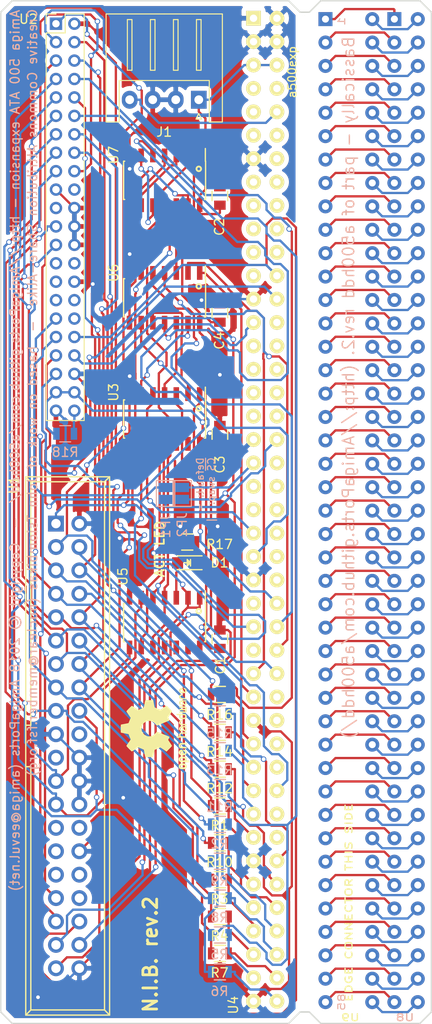
<source format=kicad_pcb>
(kicad_pcb (version 20171130) (host pcbnew "(5.1.6)-1")
  (title_block (title "Amiga 500 ATA hard disk interface") (rev 2) (company "Copyright (C) AmigaPorts <amiga@eevul.net>") (comment 1 "Creative Commons Attribution Share-Alike (CC BY-SA)"))
  (layers (0 F.Cu signal hide) (31 B.Cu signal hide) (34 B.Paste user) (35 F.Paste user) (36 B.SilkS user) (37 F.SilkS user) (38 B.Mask user) (39 F.Mask user) (44 Edge.Cuts user))
  (net 0 "")
  (net 1 "Net-(D1-Pad1)")
  (net 2 /D8)
  (net 3 /D9)
  (net 4 /D10)
  (net 5 /D11)
  (net 6 /D12)
  (net 7 /D13)
  (net 8 /D14)
  (net 9 /D15)
  (net 10 /D0)
  (net 11 /D1)
  (net 12 /D2)
  (net 13 /D3)
  (net 14 /D4)
  (net 15 /D5)
  (net 16 /D6)
  (net 17 /D7)
  (net 18 GND)
  (net 19 "Net-(U3-Pad2)")
  (net 20 "Net-(U3-Pad4)")
  (net 21 "Net-(U3-Pad6)")
  (net 22 "Net-(U3-Pad10)")
  (net 23 VCC)
  (net 24 "Net-(U6-Pad3)")
  (net 25 "Net-(U6-Pad6)")
  (net 26 "Net-(U6-Pad8)")
  (net 27 "Net-(U6-Pad11)")
  (net 28 "Net-(U7-Pad13)")
  (net 29 "Net-(U7-Pad10)")
  (net 30 "Net-(D1-Pad2)")
  (net 31 "Net-(R1-Pad2)")
  (net 32 "Net-(R2-Pad2)")
  (net 33 "Net-(R3-Pad2)")
  (net 34 "Net-(R4-Pad2)")
  (net 35 "Net-(R5-Pad2)")
  (net 36 "Net-(R6-Pad2)")
  (net 37 "Net-(R7-Pad2)")
  (net 38 "Net-(R8-Pad2)")
  (net 39 "Net-(R9-Pad2)")
  (net 40 "Net-(R10-Pad2)")
  (net 41 "Net-(R11-Pad2)")
  (net 42 "Net-(R12-Pad2)")
  (net 43 "Net-(R13-Pad2)")
  (net 44 "Net-(R14-Pad2)")
  (net 45 "Net-(R15-Pad2)")
  (net 46 "Net-(R16-Pad2)")
  (net 47 "Net-(R18-Pad1)")
  (net 48 ~ATA_RESET)
  (net 49 "Net-(U1-Pad20)")
  (net 50 "Net-(U1-Pad21)")
  (net 51 ~ATA_WR)
  (net 52 ~ATA_RD)
  (net 53 "Net-(U1-Pad27)")
  (net 54 "Net-(U1-Pad28)")
  (net 55 "Net-(U1-Pad29)")
  (net 56 "Net-(U1-Pad31)")
  (net 57 "Net-(U1-Pad32)")
  (net 58 ATA_A1)
  (net 59 "Net-(U1-Pad34)")
  (net 60 ATA_A0)
  (net 61 ATA_A2)
  (net 62 ~ATA_CS0)
  (net 63 ~ATA_CS1)
  (net 64 ~ATA_ACTILED)
  (net 65 A16)
  (net 66 A18)
  (net 67 A21)
  (net 68 "Net-(U3-Pad8)")
  (net 69 ~AS)
  (net 70 R/~W)
  (net 71 "Net-(U4-Pad7)")
  (net 72 "Net-(U4-Pad8)")
  (net 73 "Net-(U4-Pad9)")
  (net 74 "Net-(U4-Pad11)")
  (net 75 "Net-(U4-Pad12)")
  (net 76 "Net-(U4-Pad14)")
  (net 77 "Net-(U4-Pad15)")
  (net 78 "Net-(U4-Pad16)")
  (net 79 "Net-(U4-Pad17)")
  (net 80 "Net-(U4-Pad18)")
  (net 81 "Net-(U4-Pad19)")
  (net 82 "Net-(U4-Pad20)")
  (net 83 "Net-(U4-Pad21)")
  (net 84 "Net-(U4-Pad22)")
  (net 85 "Net-(U4-Pad23)")
  (net 86 "Net-(U4-Pad28)")
  (net 87 "Net-(U4-Pad29)")
  (net 88 "Net-(U4-Pad30)")
  (net 89 "Net-(U4-Pad31)")
  (net 90 "Net-(U4-Pad32)")
  (net 91 "Net-(U4-Pad33)")
  (net 92 "Net-(U4-Pad34)")
  (net 93 "Net-(U4-Pad35)")
  (net 94 "Net-(U4-Pad36)")
  (net 95 "Net-(U4-Pad40)")
  (net 96 "Net-(U4-Pad41)")
  (net 97 "Net-(U4-Pad42)")
  (net 98 "Net-(U4-Pad43)")
  (net 99 "Net-(U4-Pad44)")
  (net 100 "Net-(U4-Pad46)")
  (net 101 A17)
  (net 102 "Net-(U4-Pad48)")
  (net 103 "Net-(U4-Pad50)")
  (net 104 "Net-(U4-Pad51)")
  (net 105 A19)
  (net 106 "Net-(U4-Pad55)")
  (net 107 A20)
  (net 108 A22)
  (net 109 A23)
  (net 110 "Net-(U4-Pad60)")
  (net 111 "Net-(U4-Pad62)")
  (net 112 "Net-(U4-Pad64)")
  (net 113 "Net-(U4-Pad66)")
  (net 114 "Net-(U4-Pad70)")
  (net 115 "Net-(U4-Pad72)")
  (net 116 ENABLE)
  (net 117 "Net-(U2-Pad20)")
  (net 118 "Net-(U2-Pad21)")
  (net 119 "Net-(U2-Pad27)")
  (net 120 "Net-(U2-Pad28)")
  (net 121 "Net-(U2-Pad29)")
  (net 122 "Net-(U2-Pad31)")
  (net 123 "Net-(U2-Pad32)")
  (net 124 "Net-(U2-Pad34)")
  (net 125 ~ATA_CSA)
  (net 126 ~ATA_CSB)
  (net 127 "Net-(U7-Pad3)")
  (net 128 +12V)
  (net 129 "Net-(U8-Pad1)")
  (net 130 "Net-(U8-Pad2)")
  (net 131 "Net-(U8-Pad3)")
  (net 132 "Net-(U8-Pad4)")
  (net 133 "Net-(U8-Pad5)")
  (net 134 "Net-(U8-Pad6)")
  (net 135 B7)
  (net 136 "Net-(U8-Pad8)")
  (net 137 B9)
  (net 138 "Net-(U8-Pad10)")
  (net 139 B11)
  (net 140 "Net-(U8-Pad12)")
  (net 141 "Net-(U8-Pad13)")
  (net 142 "Net-(U8-Pad14)")
  (net 143 "Net-(U8-Pad15)")
  (net 144 "Net-(U8-Pad16)")
  (net 145 "Net-(U8-Pad17)")
  (net 146 "Net-(U8-Pad18)")
  (net 147 "Net-(U8-Pad19)")
  (net 148 "Net-(U8-Pad20)")
  (net 149 "Net-(U8-Pad21)")
  (net 150 "Net-(U8-Pad22)")
  (net 151 "Net-(U8-Pad23)")
  (net 152 "Net-(U8-Pad24)")
  (net 153 "Net-(U8-Pad25)")
  (net 154 "Net-(U8-Pad26)")
  (net 155 "Net-(U8-Pad27)")
  (net 156 "Net-(U8-Pad28)")
  (net 157 "Net-(U8-Pad29)")
  (net 158 "Net-(U8-Pad30)")
  (net 159 "Net-(U8-Pad31)")
  (net 160 "Net-(U8-Pad32)")
  (net 161 "Net-(U8-Pad33)")
  (net 162 "Net-(U8-Pad34)")
  (net 163 "Net-(U8-Pad35)")
  (net 164 "Net-(U8-Pad36)")
  (net 165 "Net-(U8-Pad37)")
  (net 166 "Net-(U8-Pad38)")
  (net 167 "Net-(U8-Pad39)")
  (net 168 "Net-(U8-Pad40)")
  (net 169 "Net-(U8-Pad41)")
  (net 170 "Net-(U8-Pad42)")
  (net 171 "Net-(U8-Pad43)")
  (net 172 "Net-(U8-Pad44)")
  (net 173 "Net-(U8-Pad45)")
  (net 174 B46)
  (net 175 "Net-(U8-Pad47)")
  (net 176 B48)
  (net 177 "Net-(U8-Pad49)")
  (net 178 B50)
  (net 179 B51)
  (net 180 "Net-(U8-Pad52)")
  (net 181 B53)
  (net 182 "Net-(U8-Pad54)")
  (net 183 B55)
  (net 184 "Net-(U8-Pad56)")
  (net 185 "Net-(U8-Pad57)")
  (net 186 "Net-(U8-Pad58)")
  (net 187 "Net-(U8-Pad59)")
  (net 188 B60)
  (net 189 B61)
  (net 190 B62)
  (net 191 B63)
  (net 192 B64)
  (net 193 B65)
  (net 194 B66)
  (net 195 B67)
  (net 196 B68)
  (net 197 B69)
  (net 198 B70)
  (net 199 B71)
  (net 200 B72)
  (net 201 B73)
  (net 202 B74)
  (net 203 B75)
  (net 204 B76)
  (net 205 B77)
  (net 206 B78)
  (net 207 B79)
  (net 208 B80)
  (net 209 B81)
  (net 210 B82)
  (net 211 B83)
  (net 212 B84)
  (net 213 B85)
  (net 214 B86)
  (module a500hdd:drill (layer F.Cu) (at 122.31 183.305)
    (fp_text reference REF** hide)
    (fp_text value drill)
    (pad "" np_thru_hole circle (at 0 0) (size 0.9 0.9) (drill 0.9) (layers *.Cu *.Mask))
  )
  (module a500hdd:drill (layer F.Cu) (at 122.31 187.805)
    (fp_text reference REF** hide)
    (fp_text value drill)
    (pad "" np_thru_hole circle (at 0 0) (size 0.9 0.9) (drill 0.9) (layers *.Cu *.Mask))
  )
  (module a500hdd:drill (layer F.Cu) (at 122.31 184.805)
    (fp_text reference REF** hide)
    (fp_text value drill)
    (pad "" np_thru_hole circle (at 0 0) (size 0.9 0.9) (drill 0.9) (layers *.Cu *.Mask))
  )
  (module a500hdd:drill (layer F.Cu) (at 122.31 186.305)
    (fp_text reference REF** hide)
    (fp_text value drill)
    (pad "" np_thru_hole circle (at 0 0) (size 0.9 0.9) (drill 0.9) (layers *.Cu *.Mask))
  )
  (module a500hdd:drill (layer F.Cu) (at 122.31 181.805)
    (fp_text reference REF** hide)
    (fp_text value drill)
    (pad "" np_thru_hole circle (at 0 0) (size 0.9 0.9) (drill 0.9) (layers *.Cu *.Mask))
  )
  (module a500hdd:drill (layer F.Cu) (at 122.31 177.305)
    (fp_text reference REF** hide)
    (fp_text value drill)
    (pad "" np_thru_hole circle (at 0 0) (size 0.9 0.9) (drill 0.9) (layers *.Cu *.Mask))
  )
  (module a500hdd:drill (layer F.Cu) (at 122.31 178.805)
    (fp_text reference REF** hide)
    (fp_text value drill)
    (pad "" np_thru_hole circle (at 0 0) (size 0.9 0.9) (drill 0.9) (layers *.Cu *.Mask))
  )
  (module a500hdd:drill (layer F.Cu) (at 122.31 180.305)
    (fp_text reference REF** hide)
    (fp_text value drill)
    (pad "" np_thru_hole circle (at 0 0) (size 0.9 0.9) (drill 0.9) (layers *.Cu *.Mask))
  )
  (module a500hdd:drill (layer F.Cu) (at 122.31 169.805)
    (fp_text reference REF** hide)
    (fp_text value drill)
    (pad "" np_thru_hole circle (at 0 0) (size 0.9 0.9) (drill 0.9) (layers *.Cu *.Mask))
  )
  (module a500hdd:drill (layer F.Cu) (at 122.31 174.305)
    (fp_text reference REF** hide)
    (fp_text value drill)
    (pad "" np_thru_hole circle (at 0 0) (size 0.9 0.9) (drill 0.9) (layers *.Cu *.Mask))
  )
  (module a500hdd:drill (layer F.Cu) (at 122.31 171.305)
    (fp_text reference REF** hide)
    (fp_text value drill)
    (pad "" np_thru_hole circle (at 0 0) (size 0.9 0.9) (drill 0.9) (layers *.Cu *.Mask))
  )
  (module a500hdd:drill (layer F.Cu) (at 122.31 175.805)
    (fp_text reference REF** hide)
    (fp_text value drill)
    (pad "" np_thru_hole circle (at 0 0) (size 0.9 0.9) (drill 0.9) (layers *.Cu *.Mask))
  )
  (module a500hdd:drill (layer F.Cu) (at 122.31 172.805)
    (fp_text reference REF** hide)
    (fp_text value drill)
    (pad "" np_thru_hole circle (at 0 0) (size 0.9 0.9) (drill 0.9) (layers *.Cu *.Mask))
  )
  (module a500hdd:drill (layer F.Cu) (at 122.31 168.305)
    (fp_text reference REF** hide)
    (fp_text value drill)
    (pad "" np_thru_hole circle (at 0 0) (size 0.9 0.9) (drill 0.9) (layers *.Cu *.Mask))
  )
  (module a500hdd:drill (layer F.Cu) (at 122.31 163.805)
    (fp_text reference REF** hide)
    (fp_text value drill)
    (pad "" np_thru_hole circle (at 0 0) (size 0.9 0.9) (drill 0.9) (layers *.Cu *.Mask))
  )
  (module a500hdd:drill (layer F.Cu) (at 122.31 165.305)
    (fp_text reference REF** hide)
    (fp_text value drill)
    (pad "" np_thru_hole circle (at 0 0) (size 0.9 0.9) (drill 0.9) (layers *.Cu *.Mask))
  )
  (module a500hdd:drill (layer F.Cu) (at 122.31 166.805)
    (fp_text reference REF** hide)
    (fp_text value drill)
    (pad "" np_thru_hole circle (at 0 0) (size 0.9 0.9) (drill 0.9) (layers *.Cu *.Mask))
  )
  (module a500hdd:drill (layer F.Cu) (at 122.31 156.305)
    (fp_text reference REF** hide)
    (fp_text value drill)
    (pad "" np_thru_hole circle (at 0 0) (size 0.9 0.9) (drill 0.9) (layers *.Cu *.Mask))
  )
  (module a500hdd:drill (layer F.Cu) (at 122.31 160.805)
    (fp_text reference REF** hide)
    (fp_text value drill)
    (pad "" np_thru_hole circle (at 0 0) (size 0.9 0.9) (drill 0.9) (layers *.Cu *.Mask))
  )
  (module a500hdd:drill (layer F.Cu) (at 122.31 157.805)
    (fp_text reference REF** hide)
    (fp_text value drill)
    (pad "" np_thru_hole circle (at 0 0) (size 0.9 0.9) (drill 0.9) (layers *.Cu *.Mask))
  )
  (module a500hdd:drill (layer F.Cu) (at 122.31 162.305)
    (fp_text reference REF** hide)
    (fp_text value drill)
    (pad "" np_thru_hole circle (at 0 0) (size 0.9 0.9) (drill 0.9) (layers *.Cu *.Mask))
  )
  (module a500hdd:drill (layer F.Cu) (at 122.31 159.305)
    (fp_text reference REF** hide)
    (fp_text value drill)
    (pad "" np_thru_hole circle (at 0 0) (size 0.9 0.9) (drill 0.9) (layers *.Cu *.Mask))
  )
  (module a500hdd:drill (layer F.Cu) (at 122.31 154.805)
    (fp_text reference REF** hide)
    (fp_text value drill)
    (pad "" np_thru_hole circle (at 0 0) (size 0.9 0.9) (drill 0.9) (layers *.Cu *.Mask))
  )
  (module a500hdd:drill (layer F.Cu) (at 122.31 150.305)
    (fp_text reference REF** hide)
    (fp_text value drill)
    (pad "" np_thru_hole circle (at 0 0) (size 0.9 0.9) (drill 0.9) (layers *.Cu *.Mask))
  )
  (module a500hdd:drill (layer F.Cu) (at 122.31 151.805)
    (fp_text reference REF** hide)
    (fp_text value drill)
    (pad "" np_thru_hole circle (at 0 0) (size 0.9 0.9) (drill 0.9) (layers *.Cu *.Mask))
  )
  (module a500hdd:drill (layer F.Cu) (at 122.31 153.305)
    (fp_text reference REF** hide)
    (fp_text value drill)
    (pad "" np_thru_hole circle (at 0 0) (size 0.9 0.9) (drill 0.9) (layers *.Cu *.Mask))
  )
  (module a500hdd:drill (layer F.Cu) (at 122.31 142.805)
    (fp_text reference REF** hide)
    (fp_text value drill)
    (pad "" np_thru_hole circle (at 0 0) (size 0.9 0.9) (drill 0.9) (layers *.Cu *.Mask))
  )
  (module a500hdd:drill (layer F.Cu) (at 122.31 147.305)
    (fp_text reference REF** hide)
    (fp_text value drill)
    (pad "" np_thru_hole circle (at 0 0) (size 0.9 0.9) (drill 0.9) (layers *.Cu *.Mask))
  )
  (module a500hdd:drill (layer F.Cu) (at 122.31 144.305)
    (fp_text reference REF** hide)
    (fp_text value drill)
    (pad "" np_thru_hole circle (at 0 0) (size 0.9 0.9) (drill 0.9) (layers *.Cu *.Mask))
  )
  (module a500hdd:drill (layer F.Cu) (at 122.31 148.805)
    (fp_text reference REF** hide)
    (fp_text value drill)
    (pad "" np_thru_hole circle (at 0 0) (size 0.9 0.9) (drill 0.9) (layers *.Cu *.Mask))
  )
  (module a500hdd:drill (layer F.Cu) (at 122.31 145.805)
    (fp_text reference REF** hide)
    (fp_text value drill)
    (pad "" np_thru_hole circle (at 0 0) (size 0.9 0.9) (drill 0.9) (layers *.Cu *.Mask))
  )
  (module a500hdd:drill (layer F.Cu) (at 122.31 141.305)
    (fp_text reference REF** hide)
    (fp_text value drill)
    (pad "" np_thru_hole circle (at 0 0) (size 0.9 0.9) (drill 0.9) (layers *.Cu *.Mask))
  )
  (module a500hdd:drill (layer F.Cu) (at 122.31 136.805)
    (fp_text reference REF** hide)
    (fp_text value drill)
    (pad "" np_thru_hole circle (at 0 0) (size 0.9 0.9) (drill 0.9) (layers *.Cu *.Mask))
  )
  (module a500hdd:drill (layer F.Cu) (at 122.31 138.305)
    (fp_text reference REF** hide)
    (fp_text value drill)
    (pad "" np_thru_hole circle (at 0 0) (size 0.9 0.9) (drill 0.9) (layers *.Cu *.Mask))
  )
  (module a500hdd:drill (layer F.Cu) (at 122.31 139.805)
    (fp_text reference REF** hide)
    (fp_text value drill)
    (pad "" np_thru_hole circle (at 0 0) (size 0.9 0.9) (drill 0.9) (layers *.Cu *.Mask))
  )
  (module a500hdd:drill (layer F.Cu) (at 122.31 129.305)
    (fp_text reference REF** hide)
    (fp_text value drill)
    (pad "" np_thru_hole circle (at 0 0) (size 0.9 0.9) (drill 0.9) (layers *.Cu *.Mask))
  )
  (module a500hdd:drill (layer F.Cu) (at 122.31 133.805)
    (fp_text reference REF** hide)
    (fp_text value drill)
    (pad "" np_thru_hole circle (at 0 0) (size 0.9 0.9) (drill 0.9) (layers *.Cu *.Mask))
  )
  (module a500hdd:drill (layer F.Cu) (at 122.31 130.805)
    (fp_text reference REF** hide)
    (fp_text value drill)
    (pad "" np_thru_hole circle (at 0 0) (size 0.9 0.9) (drill 0.9) (layers *.Cu *.Mask))
  )
  (module a500hdd:drill (layer F.Cu) (at 122.31 135.305)
    (fp_text reference REF** hide)
    (fp_text value drill)
    (pad "" np_thru_hole circle (at 0 0) (size 0.9 0.9) (drill 0.9) (layers *.Cu *.Mask))
  )
  (module a500hdd:drill (layer F.Cu) (at 122.31 132.305)
    (fp_text reference REF** hide)
    (fp_text value drill)
    (pad "" np_thru_hole circle (at 0 0) (size 0.9 0.9) (drill 0.9) (layers *.Cu *.Mask))
  )
  (module a500hdd:drill (layer F.Cu) (at 122.31 127.805)
    (fp_text reference REF** hide)
    (fp_text value drill)
    (pad "" np_thru_hole circle (at 0 0) (size 0.9 0.9) (drill 0.9) (layers *.Cu *.Mask))
  )
  (module a500hdd:drill (layer F.Cu) (at 122.31 123.305)
    (fp_text reference REF** hide)
    (fp_text value drill)
    (pad "" np_thru_hole circle (at 0 0) (size 0.9 0.9) (drill 0.9) (layers *.Cu *.Mask))
  )
  (module a500hdd:drill (layer F.Cu) (at 122.31 124.805)
    (fp_text reference REF** hide)
    (fp_text value drill)
    (pad "" np_thru_hole circle (at 0 0) (size 0.9 0.9) (drill 0.9) (layers *.Cu *.Mask))
  )
  (module a500hdd:drill (layer F.Cu) (at 122.31 126.305)
    (fp_text reference REF** hide)
    (fp_text value drill)
    (pad "" np_thru_hole circle (at 0 0) (size 0.9 0.9) (drill 0.9) (layers *.Cu *.Mask))
  )
  (module a500hdd:drill (layer F.Cu) (at 122.31 115.805)
    (fp_text reference REF** hide)
    (fp_text value drill)
    (pad "" np_thru_hole circle (at 0 0) (size 0.9 0.9) (drill 0.9) (layers *.Cu *.Mask))
  )
  (module a500hdd:drill (layer F.Cu) (at 122.31 120.305)
    (fp_text reference REF** hide)
    (fp_text value drill)
    (pad "" np_thru_hole circle (at 0 0) (size 0.9 0.9) (drill 0.9) (layers *.Cu *.Mask))
  )
  (module a500hdd:drill (layer F.Cu) (at 122.31 117.305)
    (fp_text reference REF** hide)
    (fp_text value drill)
    (pad "" np_thru_hole circle (at 0 0) (size 0.9 0.9) (drill 0.9) (layers *.Cu *.Mask))
  )
  (module a500hdd:drill (layer F.Cu) (at 122.31 121.805)
    (fp_text reference REF** hide)
    (fp_text value drill)
    (pad "" np_thru_hole circle (at 0 0) (size 0.9 0.9) (drill 0.9) (layers *.Cu *.Mask))
  )
  (module a500hdd:drill (layer F.Cu) (at 122.31 118.805)
    (fp_text reference REF** hide)
    (fp_text value drill)
    (pad "" np_thru_hole circle (at 0 0) (size 0.9 0.9) (drill 0.9) (layers *.Cu *.Mask))
  )
  (module a500hdd:drill (layer F.Cu) (at 122.31 114.305)
    (fp_text reference REF** hide)
    (fp_text value drill)
    (pad "" np_thru_hole circle (at 0 0) (size 0.9 0.9) (drill 0.9) (layers *.Cu *.Mask))
  )
  (module a500hdd:drill (layer F.Cu) (at 122.31 109.805)
    (fp_text reference REF** hide)
    (fp_text value drill)
    (pad "" np_thru_hole circle (at 0 0) (size 0.9 0.9) (drill 0.9) (layers *.Cu *.Mask))
  )
  (module a500hdd:drill (layer F.Cu) (at 122.31 111.305)
    (fp_text reference REF** hide)
    (fp_text value drill)
    (pad "" np_thru_hole circle (at 0 0) (size 0.9 0.9) (drill 0.9) (layers *.Cu *.Mask))
  )
  (module a500hdd:drill (layer F.Cu) (at 122.31 112.805)
    (fp_text reference REF** hide)
    (fp_text value drill)
    (pad "" np_thru_hole circle (at 0 0) (size 0.9 0.9) (drill 0.9) (layers *.Cu *.Mask))
  )
  (module a500hdd:drill (layer F.Cu) (at 122.31 102.305)
    (fp_text reference REF** hide)
    (fp_text value drill)
    (pad "" np_thru_hole circle (at 0 0) (size 0.9 0.9) (drill 0.9) (layers *.Cu *.Mask))
  )
  (module a500hdd:drill (layer F.Cu) (at 122.31 106.805)
    (fp_text reference REF** hide)
    (fp_text value drill)
    (pad "" np_thru_hole circle (at 0 0) (size 0.9 0.9) (drill 0.9) (layers *.Cu *.Mask))
  )
  (module a500hdd:drill (layer F.Cu) (at 122.31 103.805)
    (fp_text reference REF** hide)
    (fp_text value drill)
    (pad "" np_thru_hole circle (at 0 0) (size 0.9 0.9) (drill 0.9) (layers *.Cu *.Mask))
  )
  (module a500hdd:drill (layer F.Cu) (at 122.31 108.305)
    (fp_text reference REF** hide)
    (fp_text value drill)
    (pad "" np_thru_hole circle (at 0 0) (size 0.9 0.9) (drill 0.9) (layers *.Cu *.Mask))
  )
  (module a500hdd:drill (layer F.Cu) (at 122.31 105.305)
    (fp_text reference REF** hide)
    (fp_text value drill)
    (pad "" np_thru_hole circle (at 0 0) (size 0.9 0.9) (drill 0.9) (layers *.Cu *.Mask))
  )
  (module a500hdd:drill (layer F.Cu) (at 122.31 100.805)
    (fp_text reference REF** hide)
    (fp_text value drill)
    (pad "" np_thru_hole circle (at 0 0) (size 0.9 0.9) (drill 0.9) (layers *.Cu *.Mask))
  )
  (module a500hdd:drill (layer F.Cu) (at 122.31 96.305)
    (fp_text reference REF** hide)
    (fp_text value drill)
    (pad "" np_thru_hole circle (at 0 0) (size 0.9 0.9) (drill 0.9) (layers *.Cu *.Mask))
  )
  (module a500hdd:drill (layer F.Cu) (at 122.31 97.805)
    (fp_text reference REF** hide)
    (fp_text value drill)
    (pad "" np_thru_hole circle (at 0 0) (size 0.9 0.9) (drill 0.9) (layers *.Cu *.Mask))
  )
  (module a500hdd:drill (layer F.Cu) (at 122.31 99.305)
    (fp_text reference REF** hide)
    (fp_text value drill)
    (pad "" np_thru_hole circle (at 0 0) (size 0.9 0.9) (drill 0.9) (layers *.Cu *.Mask))
  )
  (module a500hdd:drill (layer F.Cu) (at 122.31 91.805)
    (fp_text reference REF** hide)
    (fp_text value drill)
    (pad "" np_thru_hole circle (at 0 0) (size 0.9 0.9) (drill 0.9) (layers *.Cu *.Mask))
  )
  (module a500hdd:drill (layer F.Cu) (at 122.31 93.305)
    (fp_text reference REF** hide)
    (fp_text value drill)
    (pad "" np_thru_hole circle (at 0 0) (size 0.9 0.9) (drill 0.9) (layers *.Cu *.Mask))
  )
  (module a500hdd:drill (layer F.Cu) (at 122.31 94.805)
    (fp_text reference REF** hide)
    (fp_text value drill)
    (pad "" np_thru_hole circle (at 0 0) (size 0.9 0.9) (drill 0.9) (layers *.Cu *.Mask))
  )
  (module a500hdd:drill (layer F.Cu) (at 122.31 87.305)
    (fp_text reference REF** hide)
    (fp_text value drill)
    (pad "" np_thru_hole circle (at 0 0) (size 0.9 0.9) (drill 0.9) (layers *.Cu *.Mask))
  )
  (module a500hdd:drill (layer F.Cu) (at 122.31 88.805)
    (fp_text reference REF** hide)
    (fp_text value drill)
    (pad "" np_thru_hole circle (at 0 0) (size 0.9 0.9) (drill 0.9) (layers *.Cu *.Mask))
  )
  (module a500hdd:drill (layer F.Cu) (at 122.31 90.305)
    (fp_text reference REF** hide)
    (fp_text value drill)
    (pad "" np_thru_hole circle (at 0 0) (size 0.9 0.9) (drill 0.9) (layers *.Cu *.Mask))
  )
  (module a500hdd:A500_Expansion_slot (layer F.Cu) (at 124.56 81.305)
    (fp_text reference U9 (at 2.7 108.355) (layer F.SilkS) (effects (font (size 0.75 1)) (justify mirror)))
    (fp_text value a500exp)
    (fp_text user 85 (at 1.75 106.68 90) (layer B.SilkS) (effects (font (size 0.75 1) (thickness 0.125)) (justify mirror)))
    (fp_text user "EDGE CONNECTOR THIS SIDE" (at 2.54 95.885 90) (layer F.SilkS) (effects (font (size 0.75 1))))
    (fp_text user 1 (at 1.75 0.25 90) (layer B.SilkS) (effects (font (size 0.75 1) (thickness 0.125)) (justify mirror)))
    (pad 86 thru_hole circle (at 5.08 106.68) (size 1.524 1.524) (drill 0.762) (layers *.Cu *.Mask) (net 214 B86))
    (pad 85 thru_hole circle (at 0 106.68) (size 1.524 1.524) (drill 0.762) (layers *.Cu *.Mask) (net 213 B85))
    (pad 84 thru_hole circle (at 5.08 104.14) (size 1.524 1.524) (drill 0.762) (layers *.Cu *.Mask) (net 212 B84))
    (pad 83 thru_hole circle (at 0 104.14) (size 1.524 1.524) (drill 0.762) (layers *.Cu *.Mask) (net 211 B83))
    (pad 82 thru_hole circle (at 5.08 101.6) (size 1.524 1.524) (drill 0.762) (layers *.Cu *.Mask) (net 210 B82))
    (pad 81 thru_hole circle (at 0 101.6) (size 1.524 1.524) (drill 0.762) (layers *.Cu *.Mask) (net 209 B81))
    (pad 80 thru_hole circle (at 5.08 99.06) (size 1.524 1.524) (drill 0.762) (layers *.Cu *.Mask) (net 208 B80))
    (pad 79 thru_hole circle (at 0 99.06) (size 1.524 1.524) (drill 0.762) (layers *.Cu *.Mask) (net 207 B79))
    (pad 78 thru_hole circle (at 5.08 96.52) (size 1.524 1.524) (drill 0.762) (layers *.Cu *.Mask) (net 206 B78))
    (pad 77 thru_hole circle (at 0 96.52) (size 1.524 1.524) (drill 0.762) (layers *.Cu *.Mask) (net 205 B77))
    (pad 76 thru_hole circle (at 5.08 93.98) (size 1.524 1.524) (drill 0.762) (layers *.Cu *.Mask) (net 204 B76))
    (pad 75 thru_hole circle (at 0 93.98) (size 1.524 1.524) (drill 0.762) (layers *.Cu *.Mask) (net 203 B75))
    (pad 74 thru_hole circle (at 5.08 91.44) (size 1.524 1.524) (drill 0.762) (layers *.Cu *.Mask) (net 202 B74))
    (pad 73 thru_hole circle (at 0 91.44) (size 1.524 1.524) (drill 0.762) (layers *.Cu *.Mask) (net 201 B73))
    (pad 72 thru_hole circle (at 5.08 88.9) (size 1.524 1.524) (drill 0.762) (layers *.Cu *.Mask) (net 200 B72))
    (pad 71 thru_hole circle (at 0 88.9) (size 1.524 1.524) (drill 0.762) (layers *.Cu *.Mask) (net 199 B71))
    (pad 70 thru_hole circle (at 5.08 86.36) (size 1.524 1.524) (drill 0.762) (layers *.Cu *.Mask) (net 198 B70))
    (pad 69 thru_hole circle (at 0 86.36) (size 1.524 1.524) (drill 0.762) (layers *.Cu *.Mask) (net 197 B69))
    (pad 68 thru_hole circle (at 5.08 83.82) (size 1.524 1.524) (drill 0.762) (layers *.Cu *.Mask) (net 196 B68))
    (pad 67 thru_hole circle (at 0 83.82) (size 1.524 1.524) (drill 0.762) (layers *.Cu *.Mask) (net 195 B67))
    (pad 66 thru_hole circle (at 5.08 81.28) (size 1.524 1.524) (drill 0.762) (layers *.Cu *.Mask) (net 194 B66))
    (pad 65 thru_hole circle (at 0 81.28) (size 1.524 1.524) (drill 0.762) (layers *.Cu *.Mask) (net 193 B65))
    (pad 64 thru_hole circle (at 5.08 78.74) (size 1.524 1.524) (drill 0.762) (layers *.Cu *.Mask) (net 192 B64))
    (pad 63 thru_hole circle (at 0 78.74) (size 1.524 1.524) (drill 0.762) (layers *.Cu *.Mask) (net 191 B63))
    (pad 62 thru_hole circle (at 5.08 76.2) (size 1.524 1.524) (drill 0.762) (layers *.Cu *.Mask) (net 190 B62))
    (pad 61 thru_hole circle (at 0 76.2) (size 1.524 1.524) (drill 0.762) (layers *.Cu *.Mask) (net 189 B61))
    (pad 60 thru_hole circle (at 5.08 73.66) (size 1.524 1.524) (drill 0.762) (layers *.Cu *.Mask) (net 188 B60))
    (pad 59 thru_hole circle (at 0 73.66) (size 1.524 1.524) (drill 0.762) (layers *.Cu *.Mask) (net 187 "Net-(U8-Pad59)"))
    (pad 58 thru_hole circle (at 5.08 71.12) (size 1.524 1.524) (drill 0.762) (layers *.Cu *.Mask) (net 186 "Net-(U8-Pad58)"))
    (pad 57 thru_hole circle (at 0 71.12) (size 1.524 1.524) (drill 0.762) (layers *.Cu *.Mask) (net 185 "Net-(U8-Pad57)"))
    (pad 56 thru_hole circle (at 5.08 68.58) (size 1.524 1.524) (drill 0.762) (layers *.Cu *.Mask) (net 184 "Net-(U8-Pad56)"))
    (pad 55 thru_hole circle (at 0 68.58) (size 1.524 1.524) (drill 0.762) (layers *.Cu *.Mask) (net 183 B55))
    (pad 54 thru_hole circle (at 5.08 66.04) (size 1.524 1.524) (drill 0.762) (layers *.Cu *.Mask) (net 182 "Net-(U8-Pad54)"))
    (pad 53 thru_hole circle (at 0 66.04) (size 1.524 1.524) (drill 0.762) (layers *.Cu *.Mask) (net 181 B53))
    (pad 52 thru_hole circle (at 5.08 63.5) (size 1.524 1.524) (drill 0.762) (layers *.Cu *.Mask) (net 180 "Net-(U8-Pad52)"))
    (pad 51 thru_hole circle (at 0 63.5) (size 1.524 1.524) (drill 0.762) (layers *.Cu *.Mask) (net 179 B51))
    (pad 50 thru_hole circle (at 5.08 60.96) (size 1.524 1.524) (drill 0.762) (layers *.Cu *.Mask) (net 178 B50))
    (pad 49 thru_hole circle (at 0 60.96) (size 1.524 1.524) (drill 0.762) (layers *.Cu *.Mask) (net 177 "Net-(U8-Pad49)"))
    (pad 48 thru_hole circle (at 5.08 58.42) (size 1.524 1.524) (drill 0.762) (layers *.Cu *.Mask) (net 176 B48))
    (pad 47 thru_hole circle (at 0 58.42) (size 1.524 1.524) (drill 0.762) (layers *.Cu *.Mask) (net 175 "Net-(U8-Pad47)"))
    (pad 46 thru_hole circle (at 5.08 55.88) (size 1.524 1.524) (drill 0.762) (layers *.Cu *.Mask) (net 174 B46))
    (pad 45 thru_hole circle (at 0 55.88) (size 1.524 1.524) (drill 0.762) (layers *.Cu *.Mask) (net 173 "Net-(U8-Pad45)"))
    (pad 44 thru_hole circle (at 5.08 53.34) (size 1.524 1.524) (drill 0.762) (layers *.Cu *.Mask) (net 172 "Net-(U8-Pad44)"))
    (pad 43 thru_hole circle (at 0 53.34) (size 1.524 1.524) (drill 0.762) (layers *.Cu *.Mask) (net 171 "Net-(U8-Pad43)"))
    (pad 42 thru_hole circle (at 5.08 50.8) (size 1.524 1.524) (drill 0.762) (layers *.Cu *.Mask) (net 170 "Net-(U8-Pad42)"))
    (pad 41 thru_hole circle (at 0 50.8) (size 1.524 1.524) (drill 0.762) (layers *.Cu *.Mask) (net 169 "Net-(U8-Pad41)"))
    (pad 40 thru_hole circle (at 5.08 48.26) (size 1.524 1.524) (drill 0.762) (layers *.Cu *.Mask) (net 168 "Net-(U8-Pad40)"))
    (pad 39 thru_hole circle (at 0 48.26) (size 1.524 1.524) (drill 0.762) (layers *.Cu *.Mask) (net 167 "Net-(U8-Pad39)"))
    (pad 38 thru_hole circle (at 5.08 45.72) (size 1.524 1.524) (drill 0.762) (layers *.Cu *.Mask) (net 166 "Net-(U8-Pad38)"))
    (pad 37 thru_hole circle (at 0 45.72) (size 1.524 1.524) (drill 0.762) (layers *.Cu *.Mask) (net 165 "Net-(U8-Pad37)"))
    (pad 36 thru_hole circle (at 5.08 43.18) (size 1.524 1.524) (drill 0.762) (layers *.Cu *.Mask) (net 164 "Net-(U8-Pad36)"))
    (pad 35 thru_hole circle (at 0 43.18) (size 1.524 1.524) (drill 0.762) (layers *.Cu *.Mask) (net 163 "Net-(U8-Pad35)"))
    (pad 34 thru_hole circle (at 5.08 40.64) (size 1.524 1.524) (drill 0.762) (layers *.Cu *.Mask) (net 162 "Net-(U8-Pad34)"))
    (pad 33 thru_hole circle (at 0 40.64) (size 1.524 1.524) (drill 0.762) (layers *.Cu *.Mask) (net 161 "Net-(U8-Pad33)"))
    (pad 32 thru_hole circle (at 5.08 38.1) (size 1.524 1.524) (drill 0.762) (layers *.Cu *.Mask) (net 160 "Net-(U8-Pad32)"))
    (pad 31 thru_hole circle (at 0 38.1) (size 1.524 1.524) (drill 0.762) (layers *.Cu *.Mask) (net 159 "Net-(U8-Pad31)"))
    (pad 30 thru_hole circle (at 5.08 35.56) (size 1.524 1.524) (drill 0.762) (layers *.Cu *.Mask) (net 158 "Net-(U8-Pad30)"))
    (pad 29 thru_hole circle (at 0 35.56) (size 1.524 1.524) (drill 0.762) (layers *.Cu *.Mask) (net 157 "Net-(U8-Pad29)"))
    (pad 28 thru_hole circle (at 5.08 33.02) (size 1.524 1.524) (drill 0.762) (layers *.Cu *.Mask) (net 156 "Net-(U8-Pad28)"))
    (pad 27 thru_hole circle (at 0 33.02) (size 1.524 1.524) (drill 0.762) (layers *.Cu *.Mask) (net 155 "Net-(U8-Pad27)"))
    (pad 26 thru_hole circle (at 5.08 30.48) (size 1.524 1.524) (drill 0.762) (layers *.Cu *.Mask) (net 154 "Net-(U8-Pad26)"))
    (pad 25 thru_hole circle (at 0 30.48) (size 1.524 1.524) (drill 0.762) (layers *.Cu *.Mask) (net 153 "Net-(U8-Pad25)"))
    (pad 24 thru_hole circle (at 5.08 27.94) (size 1.524 1.524) (drill 0.762) (layers *.Cu *.Mask) (net 152 "Net-(U8-Pad24)"))
    (pad 23 thru_hole circle (at 0 27.94) (size 1.524 1.524) (drill 0.762) (layers *.Cu *.Mask) (net 151 "Net-(U8-Pad23)"))
    (pad 22 thru_hole circle (at 5.08 25.4) (size 1.524 1.524) (drill 0.762) (layers *.Cu *.Mask) (net 150 "Net-(U8-Pad22)"))
    (pad 21 thru_hole circle (at 0 25.4) (size 1.524 1.524) (drill 0.762) (layers *.Cu *.Mask) (net 149 "Net-(U8-Pad21)"))
    (pad 20 thru_hole circle (at 5.08 22.86) (size 1.524 1.524) (drill 0.762) (layers *.Cu *.Mask) (net 148 "Net-(U8-Pad20)"))
    (pad 19 thru_hole circle (at 0 22.86) (size 1.524 1.524) (drill 0.762) (layers *.Cu *.Mask) (net 147 "Net-(U8-Pad19)"))
    (pad 18 thru_hole circle (at 5.08 20.32) (size 1.524 1.524) (drill 0.762) (layers *.Cu *.Mask) (net 146 "Net-(U8-Pad18)"))
    (pad 17 thru_hole circle (at 0 20.32) (size 1.524 1.524) (drill 0.762) (layers *.Cu *.Mask) (net 145 "Net-(U8-Pad17)"))
    (pad 16 thru_hole circle (at 5.08 17.78) (size 1.524 1.524) (drill 0.762) (layers *.Cu *.Mask) (net 144 "Net-(U8-Pad16)"))
    (pad 15 thru_hole circle (at 0 17.78) (size 1.524 1.524) (drill 0.762) (layers *.Cu *.Mask) (net 143 "Net-(U8-Pad15)"))
    (pad 14 thru_hole circle (at 5.08 15.24) (size 1.524 1.524) (drill 0.762) (layers *.Cu *.Mask) (net 142 "Net-(U8-Pad14)"))
    (pad 13 thru_hole circle (at 0 15.24) (size 1.524 1.524) (drill 0.762) (layers *.Cu *.Mask) (net 141 "Net-(U8-Pad13)"))
    (pad 12 thru_hole circle (at 5.08 12.7) (size 1.524 1.524) (drill 0.762) (layers *.Cu *.Mask) (net 140 "Net-(U8-Pad12)"))
    (pad 11 thru_hole circle (at 0 12.7) (size 1.524 1.524) (drill 0.762) (layers *.Cu *.Mask) (net 139 B11))
    (pad 10 thru_hole circle (at 5.08 10.16) (size 1.524 1.524) (drill 0.762) (layers *.Cu *.Mask) (net 138 "Net-(U8-Pad10)"))
    (pad 9 thru_hole circle (at 0 10.16) (size 1.524 1.524) (drill 0.762) (layers *.Cu *.Mask) (net 137 B9))
    (pad 8 thru_hole circle (at 5.08 7.62) (size 1.524 1.524) (drill 0.762) (layers *.Cu *.Mask) (net 136 "Net-(U8-Pad8)"))
    (pad 7 thru_hole circle (at 0 7.62) (size 1.524 1.524) (drill 0.762) (layers *.Cu *.Mask) (net 135 B7))
    (pad 6 thru_hole circle (at 5.08 5.08) (size 1.524 1.524) (drill 0.762) (layers *.Cu *.Mask) (net 134 "Net-(U8-Pad6)"))
    (pad 5 thru_hole circle (at 0 5.08) (size 1.524 1.524) (drill 0.762) (layers *.Cu *.Mask) (net 133 "Net-(U8-Pad5)"))
    (pad 4 thru_hole circle (at 5.08 2.54) (size 1.524 1.524) (drill 0.762) (layers *.Cu *.Mask) (net 132 "Net-(U8-Pad4)"))
    (pad 3 thru_hole circle (at 0 2.54) (size 1.524 1.524) (drill 0.762) (layers *.Cu *.Mask) (net 131 "Net-(U8-Pad3)"))
    (pad 2 thru_hole circle (at 5.08 0) (size 1.524 1.524) (drill 0.762) (layers *.Cu *.Mask) (net 130 "Net-(U8-Pad2)"))
    (pad 1 thru_hole rect (at 0 0) (size 1.524 1.524) (drill 0.762) (layers *.Cu *.Mask) (net 129 "Net-(U8-Pad1)"))
  )
  (module a500hdd:header2x43 (layer F.Cu) (at 133.31 81.305)
    (fp_text reference U8 (at -0.12 108.355) (layer B.SilkS) (effects (font (size 0.75 1)) (justify mirror)))
    (fp_text value a500exp)
    (pad 86 thru_hole circle (at 1.27 106.68) (size 1.524 1.524) (drill 0.762) (layers *.Cu *.Mask) (net 214 B86))
    (pad 85 thru_hole circle (at -1.27 106.68) (size 1.524 1.524) (drill 0.762) (layers *.Cu *.Mask) (net 213 B85))
    (pad 84 thru_hole circle (at 1.27 104.14) (size 1.524 1.524) (drill 0.762) (layers *.Cu *.Mask) (net 212 B84))
    (pad 83 thru_hole circle (at -1.27 104.14) (size 1.524 1.524) (drill 0.762) (layers *.Cu *.Mask) (net 211 B83))
    (pad 82 thru_hole circle (at 1.27 101.6) (size 1.524 1.524) (drill 0.762) (layers *.Cu *.Mask) (net 210 B82))
    (pad 81 thru_hole circle (at -1.27 101.6) (size 1.524 1.524) (drill 0.762) (layers *.Cu *.Mask) (net 209 B81))
    (pad 80 thru_hole circle (at 1.27 99.06) (size 1.524 1.524) (drill 0.762) (layers *.Cu *.Mask) (net 208 B80))
    (pad 79 thru_hole circle (at -1.27 99.06) (size 1.524 1.524) (drill 0.762) (layers *.Cu *.Mask) (net 207 B79))
    (pad 78 thru_hole circle (at 1.27 96.52) (size 1.524 1.524) (drill 0.762) (layers *.Cu *.Mask) (net 206 B78))
    (pad 77 thru_hole circle (at -1.27 96.52) (size 1.524 1.524) (drill 0.762) (layers *.Cu *.Mask) (net 205 B77))
    (pad 76 thru_hole circle (at 1.27 93.98) (size 1.524 1.524) (drill 0.762) (layers *.Cu *.Mask) (net 204 B76))
    (pad 75 thru_hole circle (at -1.27 93.98) (size 1.524 1.524) (drill 0.762) (layers *.Cu *.Mask) (net 203 B75))
    (pad 74 thru_hole circle (at 1.27 91.44) (size 1.524 1.524) (drill 0.762) (layers *.Cu *.Mask) (net 202 B74))
    (pad 73 thru_hole circle (at -1.27 91.44) (size 1.524 1.524) (drill 0.762) (layers *.Cu *.Mask) (net 201 B73))
    (pad 72 thru_hole circle (at 1.27 88.9) (size 1.524 1.524) (drill 0.762) (layers *.Cu *.Mask) (net 200 B72))
    (pad 71 thru_hole circle (at -1.27 88.9) (size 1.524 1.524) (drill 0.762) (layers *.Cu *.Mask) (net 199 B71))
    (pad 70 thru_hole circle (at 1.27 86.36) (size 1.524 1.524) (drill 0.762) (layers *.Cu *.Mask) (net 198 B70))
    (pad 69 thru_hole circle (at -1.27 86.36) (size 1.524 1.524) (drill 0.762) (layers *.Cu *.Mask) (net 197 B69))
    (pad 68 thru_hole circle (at 1.27 83.82) (size 1.524 1.524) (drill 0.762) (layers *.Cu *.Mask) (net 196 B68))
    (pad 67 thru_hole circle (at -1.27 83.82) (size 1.524 1.524) (drill 0.762) (layers *.Cu *.Mask) (net 195 B67))
    (pad 66 thru_hole circle (at 1.27 81.28) (size 1.524 1.524) (drill 0.762) (layers *.Cu *.Mask) (net 194 B66))
    (pad 65 thru_hole circle (at -1.27 81.28) (size 1.524 1.524) (drill 0.762) (layers *.Cu *.Mask) (net 193 B65))
    (pad 64 thru_hole circle (at 1.27 78.74) (size 1.524 1.524) (drill 0.762) (layers *.Cu *.Mask) (net 192 B64))
    (pad 63 thru_hole circle (at -1.27 78.74) (size 1.524 1.524) (drill 0.762) (layers *.Cu *.Mask) (net 191 B63))
    (pad 62 thru_hole circle (at 1.27 76.2) (size 1.524 1.524) (drill 0.762) (layers *.Cu *.Mask) (net 190 B62))
    (pad 61 thru_hole circle (at -1.27 76.2) (size 1.524 1.524) (drill 0.762) (layers *.Cu *.Mask) (net 189 B61))
    (pad 60 thru_hole circle (at 1.27 73.66) (size 1.524 1.524) (drill 0.762) (layers *.Cu *.Mask) (net 188 B60))
    (pad 59 thru_hole circle (at -1.27 73.66) (size 1.524 1.524) (drill 0.762) (layers *.Cu *.Mask) (net 187 "Net-(U8-Pad59)"))
    (pad 58 thru_hole circle (at 1.27 71.12) (size 1.524 1.524) (drill 0.762) (layers *.Cu *.Mask) (net 186 "Net-(U8-Pad58)"))
    (pad 57 thru_hole circle (at -1.27 71.12) (size 1.524 1.524) (drill 0.762) (layers *.Cu *.Mask) (net 185 "Net-(U8-Pad57)"))
    (pad 56 thru_hole circle (at 1.27 68.58) (size 1.524 1.524) (drill 0.762) (layers *.Cu *.Mask) (net 184 "Net-(U8-Pad56)"))
    (pad 55 thru_hole circle (at -1.27 68.58) (size 1.524 1.524) (drill 0.762) (layers *.Cu *.Mask) (net 183 B55))
    (pad 54 thru_hole circle (at 1.27 66.04) (size 1.524 1.524) (drill 0.762) (layers *.Cu *.Mask) (net 182 "Net-(U8-Pad54)"))
    (pad 53 thru_hole circle (at -1.27 66.04) (size 1.524 1.524) (drill 0.762) (layers *.Cu *.Mask) (net 181 B53))
    (pad 52 thru_hole circle (at 1.27 63.5) (size 1.524 1.524) (drill 0.762) (layers *.Cu *.Mask) (net 180 "Net-(U8-Pad52)"))
    (pad 51 thru_hole circle (at -1.27 63.5) (size 1.524 1.524) (drill 0.762) (layers *.Cu *.Mask) (net 179 B51))
    (pad 50 thru_hole circle (at 1.27 60.96) (size 1.524 1.524) (drill 0.762) (layers *.Cu *.Mask) (net 178 B50))
    (pad 49 thru_hole circle (at -1.27 60.96) (size 1.524 1.524) (drill 0.762) (layers *.Cu *.Mask) (net 177 "Net-(U8-Pad49)"))
    (pad 48 thru_hole circle (at 1.27 58.42) (size 1.524 1.524) (drill 0.762) (layers *.Cu *.Mask) (net 176 B48))
    (pad 47 thru_hole circle (at -1.27 58.42) (size 1.524 1.524) (drill 0.762) (layers *.Cu *.Mask) (net 175 "Net-(U8-Pad47)"))
    (pad 46 thru_hole circle (at 1.27 55.88) (size 1.524 1.524) (drill 0.762) (layers *.Cu *.Mask) (net 174 B46))
    (pad 45 thru_hole circle (at -1.27 55.88) (size 1.524 1.524) (drill 0.762) (layers *.Cu *.Mask) (net 173 "Net-(U8-Pad45)"))
    (pad 44 thru_hole circle (at 1.27 53.34) (size 1.524 1.524) (drill 0.762) (layers *.Cu *.Mask) (net 172 "Net-(U8-Pad44)"))
    (pad 43 thru_hole circle (at -1.27 53.34) (size 1.524 1.524) (drill 0.762) (layers *.Cu *.Mask) (net 171 "Net-(U8-Pad43)"))
    (pad 42 thru_hole circle (at 1.27 50.8) (size 1.524 1.524) (drill 0.762) (layers *.Cu *.Mask) (net 170 "Net-(U8-Pad42)"))
    (pad 41 thru_hole circle (at -1.27 50.8) (size 1.524 1.524) (drill 0.762) (layers *.Cu *.Mask) (net 169 "Net-(U8-Pad41)"))
    (pad 40 thru_hole circle (at 1.27 48.26) (size 1.524 1.524) (drill 0.762) (layers *.Cu *.Mask) (net 168 "Net-(U8-Pad40)"))
    (pad 39 thru_hole circle (at -1.27 48.26) (size 1.524 1.524) (drill 0.762) (layers *.Cu *.Mask) (net 167 "Net-(U8-Pad39)"))
    (pad 38 thru_hole circle (at 1.27 45.72) (size 1.524 1.524) (drill 0.762) (layers *.Cu *.Mask) (net 166 "Net-(U8-Pad38)"))
    (pad 37 thru_hole circle (at -1.27 45.72) (size 1.524 1.524) (drill 0.762) (layers *.Cu *.Mask) (net 165 "Net-(U8-Pad37)"))
    (pad 36 thru_hole circle (at 1.27 43.18) (size 1.524 1.524) (drill 0.762) (layers *.Cu *.Mask) (net 164 "Net-(U8-Pad36)"))
    (pad 35 thru_hole circle (at -1.27 43.18) (size 1.524 1.524) (drill 0.762) (layers *.Cu *.Mask) (net 163 "Net-(U8-Pad35)"))
    (pad 34 thru_hole circle (at 1.27 40.64) (size 1.524 1.524) (drill 0.762) (layers *.Cu *.Mask) (net 162 "Net-(U8-Pad34)"))
    (pad 33 thru_hole circle (at -1.27 40.64) (size 1.524 1.524) (drill 0.762) (layers *.Cu *.Mask) (net 161 "Net-(U8-Pad33)"))
    (pad 32 thru_hole circle (at 1.27 38.1) (size 1.524 1.524) (drill 0.762) (layers *.Cu *.Mask) (net 160 "Net-(U8-Pad32)"))
    (pad 31 thru_hole circle (at -1.27 38.1) (size 1.524 1.524) (drill 0.762) (layers *.Cu *.Mask) (net 159 "Net-(U8-Pad31)"))
    (pad 30 thru_hole circle (at 1.27 35.56) (size 1.524 1.524) (drill 0.762) (layers *.Cu *.Mask) (net 158 "Net-(U8-Pad30)"))
    (pad 29 thru_hole circle (at -1.27 35.56) (size 1.524 1.524) (drill 0.762) (layers *.Cu *.Mask) (net 157 "Net-(U8-Pad29)"))
    (pad 28 thru_hole circle (at 1.27 33.02) (size 1.524 1.524) (drill 0.762) (layers *.Cu *.Mask) (net 156 "Net-(U8-Pad28)"))
    (pad 27 thru_hole circle (at -1.27 33.02) (size 1.524 1.524) (drill 0.762) (layers *.Cu *.Mask) (net 155 "Net-(U8-Pad27)"))
    (pad 26 thru_hole circle (at 1.27 30.48) (size 1.524 1.524) (drill 0.762) (layers *.Cu *.Mask) (net 154 "Net-(U8-Pad26)"))
    (pad 25 thru_hole circle (at -1.27 30.48) (size 1.524 1.524) (drill 0.762) (layers *.Cu *.Mask) (net 153 "Net-(U8-Pad25)"))
    (pad 24 thru_hole circle (at 1.27 27.94) (size 1.524 1.524) (drill 0.762) (layers *.Cu *.Mask) (net 152 "Net-(U8-Pad24)"))
    (pad 23 thru_hole circle (at -1.27 27.94) (size 1.524 1.524) (drill 0.762) (layers *.Cu *.Mask) (net 151 "Net-(U8-Pad23)"))
    (pad 22 thru_hole circle (at 1.27 25.4) (size 1.524 1.524) (drill 0.762) (layers *.Cu *.Mask) (net 150 "Net-(U8-Pad22)"))
    (pad 21 thru_hole circle (at -1.27 25.4) (size 1.524 1.524) (drill 0.762) (layers *.Cu *.Mask) (net 149 "Net-(U8-Pad21)"))
    (pad 20 thru_hole circle (at 1.27 22.86) (size 1.524 1.524) (drill 0.762) (layers *.Cu *.Mask) (net 148 "Net-(U8-Pad20)"))
    (pad 19 thru_hole circle (at -1.27 22.86) (size 1.524 1.524) (drill 0.762) (layers *.Cu *.Mask) (net 147 "Net-(U8-Pad19)"))
    (pad 18 thru_hole circle (at 1.27 20.32) (size 1.524 1.524) (drill 0.762) (layers *.Cu *.Mask) (net 146 "Net-(U8-Pad18)"))
    (pad 17 thru_hole circle (at -1.27 20.32) (size 1.524 1.524) (drill 0.762) (layers *.Cu *.Mask) (net 145 "Net-(U8-Pad17)"))
    (pad 16 thru_hole circle (at 1.27 17.78) (size 1.524 1.524) (drill 0.762) (layers *.Cu *.Mask) (net 144 "Net-(U8-Pad16)"))
    (pad 15 thru_hole circle (at -1.27 17.78) (size 1.524 1.524) (drill 0.762) (layers *.Cu *.Mask) (net 143 "Net-(U8-Pad15)"))
    (pad 14 thru_hole circle (at 1.27 15.24) (size 1.524 1.524) (drill 0.762) (layers *.Cu *.Mask) (net 142 "Net-(U8-Pad14)"))
    (pad 13 thru_hole circle (at -1.27 15.24) (size 1.524 1.524) (drill 0.762) (layers *.Cu *.Mask) (net 141 "Net-(U8-Pad13)"))
    (pad 12 thru_hole circle (at 1.27 12.7) (size 1.524 1.524) (drill 0.762) (layers *.Cu *.Mask) (net 140 "Net-(U8-Pad12)"))
    (pad 11 thru_hole circle (at -1.27 12.7) (size 1.524 1.524) (drill 0.762) (layers *.Cu *.Mask) (net 139 B11))
    (pad 10 thru_hole circle (at 1.27 10.16) (size 1.524 1.524) (drill 0.762) (layers *.Cu *.Mask) (net 138 "Net-(U8-Pad10)"))
    (pad 9 thru_hole circle (at -1.27 10.16) (size 1.524 1.524) (drill 0.762) (layers *.Cu *.Mask) (net 137 B9))
    (pad 8 thru_hole circle (at 1.27 7.62) (size 1.524 1.524) (drill 0.762) (layers *.Cu *.Mask) (net 136 "Net-(U8-Pad8)"))
    (pad 7 thru_hole circle (at -1.27 7.62) (size 1.524 1.524) (drill 0.762) (layers *.Cu *.Mask) (net 135 B7))
    (pad 6 thru_hole circle (at 1.27 5.08) (size 1.524 1.524) (drill 0.762) (layers *.Cu *.Mask) (net 134 "Net-(U8-Pad6)"))
    (pad 5 thru_hole circle (at -1.27 5.08) (size 1.524 1.524) (drill 0.762) (layers *.Cu *.Mask) (net 133 "Net-(U8-Pad5)"))
    (pad 4 thru_hole circle (at 1.27 2.54) (size 1.524 1.524) (drill 0.762) (layers *.Cu *.Mask) (net 132 "Net-(U8-Pad4)"))
    (pad 3 thru_hole circle (at -1.27 2.54) (size 1.524 1.524) (drill 0.762) (layers *.Cu *.Mask) (net 131 "Net-(U8-Pad3)"))
    (pad 2 thru_hole circle (at 1.27 0) (size 1.524 1.524) (drill 0.762) (layers *.Cu *.Mask) (net 130 "Net-(U8-Pad2)"))
    (pad 1 thru_hole rect (at -1.27 0) (size 1.524 1.524) (drill 0.762) (layers *.Cu *.Mask) (net 129 "Net-(U8-Pad1)"))
  )
  (module Symbol:OSHW-Logo2_9.8x8mm_SilkScreen (layer F.Cu) (at 106.06 158.305 90)
    (fp_text reference REF*** hide)
    (fp_text value OSHW-Logo2_9.8x8mm_SilkScreen hide)
  )
  (module a500hdd:drill (layer F.Cu) (at 122.31 85.805)
    (fp_text reference REF** hide)
    (fp_text value drill)
    (pad "" np_thru_hole circle (at 0 0) (size 0.9 0.9) (drill 0.9) (layers *.Cu *.Mask))
  )
  (module a500hdd:drill (layer F.Cu) (at 122.31 84.305)
    (fp_text reference REF** hide)
    (fp_text value drill)
    (pad "" np_thru_hole circle (at 0 0) (size 0.9 0.9) (drill 0.9) (layers *.Cu *.Mask))
  )
  (module a500hdd:drill (layer F.Cu) (at 122.31 82.805)
    (fp_text reference REF** hide)
    (fp_text value drill)
    (pad "" np_thru_hole circle (at 0 0) (size 0.9 0.9) (drill 0.9) (layers *.Cu *.Mask))
  )
  (module a500hdd:drill (layer F.Cu) (at 122.31 81.305)
    (fp_text reference REF** hide)
    (fp_text value drill)
    (pad "" np_thru_hole circle (at 0 0) (size 0.9 0.9) (drill 0.9) (layers *.Cu *.Mask))
  )
  (module LEDs:LED_0805 (layer F.Cu) (at 109.56 140.305 180)
    (fp_text reference D1 (at -3.5 0 180) (layer F.SilkS))
    (fp_text value LED)
    (pad 2 smd rect (at 1.04902 0) (size 1.19888 1.19888) (layers F.Cu F.Paste F.Mask) (net 30 "Net-(D1-Pad2)"))
    (pad 1 smd rect (at -1.04902 0) (size 1.19888 1.19888) (layers F.Cu F.Paste F.Mask) (net 1 "Net-(D1-Pad1)"))
  )
  (module Resistors_SMD:R_0805 (layer F.Cu) (at 113.1 166.7)
    (fp_text reference R1 (at -0.04 2.105) (layer F.SilkS))
    (fp_text value 68R)
    (pad 1 smd rect (at -0.95 0) (size 0.7 1.3) (layers F.Cu F.Paste F.Mask) (net 10 /D0))
    (pad 2 smd rect (at 0.95 0) (size 0.7 1.3) (layers F.Cu F.Paste F.Mask) (net 31 "Net-(R1-Pad2)"))
  )
  (module Resistors_SMD:R_0805 (layer B.Cu) (at 113.1 168.7)
    (fp_text reference R2 (at -0.04 2.105) (layer B.SilkS) (effects (justify mirror)))
    (fp_text value 68R)
    (pad 1 smd rect (at -0.95 0) (size 0.7 1.3) (layers B.Cu B.Paste B.Mask) (net 11 /D1))
    (pad 2 smd rect (at 0.95 0) (size 0.7 1.3) (layers B.Cu B.Paste B.Mask) (net 32 "Net-(R2-Pad2)"))
  )
  (module Resistors_SMD:R_0805 (layer F.Cu) (at 113.1 174.7)
    (fp_text reference R3 (at -0.04 2.105 180) (layer F.SilkS))
    (fp_text value 68R)
    (pad 1 smd rect (at -0.95 0) (size 0.7 1.3) (layers F.Cu F.Paste F.Mask) (net 12 /D2))
    (pad 2 smd rect (at 0.95 0) (size 0.7 1.3) (layers F.Cu F.Paste F.Mask) (net 33 "Net-(R3-Pad2)"))
  )
  (module Resistors_SMD:R_0805 (layer F.Cu) (at 113.1 178.7)
    (fp_text reference R4 (at -0.04 2.105) (layer F.SilkS))
    (fp_text value 68R)
    (pad 1 smd rect (at -0.95 0) (size 0.7 1.3) (layers F.Cu F.Paste F.Mask) (net 13 /D3))
    (pad 2 smd rect (at 0.95 0) (size 0.7 1.3) (layers F.Cu F.Paste F.Mask) (net 34 "Net-(R4-Pad2)"))
  )
  (module Resistors_SMD:R_0805 (layer B.Cu) (at 113.1 180.7)
    (fp_text reference R5 (at -0.04 2.105) (layer B.SilkS) (effects (justify mirror)))
    (fp_text value 68R)
    (pad 1 smd rect (at -0.95 0) (size 0.7 1.3) (layers B.Cu B.Paste B.Mask) (net 14 /D4))
    (pad 2 smd rect (at 0.95 0) (size 0.7 1.3) (layers B.Cu B.Paste B.Mask) (net 35 "Net-(R5-Pad2)"))
  )
  (module Resistors_SMD:R_0805 (layer B.Cu) (at 113.1 184.7)
    (fp_text reference R6 (at -0.04 2.105) (layer B.SilkS) (effects (justify mirror)))
    (fp_text value 68R)
    (pad 1 smd rect (at -0.95 0) (size 0.7 1.3) (layers B.Cu B.Paste B.Mask) (net 15 /D5))
    (pad 2 smd rect (at 0.95 0) (size 0.7 1.3) (layers B.Cu B.Paste B.Mask) (net 36 "Net-(R6-Pad2)"))
  )
  (module Resistors_SMD:R_0805 (layer F.Cu) (at 113.1 182.7)
    (fp_text reference R7 (at -0.04 2.105) (layer F.SilkS))
    (fp_text value 68R)
    (pad 1 smd rect (at -0.95 0) (size 0.7 1.3) (layers F.Cu F.Paste F.Mask) (net 16 /D6))
    (pad 2 smd rect (at 0.95 0) (size 0.7 1.3) (layers F.Cu F.Paste F.Mask) (net 37 "Net-(R7-Pad2)"))
  )
  (module Resistors_SMD:R_0805 (layer B.Cu) (at 113.1 176.7)
    (fp_text reference R8 (at -0.04 2.105) (layer B.SilkS) (effects (justify mirror)))
    (fp_text value 68R)
    (pad 1 smd rect (at -0.95 0) (size 0.7 1.3) (layers B.Cu B.Paste B.Mask) (net 17 /D7))
    (pad 2 smd rect (at 0.95 0) (size 0.7 1.3) (layers B.Cu B.Paste B.Mask) (net 38 "Net-(R8-Pad2)"))
  )
  (module Resistors_SMD:R_0805 (layer B.Cu) (at 113.1 172.7)
    (fp_text reference R9 (at -0.04 2.105) (layer B.SilkS) (effects (justify mirror)))
    (fp_text value 68R)
    (pad 1 smd rect (at -0.95 0) (size 0.7 1.3) (layers B.Cu B.Paste B.Mask) (net 2 /D8))
    (pad 2 smd rect (at 0.95 0) (size 0.7 1.3) (layers B.Cu B.Paste B.Mask) (net 39 "Net-(R9-Pad2)"))
  )
  (module Resistors_SMD:R_0805 (layer F.Cu) (at 113.1 170.7)
    (fp_text reference R10 (at -0.04 2.105) (layer F.SilkS))
    (fp_text value 68R)
    (pad 1 smd rect (at -0.95 0) (size 0.7 1.3) (layers F.Cu F.Paste F.Mask) (net 3 /D9))
    (pad 2 smd rect (at 0.95 0) (size 0.7 1.3) (layers F.Cu F.Paste F.Mask) (net 40 "Net-(R10-Pad2)"))
  )
  (module Resistors_SMD:R_0805 (layer B.Cu) (at 113.1 164.7)
    (fp_text reference R11 (at -0.04 2.105) (layer B.SilkS) (effects (justify mirror)))
    (fp_text value 68R)
    (pad 1 smd rect (at -0.95 0) (size 0.7 1.3) (layers B.Cu B.Paste B.Mask) (net 4 /D10))
    (pad 2 smd rect (at 0.95 0) (size 0.7 1.3) (layers B.Cu B.Paste B.Mask) (net 41 "Net-(R11-Pad2)"))
  )
  (module Resistors_SMD:R_0805 (layer F.Cu) (at 113.1 162.7)
    (fp_text reference R12 (at -0.04 2.105 180) (layer F.SilkS))
    (fp_text value 68R)
    (pad 1 smd rect (at -0.95 0) (size 0.7 1.3) (layers F.Cu F.Paste F.Mask) (net 5 /D11))
    (pad 2 smd rect (at 0.95 0) (size 0.7 1.3) (layers F.Cu F.Paste F.Mask) (net 42 "Net-(R12-Pad2)"))
  )
  (module Resistors_SMD:R_0805 (layer B.Cu) (at 113.1 160.7)
    (fp_text reference R13 (at -0.04 2.105) (layer B.SilkS) (effects (justify mirror)))
    (fp_text value 68R)
    (pad 1 smd rect (at -0.95 0) (size 0.7 1.3) (layers B.Cu B.Paste B.Mask) (net 6 /D12))
    (pad 2 smd rect (at 0.95 0) (size 0.7 1.3) (layers B.Cu B.Paste B.Mask) (net 43 "Net-(R13-Pad2)"))
  )
  (module Resistors_SMD:R_0805 (layer F.Cu) (at 113.1 158.7)
    (fp_text reference R14 (at -0.04 2.105) (layer F.SilkS))
    (fp_text value 68R)
    (pad 1 smd rect (at -0.95 0) (size 0.7 1.3) (layers F.Cu F.Paste F.Mask) (net 7 /D13))
    (pad 2 smd rect (at 0.95 0) (size 0.7 1.3) (layers F.Cu F.Paste F.Mask) (net 44 "Net-(R14-Pad2)"))
  )
  (module Resistors_SMD:R_0805 (layer B.Cu) (at 113.1 156.7)
    (fp_text reference R15 (at -0.04 2.105) (layer B.SilkS) (effects (justify mirror)))
    (fp_text value 68R)
    (pad 1 smd rect (at -0.95 0) (size 0.7 1.3) (layers B.Cu B.Paste B.Mask) (net 8 /D14))
    (pad 2 smd rect (at 0.95 0) (size 0.7 1.3) (layers B.Cu B.Paste B.Mask) (net 45 "Net-(R15-Pad2)"))
  )
  (module Resistors_SMD:R_0805 (layer F.Cu) (at 113.1 154.6)
    (fp_text reference R16 (at -0.04 2.205 180) (layer F.SilkS))
    (fp_text value 68R)
    (pad 1 smd rect (at -0.95 0) (size 0.7 1.3) (layers F.Cu F.Paste F.Mask) (net 9 /D15))
    (pad 2 smd rect (at 0.95 0) (size 0.7 1.3) (layers F.Cu F.Paste F.Mask) (net 46 "Net-(R16-Pad2)"))
  )
  (module Resistors_SMD:R_0805 (layer F.Cu) (at 109.56 138.055 180)
    (fp_text reference R17 (at -3.5 -0.25 180) (layer F.SilkS))
    (fp_text value 330R)
    (pad 1 smd rect (at -0.95 0 180) (size 0.7 1.3) (layers F.Cu F.Paste F.Mask) (net 18 GND))
    (pad 2 smd rect (at 0.95 0 180) (size 0.7 1.3) (layers F.Cu F.Paste F.Mask) (net 1 "Net-(D1-Pad1)"))
  )
  (module Connect:IDC_Header_Straight_40pins (layer F.Cu) (at 95.31 136.055 270)
    (fp_text reference U1 (at -4.18 4.56 270) (layer F.SilkS))
    (fp_text value ata_connector)
    (pad 1 thru_hole rect (at 0 0 270) (size 1.7272 1.7272) (drill 1.016) (layers *.Cu *.Mask) (net 48 ~ATA_RESET))
    (pad 2 thru_hole oval (at 0 -2.54 270) (size 1.7272 1.7272) (drill 1.016) (layers *.Cu *.Mask) (net 18 GND))
    (pad 3 thru_hole oval (at 2.54 0 270) (size 1.7272 1.7272) (drill 1.016) (layers *.Cu *.Mask) (net 9 /D15))
    (pad 4 thru_hole oval (at 2.54 -2.54 270) (size 1.7272 1.7272) (drill 1.016) (layers *.Cu *.Mask) (net 10 /D0))
    (pad 5 thru_hole oval (at 5.08 0 270) (size 1.7272 1.7272) (drill 1.016) (layers *.Cu *.Mask) (net 8 /D14))
    (pad 6 thru_hole oval (at 5.08 -2.54 270) (size 1.7272 1.7272) (drill 1.016) (layers *.Cu *.Mask) (net 11 /D1))
    (pad 7 thru_hole oval (at 7.62 0 270) (size 1.7272 1.7272) (drill 1.016) (layers *.Cu *.Mask) (net 7 /D13))
    (pad 8 thru_hole oval (at 7.62 -2.54 270) (size 1.7272 1.7272) (drill 1.016) (layers *.Cu *.Mask) (net 12 /D2))
    (pad 9 thru_hole oval (at 10.16 0 270) (size 1.7272 1.7272) (drill 1.016) (layers *.Cu *.Mask) (net 6 /D12))
    (pad 10 thru_hole oval (at 10.16 -2.54 270) (size 1.7272 1.7272) (drill 1.016) (layers *.Cu *.Mask) (net 13 /D3))
    (pad 11 thru_hole oval (at 12.7 0 270) (size 1.7272 1.7272) (drill 1.016) (layers *.Cu *.Mask) (net 5 /D11))
    (pad 12 thru_hole oval (at 12.7 -2.54 270) (size 1.7272 1.7272) (drill 1.016) (layers *.Cu *.Mask) (net 14 /D4))
    (pad 13 thru_hole oval (at 15.24 0 270) (size 1.7272 1.7272) (drill 1.016) (layers *.Cu *.Mask) (net 4 /D10))
    (pad 14 thru_hole oval (at 15.24 -2.54 270) (size 1.7272 1.7272) (drill 1.016) (layers *.Cu *.Mask) (net 15 /D5))
    (pad 15 thru_hole oval (at 17.78 0 270) (size 1.7272 1.7272) (drill 1.016) (layers *.Cu *.Mask) (net 3 /D9))
    (pad 16 thru_hole oval (at 17.78 -2.54 270) (size 1.7272 1.7272) (drill 1.016) (layers *.Cu *.Mask) (net 16 /D6))
    (pad 17 thru_hole oval (at 20.32 0 270) (size 1.7272 1.7272) (drill 1.016) (layers *.Cu *.Mask) (net 2 /D8))
    (pad 18 thru_hole oval (at 20.32 -2.54 270) (size 1.7272 1.7272) (drill 1.016) (layers *.Cu *.Mask) (net 17 /D7))
    (pad 19 thru_hole oval (at 22.86 0 270) (size 1.7272 1.7272) (drill 1.016) (layers *.Cu *.Mask) (net 18 GND))
    (pad 20 thru_hole oval (at 22.86 -2.54 270) (size 1.7272 1.7272) (drill 1.016) (layers *.Cu *.Mask) (net 49 "Net-(U1-Pad20)"))
    (pad 21 thru_hole oval (at 25.4 0 270) (size 1.7272 1.7272) (drill 1.016) (layers *.Cu *.Mask) (net 50 "Net-(U1-Pad21)"))
    (pad 22 thru_hole oval (at 25.4 -2.54 270) (size 1.7272 1.7272) (drill 1.016) (layers *.Cu *.Mask) (net 18 GND))
    (pad 23 thru_hole oval (at 27.94 0 270) (size 1.7272 1.7272) (drill 1.016) (layers *.Cu *.Mask) (net 51 ~ATA_WR))
    (pad 24 thru_hole oval (at 27.94 -2.54 270) (size 1.7272 1.7272) (drill 1.016) (layers *.Cu *.Mask) (net 18 GND))
    (pad 25 thru_hole oval (at 30.48 0 270) (size 1.7272 1.7272) (drill 1.016) (layers *.Cu *.Mask) (net 52 ~ATA_RD))
    (pad 26 thru_hole oval (at 30.48 -2.54 270) (size 1.7272 1.7272) (drill 1.016) (layers *.Cu *.Mask) (net 18 GND))
    (pad 27 thru_hole oval (at 33.02 0 270) (size 1.7272 1.7272) (drill 1.016) (layers *.Cu *.Mask) (net 53 "Net-(U1-Pad27)"))
    (pad 28 thru_hole oval (at 33.02 -2.54 270) (size 1.7272 1.7272) (drill 1.016) (layers *.Cu *.Mask) (net 54 "Net-(U1-Pad28)"))
    (pad 29 thru_hole oval (at 35.56 0 270) (size 1.7272 1.7272) (drill 1.016) (layers *.Cu *.Mask) (net 55 "Net-(U1-Pad29)"))
    (pad 30 thru_hole oval (at 35.56 -2.54 270) (size 1.7272 1.7272) (drill 1.016) (layers *.Cu *.Mask) (net 18 GND))
    (pad 31 thru_hole oval (at 38.1 0 270) (size 1.7272 1.7272) (drill 1.016) (layers *.Cu *.Mask) (net 56 "Net-(U1-Pad31)"))
    (pad 32 thru_hole oval (at 38.1 -2.54 270) (size 1.7272 1.7272) (drill 1.016) (layers *.Cu *.Mask) (net 57 "Net-(U1-Pad32)"))
    (pad 33 thru_hole oval (at 40.64 0 270) (size 1.7272 1.7272) (drill 1.016) (layers *.Cu *.Mask) (net 58 ATA_A1))
    (pad 34 thru_hole oval (at 40.64 -2.54 270) (size 1.7272 1.7272) (drill 1.016) (layers *.Cu *.Mask) (net 59 "Net-(U1-Pad34)"))
    (pad 35 thru_hole oval (at 43.18 0 270) (size 1.7272 1.7272) (drill 1.016) (layers *.Cu *.Mask) (net 60 ATA_A0))
    (pad 36 thru_hole oval (at 43.18 -2.54 270) (size 1.7272 1.7272) (drill 1.016) (layers *.Cu *.Mask) (net 61 ATA_A2))
    (pad 37 thru_hole oval (at 45.72 0 270) (size 1.7272 1.7272) (drill 1.016) (layers *.Cu *.Mask) (net 62 ~ATA_CS0))
    (pad 38 thru_hole oval (at 45.72 -2.54 270) (size 1.7272 1.7272) (drill 1.016) (layers *.Cu *.Mask) (net 63 ~ATA_CS1))
    (pad 39 thru_hole oval (at 48.26 0 270) (size 1.7272 1.7272) (drill 1.016) (layers *.Cu *.Mask) (net 64 ~ATA_ACTILED))
    (pad 40 thru_hole oval (at 48.26 -2.54 270) (size 1.7272 1.7272) (drill 1.016) (layers *.Cu *.Mask) (net 18 GND))
  )
  (module Housings_SOIC:SOIC-14_3.9x8.7mm_Pitch1.27mm (layer F.Cu) (at 107.1 124.7 270)
    (fp_text reference U3 (at -2.895 5.54 270) (layer F.SilkS))
    (fp_text value 74LS04)
    (pad 1 smd rect (at -2.7 -3.81 270) (size 1.5 0.6) (layers F.Cu F.Paste F.Mask) (net 67 A21))
    (pad 2 smd rect (at -2.7 -2.54 270) (size 1.5 0.6) (layers F.Cu F.Paste F.Mask) (net 19 "Net-(U3-Pad2)"))
    (pad 3 smd rect (at -2.7 -1.27 270) (size 1.5 0.6) (layers F.Cu F.Paste F.Mask) (net 66 A18))
    (pad 4 smd rect (at -2.7 0 270) (size 1.5 0.6) (layers F.Cu F.Paste F.Mask) (net 20 "Net-(U3-Pad4)"))
    (pad 5 smd rect (at -2.7 1.27 270) (size 1.5 0.6) (layers F.Cu F.Paste F.Mask) (net 65 A16))
    (pad 6 smd rect (at -2.7 2.54 270) (size 1.5 0.6) (layers F.Cu F.Paste F.Mask) (net 21 "Net-(U3-Pad6)"))
    (pad 7 smd rect (at -2.7 3.81 270) (size 1.5 0.6) (layers F.Cu F.Paste F.Mask) (net 18 GND))
    (pad 8 smd rect (at 2.7 3.81 270) (size 1.5 0.6) (layers F.Cu F.Paste F.Mask) (net 68 "Net-(U3-Pad8)"))
    (pad 9 smd rect (at 2.7 2.54 270) (size 1.5 0.6) (layers F.Cu F.Paste F.Mask) (net 69 ~AS))
    (pad 10 smd rect (at 2.7 1.27 270) (size 1.5 0.6) (layers F.Cu F.Paste F.Mask) (net 22 "Net-(U3-Pad10)"))
    (pad 11 smd rect (at 2.7 0 270) (size 1.5 0.6) (layers F.Cu F.Paste F.Mask) (net 70 R/~W))
    (pad 12 smd rect (at 2.7 -1.27 270) (size 1.5 0.6) (layers F.Cu F.Paste F.Mask))
    (pad 13 smd rect (at 2.7 -2.54 270) (size 1.5 0.6) (layers F.Cu F.Paste F.Mask))
    (pad 14 smd rect (at 2.7 -3.81 270) (size 1.5 0.6) (layers F.Cu F.Paste F.Mask) (net 23 VCC))
  )
  (module Housings_SOIC:SOIC-14_3.9x8.7mm_Pitch1.27mm (layer F.Cu) (at 107.1 146.8 270)
    (fp_text reference U5 (at -4.995 4.54 270) (layer F.SilkS))
    (fp_text value 74LS00)
    (pad 1 smd rect (at -2.7 -3.81 270) (size 1.5 0.6) (layers F.Cu F.Paste F.Mask) (net 64 ~ATA_ACTILED))
    (pad 2 smd rect (at -2.7 -2.54 270) (size 1.5 0.6) (layers F.Cu F.Paste F.Mask) (net 64 ~ATA_ACTILED))
    (pad 3 smd rect (at -2.7 -1.27 270) (size 1.5 0.6) (layers F.Cu F.Paste F.Mask) (net 30 "Net-(D1-Pad2)"))
    (pad 4 smd rect (at -2.7 0 270) (size 1.5 0.6) (layers F.Cu F.Paste F.Mask) (net 116 ENABLE))
    (pad 5 smd rect (at -2.7 1.27 270) (size 1.5 0.6) (layers F.Cu F.Paste F.Mask) (net 70 R/~W))
    (pad 6 smd rect (at -2.7 2.54 270) (size 1.5 0.6) (layers F.Cu F.Paste F.Mask) (net 52 ~ATA_RD))
    (pad 7 smd rect (at -2.7 3.81 270) (size 1.5 0.6) (layers F.Cu F.Paste F.Mask) (net 18 GND))
    (pad 8 smd rect (at 2.7 3.81 270) (size 1.5 0.6) (layers F.Cu F.Paste F.Mask) (net 51 ~ATA_WR))
    (pad 9 smd rect (at 2.7 2.54 270) (size 1.5 0.6) (layers F.Cu F.Paste F.Mask) (net 22 "Net-(U3-Pad10)"))
    (pad 10 smd rect (at 2.7 1.27 270) (size 1.5 0.6) (layers F.Cu F.Paste F.Mask) (net 116 ENABLE))
    (pad 11 smd rect (at 2.7 0 270) (size 1.5 0.6) (layers F.Cu F.Paste F.Mask))
    (pad 12 smd rect (at 2.7 -1.27 270) (size 1.5 0.6) (layers F.Cu F.Paste F.Mask))
    (pad 13 smd rect (at 2.7 -2.54 270) (size 1.5 0.6) (layers F.Cu F.Paste F.Mask))
    (pad 14 smd rect (at 2.7 -3.81 270) (size 1.5 0.6) (layers F.Cu F.Paste F.Mask) (net 23 VCC))
  )
  (module Housings_SOIC:SOIC-14_3.9x8.7mm_Pitch1.27mm (layer F.Cu) (at 107.1 111.55 270)
    (fp_text reference U6 (at -2.7 5.54 270) (layer F.SilkS))
    (fp_text value 74LS08)
    (pad 1 smd rect (at -2.7 -3.81 270) (size 1.5 0.6) (layers F.Cu F.Paste F.Mask) (net 109 A23))
    (pad 2 smd rect (at -2.7 -2.54 270) (size 1.5 0.6) (layers F.Cu F.Paste F.Mask) (net 108 A22))
    (pad 3 smd rect (at -2.7 -1.27 270) (size 1.5 0.6) (layers F.Cu F.Paste F.Mask) (net 24 "Net-(U6-Pad3)"))
    (pad 4 smd rect (at -2.7 0 270) (size 1.5 0.6) (layers F.Cu F.Paste F.Mask) (net 107 A20))
    (pad 5 smd rect (at -2.7 1.27 270) (size 1.5 0.6) (layers F.Cu F.Paste F.Mask) (net 105 A19))
    (pad 6 smd rect (at -2.7 2.54 270) (size 1.5 0.6) (layers F.Cu F.Paste F.Mask) (net 25 "Net-(U6-Pad6)"))
    (pad 7 smd rect (at -2.7 3.81 270) (size 1.5 0.6) (layers F.Cu F.Paste F.Mask) (net 18 GND))
    (pad 8 smd rect (at 2.7 3.81 270) (size 1.5 0.6) (layers F.Cu F.Paste F.Mask) (net 26 "Net-(U6-Pad8)"))
    (pad 9 smd rect (at 2.7 2.54 270) (size 1.5 0.6) (layers F.Cu F.Paste F.Mask) (net 101 A17))
    (pad 10 smd rect (at 2.7 1.27 270) (size 1.5 0.6) (layers F.Cu F.Paste F.Mask) (net 19 "Net-(U3-Pad2)"))
    (pad 11 smd rect (at 2.7 0 270) (size 1.5 0.6) (layers F.Cu F.Paste F.Mask) (net 27 "Net-(U6-Pad11)"))
    (pad 12 smd rect (at 2.7 -1.27 270) (size 1.5 0.6) (layers F.Cu F.Paste F.Mask) (net 20 "Net-(U3-Pad4)"))
    (pad 13 smd rect (at 2.7 -2.54 270) (size 1.5 0.6) (layers F.Cu F.Paste F.Mask) (net 21 "Net-(U3-Pad6)"))
    (pad 14 smd rect (at 2.7 -3.81 270) (size 1.5 0.6) (layers F.Cu F.Paste F.Mask) (net 23 VCC))
  )
  (module Housings_SOIC:SOIC-14_3.9x8.7mm_Pitch1.27mm (layer F.Cu) (at 107.1 98.8 270)
    (fp_text reference U7 (at -2.745 5.54 270) (layer F.SilkS))
    (fp_text value 74LS08)
    (pad 1 smd rect (at -2.7 -3.81 270) (size 1.5 0.6) (layers F.Cu F.Paste F.Mask) (net 24 "Net-(U6-Pad3)"))
    (pad 2 smd rect (at -2.7 -2.54 270) (size 1.5 0.6) (layers F.Cu F.Paste F.Mask) (net 25 "Net-(U6-Pad6)"))
    (pad 3 smd rect (at -2.7 -1.27 270) (size 1.5 0.6) (layers F.Cu F.Paste F.Mask) (net 127 "Net-(U7-Pad3)"))
    (pad 4 smd rect (at -2.7 0 270) (size 1.5 0.6) (layers F.Cu F.Paste F.Mask) (net 26 "Net-(U6-Pad8)"))
    (pad 5 smd rect (at -2.7 1.27 270) (size 1.5 0.6) (layers F.Cu F.Paste F.Mask) (net 27 "Net-(U6-Pad11)"))
    (pad 6 smd rect (at -2.7 2.54 270) (size 1.5 0.6) (layers F.Cu F.Paste F.Mask) (net 29 "Net-(U7-Pad10)"))
    (pad 7 smd rect (at -2.7 3.81 270) (size 1.5 0.6) (layers F.Cu F.Paste F.Mask) (net 18 GND))
    (pad 8 smd rect (at 2.7 3.81 270) (size 1.5 0.6) (layers F.Cu F.Paste F.Mask) (net 28 "Net-(U7-Pad13)"))
    (pad 9 smd rect (at 2.7 2.54 270) (size 1.5 0.6) (layers F.Cu F.Paste F.Mask) (net 127 "Net-(U7-Pad3)"))
    (pad 10 smd rect (at 2.7 1.27 270) (size 1.5 0.6) (layers F.Cu F.Paste F.Mask) (net 29 "Net-(U7-Pad10)"))
    (pad 11 smd rect (at 2.7 0 270) (size 1.5 0.6) (layers F.Cu F.Paste F.Mask) (net 116 ENABLE))
    (pad 12 smd rect (at 2.7 -1.27 270) (size 1.5 0.6) (layers F.Cu F.Paste F.Mask) (net 68 "Net-(U3-Pad8)"))
    (pad 13 smd rect (at 2.7 -2.54 270) (size 1.5 0.6) (layers F.Cu F.Paste F.Mask) (net 28 "Net-(U7-Pad13)"))
    (pad 14 smd rect (at 2.7 -3.81 270) (size 1.5 0.6) (layers F.Cu F.Paste F.Mask) (net 23 VCC))
  )
  (module Capacitors_SMD:C_0805 (layer F.Cu) (at 113.1 148.6 90)
    (fp_text reference C1 (at -2.85 0.05 90) (layer F.SilkS))
    (fp_text value 0.1uF)
    (pad 1 smd rect (at -1 0 90) (size 1 1.25) (layers F.Cu F.Paste F.Mask) (net 23 VCC))
    (pad 2 smd rect (at 1 0 90) (size 1 1.25) (layers F.Cu F.Paste F.Mask) (net 18 GND))
  )
  (module Capacitors_SMD:C_0805 (layer F.Cu) (at 113.1 100.5 90)
    (fp_text reference C2 (at -3.35 -0.05 90) (layer F.SilkS))
    (fp_text value 0.1uF)
    (pad 1 smd rect (at -1 0 90) (size 1 1.25) (layers F.Cu F.Paste F.Mask) (net 23 VCC))
    (pad 2 smd rect (at 1 0 90) (size 1 1.25) (layers F.Cu F.Paste F.Mask) (net 18 GND))
  )
  (module Capacitors_SMD:C_0805 (layer F.Cu) (at 113.1 126.4 90)
    (fp_text reference C3 (at -3.25 0 90) (layer F.SilkS))
    (fp_text value 0.1uF)
    (pad 1 smd rect (at -1 0 90) (size 1 1.25) (layers F.Cu F.Paste F.Mask) (net 23 VCC))
    (pad 2 smd rect (at 1 0 90) (size 1 1.25) (layers F.Cu F.Paste F.Mask) (net 18 GND))
  )
  (module Capacitors_SMD:C_0805 (layer F.Cu) (at 113.1 113.2 90)
    (fp_text reference C4 (at -3 -0.05 90) (layer F.SilkS))
    (fp_text value 0.1uF)
    (pad 1 smd rect (at -1 0 90) (size 1 1.25) (layers F.Cu F.Paste F.Mask) (net 23 VCC))
    (pad 2 smd rect (at 1 0 90) (size 1 1.25) (layers F.Cu F.Paste F.Mask) (net 18 GND))
  )
  (module a500hdd:header2x43 (layer F.Cu) (at 119.29 134.55)
    (fp_text reference U4 (at -4.73 53.755 -90) (layer F.SilkS))
    (fp_text value a500exp (at 1.651 -47.498 90) (layer F.SilkS) (effects (font (size 0.889 0.889))))
    (pad 1 thru_hole rect (at -2.54 -53.34 270) (size 1.6002 1.6002) (drill 0.8001) (layers *.Cu *.Mask F.SilkS) (net 18 GND))
    (pad 2 thru_hole circle (at 0 -53.34 90) (size 1.6002 1.6002) (drill 0.8001) (layers *.Cu *.Mask F.SilkS) (net 18 GND))
    (pad 3 thru_hole circle (at -2.54 -50.8 270) (size 1.6002 1.6002) (drill 0.8001) (layers *.Cu *.Mask F.SilkS) (net 18 GND))
    (pad 4 thru_hole circle (at 0 -50.8 90) (size 1.6002 1.6002) (drill 0.8001) (layers *.Cu *.Mask F.SilkS) (net 18 GND))
    (pad 5 thru_hole circle (at -2.54 -48.26 270) (size 1.6002 1.6002) (drill 0.8001) (layers *.Cu *.Mask F.SilkS) (net 23 VCC))
    (pad 6 thru_hole circle (at 0 -48.26 90) (size 1.6002 1.6002) (drill 0.8001) (layers *.Cu *.Mask F.SilkS) (net 23 VCC))
    (pad 7 thru_hole circle (at -2.54 -45.72 270) (size 1.6002 1.6002) (drill 0.8001) (layers *.Cu *.Mask F.SilkS) (net 71 "Net-(U4-Pad7)"))
    (pad 8 thru_hole circle (at 0 -45.72 90) (size 1.6002 1.6002) (drill 0.8001) (layers *.Cu *.Mask F.SilkS) (net 72 "Net-(U4-Pad8)"))
    (pad 9 thru_hole circle (at -2.54 -43.18 270) (size 1.6002 1.6002) (drill 0.8001) (layers *.Cu *.Mask F.SilkS) (net 73 "Net-(U4-Pad9)"))
    (pad 10 thru_hole circle (at 0 -43.18 90) (size 1.6002 1.6002) (drill 0.8001) (layers *.Cu *.Mask F.SilkS) (net 128 +12V))
    (pad 11 thru_hole circle (at -2.54 -40.64 270) (size 1.6002 1.6002) (drill 0.8001) (layers *.Cu *.Mask F.SilkS) (net 74 "Net-(U4-Pad11)"))
    (pad 12 thru_hole circle (at 0 -40.64 90) (size 1.6002 1.6002) (drill 0.8001) (layers *.Cu *.Mask F.SilkS) (net 75 "Net-(U4-Pad12)"))
    (pad 13 thru_hole circle (at -2.54 -38.1 270) (size 1.6002 1.6002) (drill 0.8001) (layers *.Cu *.Mask F.SilkS) (net 18 GND))
    (pad 14 thru_hole circle (at 0 -38.1 90) (size 1.6002 1.6002) (drill 0.8001) (layers *.Cu *.Mask F.SilkS) (net 76 "Net-(U4-Pad14)"))
    (pad 15 thru_hole circle (at -2.54 -35.56 270) (size 1.6002 1.6002) (drill 0.8001) (layers *.Cu *.Mask F.SilkS) (net 77 "Net-(U4-Pad15)"))
    (pad 16 thru_hole circle (at 0 -35.56 90) (size 1.6002 1.6002) (drill 0.8001) (layers *.Cu *.Mask F.SilkS) (net 78 "Net-(U4-Pad16)"))
    (pad 17 thru_hole circle (at -2.54 -33.02 270) (size 1.6002 1.6002) (drill 0.8001) (layers *.Cu *.Mask F.SilkS) (net 79 "Net-(U4-Pad17)"))
    (pad 18 thru_hole circle (at 0 -33.02 90) (size 1.6002 1.6002) (drill 0.8001) (layers *.Cu *.Mask F.SilkS) (net 80 "Net-(U4-Pad18)"))
    (pad 19 thru_hole circle (at -2.54 -30.48 270) (size 1.6002 1.6002) (drill 0.8001) (layers *.Cu *.Mask F.SilkS) (net 81 "Net-(U4-Pad19)"))
    (pad 20 thru_hole circle (at 0 -30.48 90) (size 1.6002 1.6002) (drill 0.8001) (layers *.Cu *.Mask F.SilkS) (net 82 "Net-(U4-Pad20)"))
    (pad 21 thru_hole circle (at -2.54 -27.94 270) (size 1.6002 1.6002) (drill 0.8001) (layers *.Cu *.Mask F.SilkS) (net 83 "Net-(U4-Pad21)"))
    (pad 22 thru_hole circle (at 0 -27.94 90) (size 1.6002 1.6002) (drill 0.8001) (layers *.Cu *.Mask F.SilkS) (net 84 "Net-(U4-Pad22)"))
    (pad 23 thru_hole circle (at -2.54 -25.4 270) (size 1.6002 1.6002) (drill 0.8001) (layers *.Cu *.Mask F.SilkS) (net 85 "Net-(U4-Pad23)"))
    (pad 24 thru_hole circle (at 0 -25.4 90) (size 1.6002 1.6002) (drill 0.8001) (layers *.Cu *.Mask F.SilkS) (net 61 ATA_A2))
    (pad 25 thru_hole circle (at -2.54 -22.86 270) (size 1.6002 1.6002) (drill 0.8001) (layers *.Cu *.Mask F.SilkS) (net 18 GND))
    (pad 26 thru_hole circle (at 0 -22.86 90) (size 1.6002 1.6002) (drill 0.8001) (layers *.Cu *.Mask F.SilkS) (net 58 ATA_A1))
    (pad 27 thru_hole circle (at -2.54 -20.32 270) (size 1.6002 1.6002) (drill 0.8001) (layers *.Cu *.Mask F.SilkS) (net 60 ATA_A0))
    (pad 28 thru_hole circle (at 0 -20.32 90) (size 1.6002 1.6002) (drill 0.8001) (layers *.Cu *.Mask F.SilkS) (net 86 "Net-(U4-Pad28)"))
    (pad 29 thru_hole circle (at -2.54 -17.78 270) (size 1.6002 1.6002) (drill 0.8001) (layers *.Cu *.Mask F.SilkS) (net 87 "Net-(U4-Pad29)"))
    (pad 30 thru_hole circle (at 0 -17.78 90) (size 1.6002 1.6002) (drill 0.8001) (layers *.Cu *.Mask F.SilkS) (net 88 "Net-(U4-Pad30)"))
    (pad 31 thru_hole circle (at -2.54 -15.24 270) (size 1.6002 1.6002) (drill 0.8001) (layers *.Cu *.Mask F.SilkS) (net 89 "Net-(U4-Pad31)"))
    (pad 32 thru_hole circle (at 0 -15.24 90) (size 1.6002 1.6002) (drill 0.8001) (layers *.Cu *.Mask F.SilkS) (net 90 "Net-(U4-Pad32)"))
    (pad 33 thru_hole circle (at -2.54 -12.7 270) (size 1.6002 1.6002) (drill 0.8001) (layers *.Cu *.Mask F.SilkS) (net 91 "Net-(U4-Pad33)"))
    (pad 34 thru_hole circle (at 0 -12.7 90) (size 1.6002 1.6002) (drill 0.8001) (layers *.Cu *.Mask F.SilkS) (net 92 "Net-(U4-Pad34)"))
    (pad 35 thru_hole circle (at -2.54 -10.16 270) (size 1.6002 1.6002) (drill 0.8001) (layers *.Cu *.Mask F.SilkS) (net 93 "Net-(U4-Pad35)"))
    (pad 36 thru_hole circle (at 0 -10.16 90) (size 1.6002 1.6002) (drill 0.8001) (layers *.Cu *.Mask F.SilkS) (net 94 "Net-(U4-Pad36)"))
    (pad 37 thru_hole circle (at -2.54 -7.62 270) (size 1.6002 1.6002) (drill 0.8001) (layers *.Cu *.Mask F.SilkS) (net 18 GND))
    (pad 38 thru_hole circle (at 0 -7.62 90) (size 1.6002 1.6002) (drill 0.8001) (layers *.Cu *.Mask F.SilkS) (net 125 ~ATA_CSA))
    (pad 39 thru_hole circle (at -2.54 -5.08 270) (size 1.6002 1.6002) (drill 0.8001) (layers *.Cu *.Mask F.SilkS) (net 126 ~ATA_CSB))
    (pad 40 thru_hole circle (at 0 -5.08 90) (size 1.6002 1.6002) (drill 0.8001) (layers *.Cu *.Mask F.SilkS) (net 95 "Net-(U4-Pad40)"))
    (pad 41 thru_hole circle (at -2.54 -2.54 270) (size 1.6002 1.6002) (drill 0.8001) (layers *.Cu *.Mask F.SilkS) (net 96 "Net-(U4-Pad41)"))
    (pad 42 thru_hole circle (at 0 -2.54 90) (size 1.6002 1.6002) (drill 0.8001) (layers *.Cu *.Mask F.SilkS) (net 97 "Net-(U4-Pad42)"))
    (pad 43 thru_hole circle (at -2.54 0 270) (size 1.6002 1.6002) (drill 0.8001) (layers *.Cu *.Mask F.SilkS) (net 98 "Net-(U4-Pad43)"))
    (pad 44 thru_hole circle (at 0 0 90) (size 1.6002 1.6002) (drill 0.8001) (layers *.Cu *.Mask F.SilkS) (net 99 "Net-(U4-Pad44)"))
    (pad 45 thru_hole circle (at -2.54 2.54 270) (size 1.6002 1.6002) (drill 0.8001) (layers *.Cu *.Mask F.SilkS) (net 65 A16))
    (pad 46 thru_hole circle (at 0 2.54 90) (size 1.6002 1.6002) (drill 0.8001) (layers *.Cu *.Mask F.SilkS) (net 100 "Net-(U4-Pad46)"))
    (pad 47 thru_hole circle (at -2.54 5.08 270) (size 1.6002 1.6002) (drill 0.8001) (layers *.Cu *.Mask F.SilkS) (net 101 A17))
    (pad 48 thru_hole circle (at 0 5.08 90) (size 1.6002 1.6002) (drill 0.8001) (layers *.Cu *.Mask F.SilkS) (net 102 "Net-(U4-Pad48)"))
    (pad 49 thru_hole circle (at -2.54 7.62 270) (size 1.6002 1.6002) (drill 0.8001) (layers *.Cu *.Mask F.SilkS) (net 18 GND))
    (pad 50 thru_hole circle (at 0 7.62 90) (size 1.6002 1.6002) (drill 0.8001) (layers *.Cu *.Mask F.SilkS) (net 103 "Net-(U4-Pad50)"))
    (pad 51 thru_hole circle (at -2.54 10.16 270) (size 1.6002 1.6002) (drill 0.8001) (layers *.Cu *.Mask F.SilkS) (net 104 "Net-(U4-Pad51)"))
    (pad 52 thru_hole circle (at 0 10.16 90) (size 1.6002 1.6002) (drill 0.8001) (layers *.Cu *.Mask F.SilkS) (net 66 A18))
    (pad 53 thru_hole circle (at -2.54 12.7 270) (size 1.6002 1.6002) (drill 0.8001) (layers *.Cu *.Mask F.SilkS) (net 48 ~ATA_RESET))
    (pad 54 thru_hole circle (at 0 12.7 90) (size 1.6002 1.6002) (drill 0.8001) (layers *.Cu *.Mask F.SilkS) (net 105 A19))
    (pad 55 thru_hole circle (at -2.54 15.24 270) (size 1.6002 1.6002) (drill 0.8001) (layers *.Cu *.Mask F.SilkS) (net 106 "Net-(U4-Pad55)"))
    (pad 56 thru_hole circle (at 0 15.24 90) (size 1.6002 1.6002) (drill 0.8001) (layers *.Cu *.Mask F.SilkS) (net 107 A20))
    (pad 57 thru_hole circle (at -2.54 17.78 270) (size 1.6002 1.6002) (drill 0.8001) (layers *.Cu *.Mask F.SilkS) (net 108 A22))
    (pad 58 thru_hole circle (at 0 17.78 90) (size 1.6002 1.6002) (drill 0.8001) (layers *.Cu *.Mask F.SilkS) (net 67 A21))
    (pad 59 thru_hole circle (at -2.54 20.32 270) (size 1.6002 1.6002) (drill 0.8001) (layers *.Cu *.Mask F.SilkS) (net 109 A23))
    (pad 60 thru_hole circle (at 0 20.32 90) (size 1.6002 1.6002) (drill 0.8001) (layers *.Cu *.Mask F.SilkS) (net 110 "Net-(U4-Pad60)"))
    (pad 61 thru_hole circle (at -2.54 22.86 270) (size 1.6002 1.6002) (drill 0.8001) (layers *.Cu *.Mask F.SilkS) (net 18 GND))
    (pad 62 thru_hole circle (at 0 22.86 90) (size 1.6002 1.6002) (drill 0.8001) (layers *.Cu *.Mask F.SilkS) (net 111 "Net-(U4-Pad62)"))
    (pad 63 thru_hole circle (at -2.54 25.4 270) (size 1.6002 1.6002) (drill 0.8001) (layers *.Cu *.Mask F.SilkS) (net 46 "Net-(R16-Pad2)"))
    (pad 64 thru_hole circle (at 0 25.4 90) (size 1.6002 1.6002) (drill 0.8001) (layers *.Cu *.Mask F.SilkS) (net 112 "Net-(U4-Pad64)"))
    (pad 65 thru_hole circle (at -2.54 27.94 270) (size 1.6002 1.6002) (drill 0.8001) (layers *.Cu *.Mask F.SilkS) (net 45 "Net-(R15-Pad2)"))
    (pad 66 thru_hole circle (at 0 27.94 90) (size 1.6002 1.6002) (drill 0.8001) (layers *.Cu *.Mask F.SilkS) (net 113 "Net-(U4-Pad66)"))
    (pad 67 thru_hole circle (at -2.54 30.48 270) (size 1.6002 1.6002) (drill 0.8001) (layers *.Cu *.Mask F.SilkS) (net 44 "Net-(R14-Pad2)"))
    (pad 68 thru_hole circle (at 0 30.48 90) (size 1.6002 1.6002) (drill 0.8001) (layers *.Cu *.Mask F.SilkS) (net 70 R/~W))
    (pad 69 thru_hole circle (at -2.54 33.02 270) (size 1.6002 1.6002) (drill 0.8001) (layers *.Cu *.Mask F.SilkS) (net 43 "Net-(R13-Pad2)"))
    (pad 70 thru_hole circle (at 0 33.02 90) (size 1.6002 1.6002) (drill 0.8001) (layers *.Cu *.Mask F.SilkS) (net 114 "Net-(U4-Pad70)"))
    (pad 71 thru_hole circle (at -2.54 35.56 270) (size 1.6002 1.6002) (drill 0.8001) (layers *.Cu *.Mask F.SilkS) (net 42 "Net-(R12-Pad2)"))
    (pad 72 thru_hole circle (at 0 35.56 90) (size 1.6002 1.6002) (drill 0.8001) (layers *.Cu *.Mask F.SilkS) (net 115 "Net-(U4-Pad72)"))
    (pad 73 thru_hole circle (at -2.54 38.1 270) (size 1.6002 1.6002) (drill 0.8001) (layers *.Cu *.Mask F.SilkS) (net 18 GND))
    (pad 74 thru_hole circle (at 0 38.1 90) (size 1.6002 1.6002) (drill 0.8001) (layers *.Cu *.Mask F.SilkS) (net 69 ~AS))
    (pad 75 thru_hole circle (at -2.54 40.64 270) (size 1.6002 1.6002) (drill 0.8001) (layers *.Cu *.Mask F.SilkS) (net 31 "Net-(R1-Pad2)"))
    (pad 76 thru_hole circle (at 0 40.64 90) (size 1.6002 1.6002) (drill 0.8001) (layers *.Cu *.Mask F.SilkS) (net 41 "Net-(R11-Pad2)"))
    (pad 77 thru_hole circle (at -2.54 43.18 270) (size 1.6002 1.6002) (drill 0.8001) (layers *.Cu *.Mask F.SilkS) (net 32 "Net-(R2-Pad2)"))
    (pad 78 thru_hole circle (at 0 43.18 90) (size 1.6002 1.6002) (drill 0.8001) (layers *.Cu *.Mask F.SilkS) (net 40 "Net-(R10-Pad2)"))
    (pad 79 thru_hole circle (at -2.54 45.72 270) (size 1.6002 1.6002) (drill 0.8001) (layers *.Cu *.Mask F.SilkS) (net 33 "Net-(R3-Pad2)"))
    (pad 80 thru_hole circle (at 0 45.72 90) (size 1.6002 1.6002) (drill 0.8001) (layers *.Cu *.Mask F.SilkS) (net 39 "Net-(R9-Pad2)"))
    (pad 81 thru_hole circle (at -2.54 48.26 270) (size 1.6002 1.6002) (drill 0.8001) (layers *.Cu *.Mask F.SilkS) (net 34 "Net-(R4-Pad2)"))
    (pad 82 thru_hole circle (at 0 48.26 90) (size 1.6002 1.6002) (drill 0.8001) (layers *.Cu *.Mask F.SilkS) (net 38 "Net-(R8-Pad2)"))
    (pad 83 thru_hole circle (at -2.54 50.8 270) (size 1.6002 1.6002) (drill 0.8001) (layers *.Cu *.Mask F.SilkS) (net 35 "Net-(R5-Pad2)"))
    (pad 84 thru_hole circle (at 0 50.8 90) (size 1.6002 1.6002) (drill 0.8001) (layers *.Cu *.Mask F.SilkS) (net 37 "Net-(R7-Pad2)"))
    (pad 85 thru_hole circle (at -2.54 53.34 270) (size 1.6002 1.6002) (drill 0.8001) (layers *.Cu *.Mask F.SilkS) (net 18 GND))
    (pad 86 thru_hole circle (at 0 53.34 90) (size 1.6002 1.6002) (drill 0.8001) (layers *.Cu *.Mask F.SilkS) (net 36 "Net-(R6-Pad2)"))
  )
  (module Resistors_SMD:R_0805 (layer B.Cu) (at 96.31 126.305 180)
    (fp_text reference R18 (at 0 -2 180) (layer B.SilkS) (effects (justify mirror)))
    (fp_text value 4k7)
    (pad 1 smd rect (at -0.95 0 180) (size 0.7 1.3) (layers B.Cu B.Paste B.Mask) (net 47 "Net-(R18-Pad1)"))
    (pad 2 smd rect (at 0.95 0 180) (size 0.7 1.3) (layers B.Cu B.Paste B.Mask) (net 23 VCC))
  )
  (module Pin_Headers:Pin_Header_Straight_2x22_Pitch2.00mm (layer F.Cu) (at 95.31 81.805)
    (fp_text reference U2 (at -3 -0.5) (layer F.SilkS))
    (fp_text value ata_connector44)
    (pad 1 thru_hole rect (at 0 0) (size 1.35 1.35) (drill 0.8) (layers *.Cu *.Mask) (net 48 ~ATA_RESET))
    (pad 2 thru_hole oval (at 2 0) (size 1.35 1.35) (drill 0.8) (layers *.Cu *.Mask) (net 18 GND))
    (pad 3 thru_hole oval (at 0 2) (size 1.35 1.35) (drill 0.8) (layers *.Cu *.Mask) (net 9 /D15))
    (pad 4 thru_hole oval (at 2 2) (size 1.35 1.35) (drill 0.8) (layers *.Cu *.Mask) (net 10 /D0))
    (pad 5 thru_hole oval (at 0 4) (size 1.35 1.35) (drill 0.8) (layers *.Cu *.Mask) (net 8 /D14))
    (pad 6 thru_hole oval (at 2 4) (size 1.35 1.35) (drill 0.8) (layers *.Cu *.Mask) (net 11 /D1))
    (pad 7 thru_hole oval (at 0 6) (size 1.35 1.35) (drill 0.8) (layers *.Cu *.Mask) (net 7 /D13))
    (pad 8 thru_hole oval (at 2 6) (size 1.35 1.35) (drill 0.8) (layers *.Cu *.Mask) (net 12 /D2))
    (pad 9 thru_hole oval (at 0 8) (size 1.35 1.35) (drill 0.8) (layers *.Cu *.Mask) (net 6 /D12))
    (pad 10 thru_hole oval (at 2 8) (size 1.35 1.35) (drill 0.8) (layers *.Cu *.Mask) (net 13 /D3))
    (pad 11 thru_hole oval (at 0 10) (size 1.35 1.35) (drill 0.8) (layers *.Cu *.Mask) (net 5 /D11))
    (pad 12 thru_hole oval (at 2 10) (size 1.35 1.35) (drill 0.8) (layers *.Cu *.Mask) (net 14 /D4))
    (pad 13 thru_hole oval (at 0 12) (size 1.35 1.35) (drill 0.8) (layers *.Cu *.Mask) (net 4 /D10))
    (pad 14 thru_hole oval (at 2 12) (size 1.35 1.35) (drill 0.8) (layers *.Cu *.Mask) (net 15 /D5))
    (pad 15 thru_hole oval (at 0 14) (size 1.35 1.35) (drill 0.8) (layers *.Cu *.Mask) (net 3 /D9))
    (pad 16 thru_hole oval (at 2 14) (size 1.35 1.35) (drill 0.8) (layers *.Cu *.Mask) (net 16 /D6))
    (pad 17 thru_hole oval (at 0 16) (size 1.35 1.35) (drill 0.8) (layers *.Cu *.Mask) (net 2 /D8))
    (pad 18 thru_hole oval (at 2 16) (size 1.35 1.35) (drill 0.8) (layers *.Cu *.Mask) (net 17 /D7))
    (pad 19 thru_hole oval (at 0 18) (size 1.35 1.35) (drill 0.8) (layers *.Cu *.Mask) (net 18 GND))
    (pad 20 thru_hole oval (at 2 18) (size 1.35 1.35) (drill 0.8) (layers *.Cu *.Mask) (net 117 "Net-(U2-Pad20)"))
    (pad 21 thru_hole oval (at 0 20) (size 1.35 1.35) (drill 0.8) (layers *.Cu *.Mask) (net 118 "Net-(U2-Pad21)"))
    (pad 22 thru_hole oval (at 2 20) (size 1.35 1.35) (drill 0.8) (layers *.Cu *.Mask) (net 18 GND))
    (pad 23 thru_hole oval (at 0 22) (size 1.35 1.35) (drill 0.8) (layers *.Cu *.Mask) (net 51 ~ATA_WR))
    (pad 24 thru_hole oval (at 2 22) (size 1.35 1.35) (drill 0.8) (layers *.Cu *.Mask) (net 18 GND))
    (pad 25 thru_hole oval (at 0 24) (size 1.35 1.35) (drill 0.8) (layers *.Cu *.Mask) (net 52 ~ATA_RD))
    (pad 26 thru_hole oval (at 2 24) (size 1.35 1.35) (drill 0.8) (layers *.Cu *.Mask) (net 18 GND))
    (pad 27 thru_hole oval (at 0 26) (size 1.35 1.35) (drill 0.8) (layers *.Cu *.Mask) (net 119 "Net-(U2-Pad27)"))
    (pad 28 thru_hole oval (at 2 26) (size 1.35 1.35) (drill 0.8) (layers *.Cu *.Mask) (net 120 "Net-(U2-Pad28)"))
    (pad 29 thru_hole oval (at 0 28) (size 1.35 1.35) (drill 0.8) (layers *.Cu *.Mask) (net 121 "Net-(U2-Pad29)"))
    (pad 30 thru_hole oval (at 2 28) (size 1.35 1.35) (drill 0.8) (layers *.Cu *.Mask) (net 18 GND))
    (pad 31 thru_hole oval (at 0 30) (size 1.35 1.35) (drill 0.8) (layers *.Cu *.Mask) (net 122 "Net-(U2-Pad31)"))
    (pad 32 thru_hole oval (at 2 30) (size 1.35 1.35) (drill 0.8) (layers *.Cu *.Mask) (net 123 "Net-(U2-Pad32)"))
    (pad 33 thru_hole oval (at 0 32) (size 1.35 1.35) (drill 0.8) (layers *.Cu *.Mask) (net 58 ATA_A1))
    (pad 34 thru_hole oval (at 2 32) (size 1.35 1.35) (drill 0.8) (layers *.Cu *.Mask) (net 124 "Net-(U2-Pad34)"))
    (pad 35 thru_hole oval (at 0 34) (size 1.35 1.35) (drill 0.8) (layers *.Cu *.Mask) (net 60 ATA_A0))
    (pad 36 thru_hole oval (at 2 34) (size 1.35 1.35) (drill 0.8) (layers *.Cu *.Mask) (net 61 ATA_A2))
    (pad 37 thru_hole oval (at 0 36) (size 1.35 1.35) (drill 0.8) (layers *.Cu *.Mask) (net 62 ~ATA_CS0))
    (pad 38 thru_hole oval (at 2 36) (size 1.35 1.35) (drill 0.8) (layers *.Cu *.Mask) (net 63 ~ATA_CS1))
    (pad 39 thru_hole oval (at 0 38) (size 1.35 1.35) (drill 0.8) (layers *.Cu *.Mask) (net 64 ~ATA_ACTILED))
    (pad 40 thru_hole oval (at 2 38) (size 1.35 1.35) (drill 0.8) (layers *.Cu *.Mask) (net 18 GND))
    (pad 41 thru_hole oval (at 0 40) (size 1.35 1.35) (drill 0.8) (layers *.Cu *.Mask) (net 23 VCC))
    (pad 42 thru_hole oval (at 2 40) (size 1.35 1.35) (drill 0.8) (layers *.Cu *.Mask) (net 23 VCC))
    (pad 43 thru_hole oval (at 0 42) (size 1.35 1.35) (drill 0.8) (layers *.Cu *.Mask) (net 18 GND))
    (pad 44 thru_hole oval (at 2 42) (size 1.35 1.35) (drill 0.8) (layers *.Cu *.Mask) (net 47 "Net-(R18-Pad1)"))
  )
  (module Jumper:SolderJumper-2_P1.3mm_Open_Pad1.0x1.5mm (layer B.Cu) (at 107.204 132.783 90)
    (fp_text reference JP1 (at -3.5 0 90) (layer B.SilkS) (effects (justify mirror)))
    (fp_text value SolderJumper_2_Bridged)
    (pad 1 smd rect (at -0.65 0 90) (size 1 1.5) (layers B.Cu B.Mask) (net 125 ~ATA_CSA))
    (pad 2 smd rect (at 0.65 0 90) (size 1 1.5) (layers B.Cu B.Mask) (net 62 ~ATA_CS0))
  )
  (module Jumper:SolderJumper-2_P1.3mm_Open_Pad1.0x1.5mm (layer B.Cu) (at 109.004 132.783 270)
    (fp_text reference JP2 (at 3.4 0 270) (layer B.SilkS) (effects (justify mirror)))
    (fp_text value SolderJumper_2_Bridged)
    (pad 2 smd rect (at 0.65 0 270) (size 1 1.5) (layers B.Cu B.Mask) (net 63 ~ATA_CS1))
    (pad 1 smd rect (at -0.65 0 270) (size 1 1.5) (layers B.Cu B.Mask) (net 126 ~ATA_CSB))
  )
  (module Connector_JST:JST_XH_S04B-XH-A_1x04_P2.50mm_Horizontal (layer F.Cu) (at 110.81 90.055 180)
    (fp_text reference J1 (at 3.75 -3.5 180) (layer F.SilkS))
    (fp_text value Conn_01x04_Male)
    (pad 1 thru_hole rect (at 0 0 180) (size 1.7 1.95) (drill 0.95) (layers *.Cu *.Mask) (net 23 VCC))
    (pad 2 thru_hole oval (at 2.5 0 180) (size 1.7 1.95) (drill 0.95) (layers *.Cu *.Mask) (net 18 GND))
    (pad 3 thru_hole oval (at 5 0 180) (size 1.7 1.95) (drill 0.95) (layers *.Cu *.Mask) (net 18 GND))
    (pad 4 thru_hole oval (at 7.5 0 180) (size 1.7 1.95) (drill 0.95) (layers *.Cu *.Mask) (net 128 +12V))
  )
  (gr_circle (center 110.81 145.555) (end 110.81 145.805) (layer F.SilkS) (width 0.2))
  (gr_circle (center 110.81 123.555) (end 110.81 123.805) (layer F.SilkS) (width 0.2))
  (gr_circle (center 110.81 110.305) (end 110.81 110.555) (layer F.SilkS) (width 0.2))
  (gr_circle (center 110.81 97.555) (end 110.81 97.805) (layer F.SilkS) (width 0.2))
  (gr_text "N.I.B. rev.2" (at 105.56 182.805 90) (layer F.SilkS) (effects (font (size 1.5 1.5) (thickness 0.3))))
  (gr_text "Creative Commons Attribution Share-Alike  -  based on work of John Tsiombikas (nuclear@member.fsf.org)" (at 92.76 80.105 90) (layer B.SilkS) (effects (font (size 1 1)) (justify left mirror)))
  (gr_text "Bassically - part of a500hdd rev.2. (http://AmigaPorts.github.com/a500hdd/)" (at 127.06 121.305 90) (layer B.SilkS) (effects (font (size 1.25 1.25)) (justify mirror)))
  (gr_line (start 121.81 80.555) (end 122.81 80.555) (layer Edge.Cuts) (width 0.15))
  (gr_line (start 121.81 189.055) (end 122.81 189.055) (layer Edge.Cuts) (width 0.15))
  (gr_line (start 134.81 190.305) (end 124.06 190.305) (layer Edge.Cuts) (width 0.15))
  (gr_line (start 136.06 189.055) (end 134.81 190.305) (layer Edge.Cuts) (width 0.15))
  (gr_line (start 136.06 80.555) (end 136.06 189.055) (layer Edge.Cuts) (width 0.15))
  (gr_line (start 134.81 79.305) (end 136.06 80.555) (layer Edge.Cuts) (width 0.15))
  (gr_line (start 124.06 79.305) (end 134.81 79.305) (layer Edge.Cuts) (width 0.15))
  (gr_line (start 122.81 189.055) (end 124.06 190.305) (layer Edge.Cuts) (width 0.15))
  (gr_line (start 122.81 80.555) (end 124.06 79.305) (layer Edge.Cuts) (width 0.15))
  (gr_text "Default: =\n~CS~ swap: ||" (at 111.56 128.805 90) (layer B.SilkS) (effects (font (size 0.75 0.75) (thickness 0.125)) (justify left mirror)))
  (gr_text "ACT LED" (at 106.56 138.805 90) (layer F.SilkS) (effects (font (size 1 1) (thickness 0.2))))
  (gr_text "Amiga 500 ATA expansion - http://AmigaPorts.github.com/a500hdd/  -  Copyright © 2018 AmigaPorts (amiga@eevul.net)" (at 90.86 80.205 90) (layer B.SilkS) (effects (font (size 1 1)) (justify left mirror)))
  (gr_line (start 120.56 79.305) (end 121.81 80.555) (layer Edge.Cuts) (width 0.15))
  (gr_line (start 90.56 79.305) (end 120.56 79.305) (layer Edge.Cuts) (width 0.15))
  (gr_line (start 89.31 80.555) (end 90.56 79.305) (layer Edge.Cuts) (width 0.15))
  (gr_line (start 89.31 189.055) (end 89.31 80.555) (layer Edge.Cuts) (width 0.15))
  (gr_line (start 90.56 190.305) (end 89.31 189.055) (layer Edge.Cuts) (width 0.15))
  (gr_line (start 120.56 190.305) (end 90.56 190.305) (layer Edge.Cuts) (width 0.15))
  (gr_line (start 121.81 189.055) (end 120.56 190.305) (layer Edge.Cuts) (width 0.15))
  (segment (start 110.56 140.305) (end 110.60902 140.305) (width 0.25) (layer F.Cu) (net 1))
  (segment (start 108.61 138.355) (end 110.56 140.305) (width 0.25) (layer F.Cu) (net 1))
  (segment (start 108.61 138.055) (end 108.61 138.355) (width 0.25) (layer F.Cu) (net 1))
  (segment (start 93.5079 104.1584) (end 89.8419 107.8244) (width 0.25) (layer F.Cu) (net 2))
  (segment (start 89.8419 107.8244) (end 89.8419 154.313) (width 0.25) (layer F.Cu) (net 2))
  (segment (start 89.8419 154.313) (end 92.2803 156.7514) (width 0.25) (layer F.Cu) (net 2))
  (segment (start 92.2803 156.7514) (end 92.8266 156.7514) (width 0.25) (layer F.Cu) (net 2))
  (segment (start 96.4989 156.375) (end 96.4989 156.7466) (width 0.25) (layer B.Cu) (net 2))
  (segment (start 96.4989 156.7466) (end 97.3162 157.5639) (width 0.25) (layer B.Cu) (net 2))
  (segment (start 97.3162 157.5639) (end 98.2487 157.5639) (width 0.25) (layer B.Cu) (net 2))
  (segment (start 98.2487 157.5639) (end 110.6677 169.9829) (width 0.25) (layer B.Cu) (net 2))
  (segment (start 110.6677 169.9829) (end 110.6677 171.893) (width 0.25) (layer B.Cu) (net 2))
  (segment (start 110.6677 171.893) (end 111.4747 172.7) (width 0.25) (layer B.Cu) (net 2))
  (segment (start 95.31 97.805) (end 93.5079 99.6071) (width 0.25) (layer B.Cu) (net 2))
  (segment (start 93.5079 99.6071) (end 93.5079 104.1584) (width 0.25) (layer B.Cu) (net 2))
  (segment (start 112.15 172.7) (end 111.4747 172.7) (width 0.25) (layer B.Cu) (net 2))
  (segment (start 95.8986 156.375) (end 95.31 156.375) (width 0.25) (layer B.Cu) (net 2))
  (segment (start 95.8986 156.375) (end 96.4989 156.375) (width 0.25) (layer B.Cu) (net 2))
  (via (at 92.8266 156.7514) (size 0.6) (layers F.Cu B.Cu) (net 2))
  (via (at 93.5079 104.1584) (size 0.6) (layers F.Cu B.Cu) (net 2))
  (segment (start 93.203 156.375) (end 95.31 156.375) (width 0.25) (layer B.Cu) (net 2))
  (segment (start 92.8266 156.7514) (end 93.203 156.375) (width 0.25) (layer B.Cu) (net 2))
  (segment (start 98.1866 155.0239) (end 105.3943 162.2316) (width 0.25) (layer B.Cu) (net 3))
  (segment (start 105.3943 162.2316) (end 105.3943 163.5568) (width 0.25) (layer B.Cu) (net 3))
  (segment (start 105.3943 163.5568) (end 111.293 169.4555) (width 0.25) (layer B.Cu) (net 3))
  (segment (start 111.293 169.4555) (end 111.293 170.2269) (width 0.25) (layer B.Cu) (net 3))
  (segment (start 112.15 170.7) (end 111.4747 170.7) (width 0.25) (layer F.Cu) (net 3))
  (segment (start 111.293 170.2269) (end 111.4747 170.4086) (width 0.25) (layer F.Cu) (net 3))
  (segment (start 111.4747 170.4086) (end 111.4747 170.7) (width 0.25) (layer F.Cu) (net 3))
  (via (at 111.293 170.2269) (size 0.6) (layers F.Cu B.Cu) (net 3))
  (segment (start 92.4854 139.428814) (end 92.4854 151.0104) (width 0.25) (layer B.Cu) (net 3))
  (segment (start 95.31 95.805) (end 92.6086 98.5064) (width 0.25) (layer B.Cu) (net 3))
  (segment (start 92.6086 98.5064) (end 92.6086 111.8991) (width 0.25) (layer B.Cu) (net 3))
  (segment (start 92.457688 113.343012) (end 92.457688 139.401102) (width 0.25) (layer B.Cu) (net 3))
  (segment (start 92.6086 111.8991) (end 92.996 112.2865) (width 0.25) (layer B.Cu) (net 3))
  (segment (start 92.996 112.2865) (end 92.996 112.8047) (width 0.25) (layer B.Cu) (net 3))
  (segment (start 92.996 112.8047) (end 92.457688 113.343012) (width 0.25) (layer B.Cu) (net 3))
  (segment (start 94.446401 152.971401) (end 95.31 153.835) (width 0.25) (layer B.Cu) (net 3))
  (segment (start 92.4854 151.0104) (end 94.446401 152.971401) (width 0.25) (layer B.Cu) (net 3))
  (segment (start 92.457688 139.401102) (end 92.4854 139.428814) (width 0.25) (layer B.Cu) (net 3))
  (segment (start 96.4989 155.0239) (end 98.1866 155.0239) (width 0.25) (layer B.Cu) (net 3))
  (segment (start 95.31 153.835) (end 96.4989 155.0239) (width 0.25) (layer B.Cu) (net 3))
  (segment (start 95.31 93.805) (end 91.8781 97.2369) (width 0.25) (layer B.Cu) (net 4))
  (segment (start 91.8781 97.2369) (end 91.8781 109.2273) (width 0.25) (layer B.Cu) (net 4))
  (via (at 91.8781 109.2273) (size 0.6) (layers F.Cu B.Cu) (net 4))
  (segment (start 91.2544 142.0903) (end 91.2544 109.851) (width 0.25) (layer F.Cu) (net 4))
  (segment (start 92.0352 142.8711) (end 91.2544 142.0903) (width 0.25) (layer F.Cu) (net 4))
  (segment (start 96.4989 150.1061) (end 96.4989 147.9939) (width 0.25) (layer F.Cu) (net 4))
  (segment (start 95.31 151.295) (end 96.4989 150.1061) (width 0.25) (layer F.Cu) (net 4))
  (segment (start 96.4989 147.9939) (end 95.96 147.455) (width 0.25) (layer F.Cu) (net 4))
  (segment (start 91.2544 109.851) (end 91.8781 109.2273) (width 0.25) (layer F.Cu) (net 4))
  (segment (start 95.96 147.455) (end 94.76 147.455) (width 0.25) (layer F.Cu) (net 4))
  (segment (start 94.76 147.455) (end 92.0352 144.7302) (width 0.25) (layer F.Cu) (net 4))
  (segment (start 92.0352 144.7302) (end 92.0352 142.8711) (width 0.25) (layer F.Cu) (net 4))
  (segment (start 112.15 163.7247) (end 112.15 164.7) (width 0.25) (layer B.Cu) (net 4))
  (segment (start 112.1166 163.7247) (end 112.15 163.7247) (width 0.25) (layer B.Cu) (net 4))
  (segment (start 98.4849 150.093) (end 112.1166 163.7247) (width 0.25) (layer B.Cu) (net 4))
  (segment (start 96.512 150.093) (end 98.4849 150.093) (width 0.25) (layer B.Cu) (net 4))
  (segment (start 95.31 151.295) (end 96.512 150.093) (width 0.25) (layer B.Cu) (net 4))
  (segment (start 112.15 162.7) (end 112.15 161.7247) (width 0.25) (layer F.Cu) (net 5))
  (segment (start 111.1325 161.2194) (end 111.6378 161.7247) (width 0.25) (layer F.Cu) (net 5))
  (segment (start 111.6378 161.7247) (end 112.15 161.7247) (width 0.25) (layer F.Cu) (net 5))
  (segment (start 95.31 148.755) (end 91.3933 144.8383) (width 0.25) (layer F.Cu) (net 5))
  (segment (start 91.3933 144.8383) (end 91.3933 143.9701) (width 0.25) (layer F.Cu) (net 5))
  (segment (start 95.31 91.805) (end 92.674 94.441) (width 0.25) (layer B.Cu) (net 5))
  (segment (start 92.674 94.441) (end 92.674 95.1306) (width 0.25) (layer B.Cu) (net 5))
  (via (at 111.1325 161.2194) (size 0.6) (layers F.Cu B.Cu) (net 5))
  (via (at 91.3933 143.9701) (size 0.6) (layers F.Cu B.Cu) (net 5))
  (via (at 92.674 95.1306) (size 0.6) (layers F.Cu B.Cu) (net 5))
  (segment (start 105.9968 156.0837) (end 111.1325 161.2194) (width 0.25) (layer B.Cu) (net 5))
  (segment (start 105.9968 155.1796) (end 105.9968 156.0837) (width 0.25) (layer B.Cu) (net 5))
  (segment (start 98.3574 147.5402) (end 105.9968 155.1796) (width 0.25) (layer B.Cu) (net 5))
  (segment (start 96.5248 147.5402) (end 98.3574 147.5402) (width 0.25) (layer B.Cu) (net 5))
  (segment (start 95.31 148.755) (end 96.5248 147.5402) (width 0.25) (layer B.Cu) (net 5))
  (segment (start 91.3933 143.9701) (end 89.710001 142.286801) (width 0.25) (layer B.Cu) (net 5))
  (segment (start 89.710001 142.286801) (end 89.710001 106.004999) (width 0.25) (layer B.Cu) (net 5))
  (segment (start 89.910001 105.804999) (end 90.21 105.505) (width 0.25) (layer B.Cu) (net 5))
  (segment (start 89.710001 106.004999) (end 89.910001 105.804999) (width 0.25) (layer B.Cu) (net 5))
  (via (at 90.21 105.505) (size 0.6) (drill 0.4) (layers F.Cu B.Cu) (net 5))
  (segment (start 92.56 103.155) (end 90.21 105.505) (width 0.25) (layer F.Cu) (net 5))
  (segment (start 92.674 103.041) (end 92.56 103.155) (width 0.25) (layer F.Cu) (net 5))
  (segment (start 92.674 95.1306) (end 92.674 103.041) (width 0.25) (layer F.Cu) (net 5))
  (segment (start 99.7026 147.1152) (end 112.15 159.5626) (width 0.25) (layer B.Cu) (net 6))
  (segment (start 112.15 159.5626) (end 112.15 160.7) (width 0.25) (layer B.Cu) (net 6))
  (segment (start 95.31 145.7331) (end 96.9809 147.404) (width 0.25) (layer F.Cu) (net 6))
  (segment (start 96.9809 147.404) (end 99.4138 147.404) (width 0.25) (layer F.Cu) (net 6))
  (segment (start 99.4138 147.404) (end 99.7026 147.1152) (width 0.25) (layer F.Cu) (net 6))
  (segment (start 95.31 146.215) (end 95.31 145.7331) (width 0.25) (layer F.Cu) (net 6))
  (segment (start 91.9801 110.305) (end 91.2503 109.5752) (width 0.25) (layer B.Cu) (net 6))
  (segment (start 91.2503 109.5752) (end 91.2503 107.3138) (width 0.25) (layer B.Cu) (net 6))
  (segment (start 91.2503 107.3138) (end 91.4191 107.145) (width 0.25) (layer B.Cu) (net 6))
  (segment (start 91.4191 107.145) (end 91.4191 93.6959) (width 0.25) (layer B.Cu) (net 6))
  (segment (start 91.4191 93.6959) (end 95.31 89.805) (width 0.25) (layer B.Cu) (net 6))
  (via (at 99.7026 147.1152) (size 0.6) (layers F.Cu B.Cu) (net 6))
  (via (at 91.9801 110.305) (size 0.6) (layers F.Cu B.Cu) (net 6))
  (segment (start 91.7093 110.5758) (end 91.9801 110.305) (width 0.25) (layer F.Cu) (net 6))
  (segment (start 95.31 146.215) (end 94.37 146.215) (width 0.25) (layer F.Cu) (net 6))
  (segment (start 92.61 144.455) (end 92.61 142.7678) (width 0.25) (layer F.Cu) (net 6))
  (segment (start 94.37 146.215) (end 92.61 144.455) (width 0.25) (layer F.Cu) (net 6))
  (segment (start 92.61 142.7678) (end 92.66 142.7178) (width 0.25) (layer F.Cu) (net 6))
  (segment (start 92.66 142.7178) (end 91.7093 141.7671) (width 0.25) (layer F.Cu) (net 6))
  (segment (start 91.7093 141.7671) (end 91.7093 110.5758) (width 0.25) (layer F.Cu) (net 6))
  (segment (start 112.15 158.7) (end 112.15 157.7247) (width 0.25) (layer F.Cu) (net 7))
  (segment (start 111.0467 156.9015) (end 111.8699 157.7247) (width 0.25) (layer F.Cu) (net 7))
  (segment (start 111.8699 157.7247) (end 112.15 157.7247) (width 0.25) (layer F.Cu) (net 7))
  (via (at 111.0467 156.9015) (size 0.6) (layers F.Cu B.Cu) (net 7))
  (via (at 92.3707 112.5456) (size 0.6) (layers F.Cu B.Cu) (net 7))
  (segment (start 92.3707 140.7357) (end 92.3707 139.655) (width 0.25) (layer F.Cu) (net 7))
  (segment (start 95.31 143.675) (end 92.3707 140.7357) (width 0.25) (layer F.Cu) (net 7))
  (segment (start 92.3707 112.5456) (end 92.3707 139.655) (width 0.25) (layer F.Cu) (net 7))
  (segment (start 99.0091 144.8639) (end 111.0467 156.9015) (width 0.25) (layer B.Cu) (net 7))
  (segment (start 96.4989 144.8639) (end 99.0091 144.8639) (width 0.25) (layer B.Cu) (net 7))
  (segment (start 95.31 143.675) (end 96.4989 144.8639) (width 0.25) (layer B.Cu) (net 7))
  (segment (start 90.7436 110.9185) (end 92.070701 112.245601) (width 0.25) (layer B.Cu) (net 7))
  (segment (start 92.070701 112.245601) (end 92.3707 112.5456) (width 0.25) (layer B.Cu) (net 7))
  (segment (start 90.960021 106.741879) (end 90.7436 106.9583) (width 0.25) (layer B.Cu) (net 7))
  (segment (start 95.31 87.805) (end 90.960021 92.154979) (width 0.25) (layer B.Cu) (net 7))
  (segment (start 90.7436 106.9583) (end 90.7436 110.9185) (width 0.25) (layer B.Cu) (net 7))
  (segment (start 90.960021 92.154979) (end 90.960021 106.741879) (width 0.25) (layer B.Cu) (net 7))
  (segment (start 94.174 86.941) (end 95.31 85.805) (width 0.25) (layer F.Cu) (net 8))
  (segment (start 94.174 107.893) (end 94.174 86.941) (width 0.25) (layer F.Cu) (net 8))
  (segment (start 93.8319 108.2351) (end 94.174 107.893) (width 0.25) (layer F.Cu) (net 8))
  (segment (start 93.8319 125.9556) (end 93.8319 108.2351) (width 0.25) (layer F.Cu) (net 8))
  (segment (start 94.2116 126.3353) (end 93.8319 125.9556) (width 0.25) (layer F.Cu) (net 8))
  (segment (start 94.2116 126.8535) (end 94.2116 126.3353) (width 0.25) (layer F.Cu) (net 8))
  (segment (start 93.7077 127.3574) (end 94.2116 126.8535) (width 0.25) (layer F.Cu) (net 8))
  (segment (start 93.7077 139.5327) (end 93.7077 127.3574) (width 0.25) (layer F.Cu) (net 8))
  (segment (start 95.31 141.135) (end 93.7077 139.5327) (width 0.25) (layer F.Cu) (net 8))
  (segment (start 98.560978 142.3239) (end 96.4989 142.3239) (width 0.25) (layer B.Cu) (net 8))
  (segment (start 96.4989 142.3239) (end 96.173599 141.998599) (width 0.25) (layer B.Cu) (net 8))
  (segment (start 108.8921 152.655022) (end 98.560978 142.3239) (width 0.25) (layer B.Cu) (net 8))
  (segment (start 96.173599 141.998599) (end 95.31 141.135) (width 0.25) (layer B.Cu) (net 8))
  (segment (start 109.514022 152.655022) (end 108.8921 152.655022) (width 0.25) (layer B.Cu) (net 8))
  (segment (start 112.15 156.7) (end 112.15 155.291) (width 0.25) (layer B.Cu) (net 8))
  (segment (start 112.15 155.291) (end 109.514022 152.655022) (width 0.25) (layer B.Cu) (net 8))
  (segment (start 112.15 154.6) (end 112.15 153.6247) (width 0.25) (layer F.Cu) (net 9))
  (segment (start 112.3033 153.1276) (end 112.3033 153.4714) (width 0.25) (layer F.Cu) (net 9))
  (segment (start 112.3033 153.4714) (end 112.15 153.6247) (width 0.25) (layer F.Cu) (net 9))
  (via (at 112.3033 153.1276) (size 0.6) (layers F.Cu B.Cu) (net 9))
  (via (at 104.3197 88.7698) (size 0.6) (layers F.Cu B.Cu) (net 9))
  (via (at 98.659998 129.705) (size 0.6) (drill 0.4) (layers F.Cu B.Cu) (net 9))
  (segment (start 98.659998 130.479266) (end 98.659998 130.129264) (width 0.25) (layer F.Cu) (net 9))
  (segment (start 96.4989 132.640364) (end 98.659998 130.479266) (width 0.25) (layer F.Cu) (net 9))
  (segment (start 95.31 138.595) (end 96.4989 137.4061) (width 0.25) (layer F.Cu) (net 9))
  (segment (start 96.4989 137.4061) (end 96.4989 132.640364) (width 0.25) (layer F.Cu) (net 9))
  (segment (start 98.659998 130.129264) (end 98.659998 129.705) (width 0.25) (layer F.Cu) (net 9))
  (segment (start 102.637928 93.651672) (end 102.637928 125.282541) (width 0.25) (layer F.Cu) (net 9))
  (via (at 102.637928 125.706805) (size 0.6) (drill 0.4) (layers F.Cu B.Cu) (net 9))
  (segment (start 104.619699 91.669901) (end 102.637928 93.651672) (width 0.25) (layer F.Cu) (net 9))
  (segment (start 104.619699 89.069799) (end 104.619699 91.669901) (width 0.25) (layer F.Cu) (net 9))
  (segment (start 102.637928 125.72707) (end 102.637928 125.706805) (width 0.25) (layer B.Cu) (net 9))
  (segment (start 102.637928 125.282541) (end 102.637928 125.706805) (width 0.25) (layer F.Cu) (net 9))
  (segment (start 98.659998 129.705) (end 102.637928 125.72707) (width 0.25) (layer B.Cu) (net 9))
  (segment (start 104.3197 88.7698) (end 104.619699 89.069799) (width 0.25) (layer F.Cu) (net 9))
  (segment (start 112.2826 153.1276) (end 112.3033 153.1276) (width 0.25) (layer B.Cu) (net 9))
  (segment (start 99.26 140.105) (end 112.2826 153.1276) (width 0.25) (layer B.Cu) (net 9))
  (segment (start 99.26 137.955) (end 99.26 140.105) (width 0.25) (layer B.Cu) (net 9))
  (segment (start 98.66 137.355) (end 99.26 137.955) (width 0.25) (layer B.Cu) (net 9))
  (segment (start 95.31 138.595) (end 96.55 137.355) (width 0.25) (layer B.Cu) (net 9))
  (segment (start 96.55 137.355) (end 98.66 137.355) (width 0.25) (layer B.Cu) (net 9))
  (segment (start 100.51 84.9601) (end 104.3197 88.7698) (width 0.25) (layer B.Cu) (net 9))
  (segment (start 94.16 82.655) (end 94.16 81.019998) (width 0.25) (layer B.Cu) (net 9))
  (segment (start 94.82501 80.354988) (end 99.534992 80.354988) (width 0.25) (layer B.Cu) (net 9))
  (segment (start 99.534992 80.354988) (end 100.51 81.329996) (width 0.25) (layer B.Cu) (net 9))
  (segment (start 95.31 83.805) (end 94.16 82.655) (width 0.25) (layer B.Cu) (net 9))
  (segment (start 94.16 81.019998) (end 94.82501 80.354988) (width 0.25) (layer B.Cu) (net 9))
  (segment (start 100.51 81.329996) (end 100.51 84.9601) (width 0.25) (layer B.Cu) (net 9))
  (via (at 101.56 143.305) (size 0.6) (drill 0.4) (layers F.Cu B.Cu) (net 10))
  (segment (start 101.56 143.305) (end 101.260001 143.005001) (width 0.25) (layer B.Cu) (net 10))
  (segment (start 97.85 139.33141) (end 97.85 138.595) (width 0.25) (layer B.Cu) (net 10))
  (segment (start 101.260001 142.741411) (end 97.85 139.33141) (width 0.25) (layer B.Cu) (net 10))
  (segment (start 101.260001 143.005001) (end 101.260001 142.741411) (width 0.25) (layer B.Cu) (net 10))
  (segment (start 101.260001 143.005001) (end 101.56 143.305) (width 0.25) (layer F.Cu) (net 10))
  (segment (start 100.909967 112.055902) (end 100.909967 142.654967) (width 0.25) (layer F.Cu) (net 10))
  (segment (start 100.559977 111.705912) (end 100.909967 112.055902) (width 0.25) (layer F.Cu) (net 10))
  (segment (start 100.559977 85.786377) (end 100.559977 111.705912) (width 0.25) (layer F.Cu) (net 10))
  (segment (start 98.5786 83.805) (end 100.559977 85.786377) (width 0.25) (layer F.Cu) (net 10))
  (segment (start 97.31 83.805) (end 98.5786 83.805) (width 0.25) (layer F.Cu) (net 10))
  (segment (start 100.909967 142.654967) (end 101.260001 143.005001) (width 0.25) (layer F.Cu) (net 10))
  (via (at 110.01 152.030021) (size 0.6) (drill 0.4) (layers F.Cu B.Cu) (net 10))
  (segment (start 112.15 166.7) (end 112.15 165.8) (width 0.25) (layer F.Cu) (net 10))
  (segment (start 110.01 151.755002) (end 110.01 152.030021) (width 0.25) (layer B.Cu) (net 10))
  (segment (start 101.56 143.305) (end 110.01 151.755002) (width 0.25) (layer B.Cu) (net 10))
  (segment (start 110.01 163.66) (end 110.01 152.454285) (width 0.25) (layer F.Cu) (net 10))
  (segment (start 110.01 152.454285) (end 110.01 152.030021) (width 0.25) (layer F.Cu) (net 10))
  (segment (start 112.15 165.8) (end 110.01 163.66) (width 0.25) (layer F.Cu) (net 10))
  (segment (start 112.15 168.7) (end 111.4747 168.7) (width 0.25) (layer B.Cu) (net 11))
  (segment (start 111.0893 168.0255) (end 111.4747 168.4109) (width 0.25) (layer B.Cu) (net 11))
  (segment (start 111.4747 168.4109) (end 111.4747 168.7) (width 0.25) (layer B.Cu) (net 11))
  (segment (start 97.31 85.805) (end 98.3103 85.805) (width 0.25) (layer B.Cu) (net 11))
  (segment (start 98.3103 85.805) (end 99.5692 87.0639) (width 0.25) (layer B.Cu) (net 11))
  (segment (start 99.5692 87.0639) (end 99.8863 87.0639) (width 0.25) (layer B.Cu) (net 11))
  (via (at 111.0893 168.0255) (size 0.6) (layers F.Cu B.Cu) (net 11))
  (via (at 99.8863 87.0639) (size 0.6) (layers F.Cu B.Cu) (net 11))
  (segment (start 99.209944 115.531844) (end 99.209944 111.08006) (width 0.25) (layer F.Cu) (net 11))
  (segment (start 100.109966 110.180038) (end 100.109966 87.71183) (width 0.25) (layer F.Cu) (net 11))
  (segment (start 99.209944 111.08006) (end 100.109966 110.180038) (width 0.25) (layer F.Cu) (net 11))
  (segment (start 99.8863 87.488164) (end 99.8863 87.0639) (width 0.25) (layer F.Cu) (net 11))
  (segment (start 99.559934 115.881834) (end 99.209944 115.531844) (width 0.25) (layer F.Cu) (net 11))
  (segment (start 97.85 141.135) (end 99.559934 139.425066) (width 0.25) (layer F.Cu) (net 11))
  (segment (start 99.559934 139.425066) (end 99.559934 115.881834) (width 0.25) (layer F.Cu) (net 11))
  (segment (start 100.109966 87.71183) (end 99.8863 87.488164) (width 0.25) (layer F.Cu) (net 11))
  (via (at 109.192101 152.030021) (size 0.6) (drill 0.4) (layers F.Cu B.Cu) (net 11))
  (segment (start 98.29708 141.135) (end 108.892102 151.730022) (width 0.25) (layer B.Cu) (net 11))
  (segment (start 111.0893 168.0255) (end 109.192101 166.128301) (width 0.25) (layer F.Cu) (net 11))
  (segment (start 109.192101 166.128301) (end 109.192101 152.454285) (width 0.25) (layer F.Cu) (net 11))
  (segment (start 109.192101 152.454285) (end 109.192101 152.030021) (width 0.25) (layer F.Cu) (net 11))
  (segment (start 108.892102 151.730022) (end 109.192101 152.030021) (width 0.25) (layer B.Cu) (net 11))
  (segment (start 97.85 141.135) (end 98.29708 141.135) (width 0.25) (layer B.Cu) (net 11))
  (segment (start 112.8253 155.6077) (end 112.8253 174.7) (width 0.25) (layer F.Cu) (net 12))
  (segment (start 112.8253 155.6077) (end 111.5823 155.6077) (width 0.25) (layer F.Cu) (net 12))
  (segment (start 111.5823 155.6077) (end 110.8521 154.8775) (width 0.25) (layer F.Cu) (net 12))
  (segment (start 110.8521 154.8775) (end 110.3537 154.8775) (width 0.25) (layer B.Cu) (net 12))
  (segment (start 110.3537 154.8775) (end 99.1512 143.675) (width 0.25) (layer B.Cu) (net 12))
  (segment (start 99.1512 143.675) (end 97.85 143.675) (width 0.25) (layer B.Cu) (net 12))
  (segment (start 112.15 174.7) (end 112.8253 174.7) (width 0.25) (layer F.Cu) (net 12))
  (segment (start 97.31 87.805) (end 98.876 87.805) (width 0.25) (layer B.Cu) (net 12))
  (segment (start 98.876 87.805) (end 111.4755 100.4045) (width 0.25) (layer B.Cu) (net 12))
  (segment (start 111.4755 100.4045) (end 117.2292 100.4045) (width 0.25) (layer B.Cu) (net 12))
  (segment (start 117.2292 100.4045) (end 118.1645 101.3398) (width 0.25) (layer B.Cu) (net 12))
  (segment (start 118.1645 101.3398) (end 118.1645 102.0057) (width 0.25) (layer B.Cu) (net 12))
  (segment (start 118.1645 102.0057) (end 119.0166 102.8578) (width 0.25) (layer B.Cu) (net 12))
  (segment (start 119.0166 102.8578) (end 119.697 102.8578) (width 0.25) (layer B.Cu) (net 12))
  (segment (start 119.697 102.8578) (end 120.6178 103.7786) (width 0.25) (layer B.Cu) (net 12))
  (segment (start 120.6178 103.7786) (end 120.6178 104.0857) (width 0.25) (layer B.Cu) (net 12))
  (via (at 110.8521 154.8775) (size 0.6) (layers F.Cu B.Cu) (net 12))
  (via (at 120.6178 104.0857) (size 0.6) (layers F.Cu B.Cu) (net 12))
  (segment (start 120.9093 104.3772) (end 120.9093 154.9508) (width 0.25) (layer F.Cu) (net 12))
  (segment (start 120.9093 154.9508) (end 119.8155 156.0446) (width 0.25) (layer F.Cu) (net 12))
  (segment (start 119.8155 156.0446) (end 116.2499 156.0446) (width 0.25) (layer F.Cu) (net 12))
  (segment (start 112.8253 154.3178) (end 112.8253 155.6077) (width 0.25) (layer F.Cu) (net 12))
  (segment (start 120.6178 104.0857) (end 120.9093 104.3772) (width 0.25) (layer F.Cu) (net 12))
  (segment (start 114.9513 154.01) (end 114.539 153.5977) (width 0.25) (layer F.Cu) (net 12))
  (segment (start 116.2499 156.0446) (end 114.9513 154.746) (width 0.25) (layer F.Cu) (net 12))
  (segment (start 114.9513 154.746) (end 114.9513 154.01) (width 0.25) (layer F.Cu) (net 12))
  (segment (start 114.539 153.5977) (end 113.5454 153.5977) (width 0.25) (layer F.Cu) (net 12))
  (segment (start 113.5454 153.5977) (end 112.8253 154.3178) (width 0.25) (layer F.Cu) (net 12))
  (segment (start 97.85 146.215) (end 106.7523 155.1173) (width 0.25) (layer B.Cu) (net 13))
  (segment (start 106.7523 155.1173) (end 106.7523 155.5935) (width 0.25) (layer B.Cu) (net 13))
  (segment (start 97.31 89.805) (end 98.4652 90.9602) (width 0.25) (layer F.Cu) (net 13))
  (segment (start 98.4652 90.9602) (end 98.4652 96.4348) (width 0.25) (layer F.Cu) (net 13))
  (via (at 106.7523 155.5935) (size 0.6) (layers F.Cu B.Cu) (net 13))
  (via (at 98.4652 96.4348) (size 0.6) (layers F.Cu B.Cu) (net 13))
  (via (at 99.834946 115.0348) (size 0.6) (drill 0.4) (layers F.Cu B.Cu) (net 13))
  (segment (start 98.4652 113.665054) (end 99.534947 114.734801) (width 0.25) (layer B.Cu) (net 13))
  (segment (start 98.4652 96.4348) (end 98.4652 113.665054) (width 0.25) (layer B.Cu) (net 13))
  (segment (start 99.534947 114.734801) (end 99.834946 115.0348) (width 0.25) (layer B.Cu) (net 13))
  (segment (start 97.85 146.215) (end 100.009945 144.055055) (width 0.25) (layer F.Cu) (net 13))
  (segment (start 100.009945 144.055055) (end 100.009945 115.634063) (width 0.25) (layer F.Cu) (net 13))
  (segment (start 99.834946 115.459064) (end 99.834946 115.0348) (width 0.25) (layer F.Cu) (net 13))
  (segment (start 100.009945 115.634063) (end 99.834946 115.459064) (width 0.25) (layer F.Cu) (net 13))
  (segment (start 112.15 176.495) (end 112.15 178.7) (width 0.25) (layer F.Cu) (net 13))
  (segment (start 110.66 175.005) (end 112.15 176.495) (width 0.25) (layer F.Cu) (net 13))
  (segment (start 110.66 168.805) (end 110.66 175.005) (width 0.25) (layer F.Cu) (net 13))
  (segment (start 108.735001 166.880001) (end 110.66 168.805) (width 0.25) (layer F.Cu) (net 13))
  (segment (start 106.7523 155.5935) (end 108.735001 157.576201) (width 0.25) (layer F.Cu) (net 13))
  (segment (start 108.735001 157.576201) (end 108.735001 166.880001) (width 0.25) (layer F.Cu) (net 13))
  (segment (start 97.85 148.755) (end 97.85 148.8212) (width 0.25) (layer B.Cu) (net 14))
  (segment (start 97.85 148.8212) (end 110.8735 161.8447) (width 0.25) (layer B.Cu) (net 14))
  (segment (start 110.8735 161.8447) (end 110.9397 161.8447) (width 0.25) (layer B.Cu) (net 14))
  (segment (start 110.9397 161.8447) (end 113.306 164.211) (width 0.25) (layer B.Cu) (net 14))
  (segment (start 113.306 164.211) (end 113.306 165.7739) (width 0.25) (layer B.Cu) (net 14))
  (segment (start 113.306 165.7739) (end 116.2887 168.7566) (width 0.25) (layer B.Cu) (net 14))
  (segment (start 116.2887 168.7566) (end 120.4278 168.7566) (width 0.25) (layer B.Cu) (net 14))
  (segment (start 120.4278 168.7566) (end 120.4278 183.2713) (width 0.25) (layer B.Cu) (net 14))
  (segment (start 120.4278 183.2713) (end 119.7636 183.9355) (width 0.25) (layer B.Cu) (net 14))
  (segment (start 119.7636 183.9355) (end 118.8143 183.9355) (width 0.25) (layer B.Cu) (net 14))
  (segment (start 118.8143 183.9355) (end 118.1645 183.2857) (width 0.25) (layer B.Cu) (net 14))
  (segment (start 118.1645 183.2857) (end 118.1645 182.6267) (width 0.25) (layer B.Cu) (net 14))
  (segment (start 118.1645 182.6267) (end 117.0778 181.54) (width 0.25) (layer B.Cu) (net 14))
  (segment (start 117.0778 181.54) (end 116.3512 181.54) (width 0.25) (layer B.Cu) (net 14))
  (segment (start 116.3512 181.54) (end 114.5155 179.7043) (width 0.25) (layer B.Cu) (net 14))
  (segment (start 114.5155 179.7043) (end 113.5678 179.7043) (width 0.25) (layer B.Cu) (net 14))
  (segment (start 113.5678 179.7043) (end 112.8253 180.4468) (width 0.25) (layer B.Cu) (net 14))
  (segment (start 112.8253 180.4468) (end 112.8253 180.7) (width 0.25) (layer B.Cu) (net 14))
  (segment (start 112.15 180.7) (end 112.8253 180.7) (width 0.25) (layer B.Cu) (net 14))
  (segment (start 118.1645 104.5492) (end 118.9553 105.34) (width 0.25) (layer B.Cu) (net 14))
  (segment (start 97.31 91.805) (end 102.235002 91.805) (width 0.25) (layer B.Cu) (net 14))
  (segment (start 102.235002 91.805) (end 113.374502 102.9445) (width 0.25) (layer B.Cu) (net 14))
  (segment (start 113.374502 102.9445) (end 117.2292 102.9445) (width 0.25) (layer B.Cu) (net 14))
  (segment (start 118.1645 103.8798) (end 118.1645 104.5492) (width 0.25) (layer B.Cu) (net 14))
  (segment (start 121.3985 107.0929) (end 121.3985 167.7859) (width 0.25) (layer B.Cu) (net 14))
  (segment (start 119.6456 105.34) (end 121.3985 107.0929) (width 0.25) (layer B.Cu) (net 14))
  (segment (start 121.3985 167.7859) (end 120.4278 168.7566) (width 0.25) (layer B.Cu) (net 14))
  (segment (start 117.2292 102.9445) (end 118.1645 103.8798) (width 0.25) (layer B.Cu) (net 14))
  (segment (start 118.9553 105.34) (end 119.6456 105.34) (width 0.25) (layer B.Cu) (net 14))
  (via (at 100.284957 112.7575) (size 0.6) (drill 0.4) (layers F.Cu B.Cu) (net 15))
  (segment (start 97.85 151.295) (end 100.459956 148.685044) (width 0.25) (layer F.Cu) (net 15))
  (segment (start 100.284957 113.181764) (end 100.284957 112.7575) (width 0.25) (layer F.Cu) (net 15))
  (segment (start 101.9522 97.492606) (end 101.9522 111.6471) (width 0.25) (layer B.Cu) (net 15))
  (segment (start 100.459956 148.685044) (end 100.459956 113.356763) (width 0.25) (layer F.Cu) (net 15))
  (segment (start 100.709221 112.7575) (end 100.284957 112.7575) (width 0.25) (layer B.Cu) (net 15))
  (segment (start 101.9522 111.6471) (end 100.8418 112.7575) (width 0.25) (layer B.Cu) (net 15))
  (segment (start 98.264594 93.805) (end 101.9522 97.492606) (width 0.25) (layer B.Cu) (net 15))
  (segment (start 100.8418 112.7575) (end 100.709221 112.7575) (width 0.25) (layer B.Cu) (net 15))
  (segment (start 100.459956 113.356763) (end 100.284957 113.181764) (width 0.25) (layer F.Cu) (net 15))
  (segment (start 97.31 93.805) (end 98.264594 93.805) (width 0.25) (layer B.Cu) (net 15))
  (segment (start 111.4747 184.7) (end 112.15 184.7) (width 0.25) (layer B.Cu) (net 15))
  (segment (start 97.85 151.645) (end 109.31 163.105) (width 0.25) (layer B.Cu) (net 15))
  (segment (start 109.31 163.105) (end 109.31 164.255) (width 0.25) (layer B.Cu) (net 15))
  (segment (start 109.31 164.255) (end 112.8254 167.7704) (width 0.25) (layer B.Cu) (net 15))
  (segment (start 111.4747 178.9251) (end 111.4747 184.7) (width 0.25) (layer B.Cu) (net 15))
  (segment (start 112.8254 167.7704) (end 112.8254 177.5744) (width 0.25) (layer B.Cu) (net 15))
  (segment (start 97.85 151.295) (end 97.85 151.645) (width 0.25) (layer B.Cu) (net 15))
  (segment (start 112.8254 177.5744) (end 111.4747 178.9251) (width 0.25) (layer B.Cu) (net 15))
  (via (at 102.31 136.255) (size 0.6) (drill 0.4) (layers F.Cu B.Cu) (net 16))
  (segment (start 101.184979 98.270179) (end 101.184979 111.006636) (width 0.25) (layer B.Cu) (net 16))
  (segment (start 102.010001 135.955001) (end 102.010001 133.429997) (width 0.25) (layer F.Cu) (net 16))
  (via (at 101.184979 111.4309) (size 0.6) (drill 0.4) (layers F.Cu B.Cu) (net 16))
  (segment (start 102.684999 132.754999) (end 102.684999 130.309353) (width 0.25) (layer F.Cu) (net 16))
  (segment (start 101.359978 111.605899) (end 101.184979 111.4309) (width 0.25) (layer F.Cu) (net 16))
  (segment (start 98.7198 95.805) (end 101.184979 98.270179) (width 0.25) (layer B.Cu) (net 16))
  (segment (start 97.31 95.805) (end 98.7198 95.805) (width 0.25) (layer B.Cu) (net 16))
  (segment (start 101.184979 111.006636) (end 101.184979 111.4309) (width 0.25) (layer B.Cu) (net 16))
  (segment (start 101.359978 128.984332) (end 101.359978 111.605899) (width 0.25) (layer F.Cu) (net 16))
  (segment (start 102.684999 130.309353) (end 101.359978 128.984332) (width 0.25) (layer F.Cu) (net 16))
  (segment (start 102.010001 133.429997) (end 102.684999 132.754999) (width 0.25) (layer F.Cu) (net 16))
  (segment (start 102.31 136.255) (end 102.010001 135.955001) (width 0.25) (layer F.Cu) (net 16))
  (segment (start 97.85 153.835) (end 102.21 149.475) (width 0.25) (layer F.Cu) (net 16))
  (via (at 103.259955 138.655) (size 0.6) (drill 0.4) (layers F.Cu B.Cu) (net 16))
  (segment (start 102.21 149.475) (end 102.21 139.704955) (width 0.25) (layer F.Cu) (net 16))
  (segment (start 103.259955 138.230736) (end 103.259955 138.655) (width 0.25) (layer B.Cu) (net 16))
  (segment (start 102.31 136.255) (end 103.259955 137.204955) (width 0.25) (layer B.Cu) (net 16))
  (segment (start 103.259955 137.204955) (end 103.259955 138.230736) (width 0.25) (layer B.Cu) (net 16))
  (segment (start 102.21 139.704955) (end 102.959956 138.954999) (width 0.25) (layer F.Cu) (net 16))
  (segment (start 102.959956 138.954999) (end 103.259955 138.655) (width 0.25) (layer F.Cu) (net 16))
  (segment (start 97.85 153.835) (end 107.37 163.355) (width 0.25) (layer B.Cu) (net 16))
  (segment (start 107.635742 163.355) (end 108.060006 163.355) (width 0.25) (layer B.Cu) (net 16))
  (segment (start 107.37 163.355) (end 107.635742 163.355) (width 0.25) (layer B.Cu) (net 16))
  (via (at 108.060006 163.355) (size 0.6) (drill 0.4) (layers F.Cu B.Cu) (net 16))
  (segment (start 112.15 180.395) (end 111.16 179.405) (width 0.25) (layer F.Cu) (net 16))
  (segment (start 111.16 179.405) (end 111.16 176.355) (width 0.25) (layer F.Cu) (net 16))
  (segment (start 108.060006 166.905006) (end 108.060006 163.779264) (width 0.25) (layer F.Cu) (net 16))
  (segment (start 111.16 176.355) (end 110.16 175.355) (width 0.25) (layer F.Cu) (net 16))
  (segment (start 108.060006 163.779264) (end 108.060006 163.355) (width 0.25) (layer F.Cu) (net 16))
  (segment (start 110.16 175.355) (end 110.16 169.005) (width 0.25) (layer F.Cu) (net 16))
  (segment (start 112.15 182.7) (end 112.15 180.395) (width 0.25) (layer F.Cu) (net 16))
  (segment (start 110.16 169.005) (end 108.060006 166.905006) (width 0.25) (layer F.Cu) (net 16))
  (segment (start 97.31 97.805) (end 98.3103 97.805) (width 0.25) (layer F.Cu) (net 17))
  (segment (start 99.7222 167.1218) (end 101.8965 167.1218) (width 0.25) (layer B.Cu) (net 17))
  (segment (start 101.8965 167.1218) (end 111.4747 176.7) (width 0.25) (layer B.Cu) (net 17))
  (segment (start 99.7222 165.7564) (end 99.7222 167.1218) (width 0.25) (layer B.Cu) (net 17))
  (segment (start 98.3103 97.805) (end 99.1162 96.9991) (width 0.25) (layer F.Cu) (net 17))
  (segment (start 99.1162 96.9991) (end 99.1162 85.2721) (width 0.25) (layer F.Cu) (net 17))
  (segment (start 112.15 176.7) (end 111.4747 176.7) (width 0.25) (layer B.Cu) (net 17))
  (via (at 99.1162 85.2721) (size 0.6) (layers F.Cu B.Cu) (net 17))
  (via (at 99.7222 165.7564) (size 0.6) (layers F.Cu B.Cu) (net 17))
  (via (at 99.81 81.555) (size 0.6) (drill 0.4) (layers F.Cu B.Cu) (net 17))
  (segment (start 99.1162 85.2721) (end 99.81 84.5783) (width 0.25) (layer B.Cu) (net 17))
  (segment (start 99.81 81.979264) (end 99.81 81.555) (width 0.25) (layer B.Cu) (net 17))
  (segment (start 99.81 84.5783) (end 99.81 81.979264) (width 0.25) (layer B.Cu) (net 17))
  (segment (start 99.7222 158.2472) (end 99.7222 159.455) (width 0.25) (layer F.Cu) (net 17))
  (segment (start 97.85 156.375) (end 99.7222 158.2472) (width 0.25) (layer F.Cu) (net 17))
  (segment (start 99.7222 165.7564) (end 99.7222 159.455) (width 0.25) (layer F.Cu) (net 17))
  (segment (start 90.553 145.7114) (end 92.0187 144.2457) (width 0.25) (layer B.Cu) (net 17))
  (segment (start 90.2876 141.9634) (end 90.2876 106.44382) (width 0.25) (layer B.Cu) (net 17))
  (segment (start 90.2876 106.44382) (end 90.33502 106.3964) (width 0.25) (layer B.Cu) (net 17))
  (segment (start 93.6146 103.11682) (end 90.635019 106.096401) (width 0.25) (layer F.Cu) (net 17))
  (segment (start 94.4316 80.8046) (end 93.6146 81.6216) (width 0.25) (layer F.Cu) (net 17))
  (segment (start 92.0187 143.6945) (end 90.2876 141.9634) (width 0.25) (layer B.Cu) (net 17))
  (segment (start 93.6146 81.6216) (end 93.6146 103.11682) (width 0.25) (layer F.Cu) (net 17))
  (segment (start 90.635019 106.096401) (end 90.33502 106.3964) (width 0.25) (layer F.Cu) (net 17))
  (segment (start 94.8348 167.805) (end 90.553 163.5232) (width 0.25) (layer B.Cu) (net 17))
  (segment (start 92.0187 144.2457) (end 92.0187 143.6945) (width 0.25) (layer B.Cu) (net 17))
  (via (at 90.33502 106.3964) (size 0.6) (drill 0.4) (layers F.Cu B.Cu) (net 17))
  (segment (start 99.7222 167.1218) (end 99.039 167.805) (width 0.25) (layer B.Cu) (net 17))
  (segment (start 99.81 81.555) (end 99.0596 80.8046) (width 0.25) (layer F.Cu) (net 17))
  (segment (start 90.553 163.5232) (end 90.553 145.7114) (width 0.25) (layer B.Cu) (net 17))
  (segment (start 99.0596 80.8046) (end 94.4316 80.8046) (width 0.25) (layer F.Cu) (net 17))
  (segment (start 99.039 167.805) (end 94.8348 167.805) (width 0.25) (layer B.Cu) (net 17))
  (segment (start 103.29 106.825) (end 103.31 106.805) (width 0.25) (layer F.Cu) (net 18))
  (via (at 103.31 106.805) (size 0.6) (drill 0.4) (layers F.Cu B.Cu) (net 18))
  (segment (start 103.29 108.85) (end 103.29 106.825) (width 0.25) (layer F.Cu) (net 18))
  (via (at 103.31 97.555) (size 0.6) (drill 0.4) (layers F.Cu B.Cu) (net 18))
  (segment (start 103.31 106.805) (end 103.31 97.555) (width 0.25) (layer B.Cu) (net 18))
  (segment (start 103.31 96.12) (end 103.29 96.1) (width 0.25) (layer F.Cu) (net 18))
  (segment (start 103.31 97.555) (end 103.31 96.12) (width 0.25) (layer F.Cu) (net 18))
  (segment (start 105.81 91.555) (end 105.81 90.055) (width 0.25) (layer F.Cu) (net 18))
  (segment (start 103.29 96.1) (end 103.29 94.075) (width 0.25) (layer F.Cu) (net 18))
  (segment (start 103.29 94.075) (end 105.81 91.555) (width 0.25) (layer F.Cu) (net 18))
  (segment (start 105.81 90.055) (end 105.81 88.805) (width 0.25) (layer F.Cu) (net 18))
  (segment (start 98.81 81.805) (end 97.31 81.805) (width 0.25) (layer F.Cu) (net 18))
  (segment (start 105.81 88.805) (end 98.81 81.805) (width 0.25) (layer F.Cu) (net 18))
  (segment (start 97.31 109.805) (end 99.06 109.805) (width 0.25) (layer F.Cu) (net 18))
  (via (at 99.31 110.055) (size 0.6) (drill 0.4) (layers F.Cu B.Cu) (net 18))
  (segment (start 99.06 109.805) (end 99.31 110.055) (width 0.25) (layer F.Cu) (net 18))
  (segment (start 103.31 111.805) (end 103.31 106.805) (width 0.25) (layer B.Cu) (net 18))
  (segment (start 101.31 113.805) (end 103.31 111.805) (width 0.25) (layer B.Cu) (net 18))
  (segment (start 100.06 113.805) (end 101.31 113.805) (width 0.25) (layer B.Cu) (net 18))
  (segment (start 99.31 110.055) (end 99.31 113.055) (width 0.25) (layer B.Cu) (net 18))
  (segment (start 99.31 113.055) (end 100.06 113.805) (width 0.25) (layer B.Cu) (net 18))
  (segment (start 114.81 114.805) (end 113.1 116.515) (width 0.25) (layer F.Cu) (net 18))
  (segment (start 114.81 113.035) (end 114.81 114.805) (width 0.25) (layer F.Cu) (net 18))
  (segment (start 113.1 112.2) (end 113.975 112.2) (width 0.25) (layer F.Cu) (net 18))
  (segment (start 113.975 112.2) (end 114.81 113.035) (width 0.25) (layer F.Cu) (net 18))
  (segment (start 95.31 125.305) (end 95.31 123.805) (width 0.25) (layer F.Cu) (net 18))
  (segment (start 95.56 125.555) (end 95.31 125.305) (width 0.25) (layer F.Cu) (net 18))
  (segment (start 97.56 125.555) (end 95.56 125.555) (width 0.25) (layer F.Cu) (net 18))
  (segment (start 98.56 124.555) (end 97.56 125.555) (width 0.25) (layer F.Cu) (net 18))
  (segment (start 97.31 119.805) (end 98.56 121.055) (width 0.25) (layer F.Cu) (net 18))
  (segment (start 98.56 121.055) (end 98.56 124.555) (width 0.25) (layer F.Cu) (net 18))
  (segment (start 103.29 122) (end 103.29 120.075) (width 0.25) (layer F.Cu) (net 18))
  (segment (start 103.29 120.075) (end 103.31 120.055) (width 0.25) (layer F.Cu) (net 18))
  (via (at 103.31 120.055) (size 0.6) (drill 0.4) (layers F.Cu B.Cu) (net 18))
  (segment (start 103.06 119.805) (end 97.31 119.805) (width 0.25) (layer B.Cu) (net 18))
  (segment (start 103.31 120.055) (end 103.06 119.805) (width 0.25) (layer B.Cu) (net 18))
  (segment (start 105.32 171.615) (end 97.85 171.615) (width 0.25) (layer B.Cu) (net 18))
  (segment (start 107.01 173.305) (end 105.32 171.615) (width 0.25) (layer B.Cu) (net 18))
  (segment (start 107.01 176.376314) (end 107.01 173.305) (width 0.25) (layer B.Cu) (net 18))
  (segment (start 97.85 184.315) (end 99.071314 184.315) (width 0.25) (layer B.Cu) (net 18))
  (segment (start 99.071314 184.315) (end 107.01 176.376314) (width 0.25) (layer B.Cu) (net 18))
  (segment (start 96.173599 159.778599) (end 97.85 161.455) (width 0.25) (layer B.Cu) (net 18))
  (segment (start 95.31 158.915) (end 96.173599 159.778599) (width 0.25) (layer B.Cu) (net 18))
  (via (at 102.61 165.805) (size 0.6) (drill 0.4) (layers F.Cu B.Cu) (net 18))
  (segment (start 97.85 171.615) (end 102.61 166.855) (width 0.25) (layer F.Cu) (net 18))
  (segment (start 102.61 166.855) (end 102.61 165.805) (width 0.25) (layer F.Cu) (net 18))
  (segment (start 100.8 163.995) (end 97.85 163.995) (width 0.25) (layer B.Cu) (net 18))
  (segment (start 102.61 165.805) (end 100.8 163.995) (width 0.25) (layer B.Cu) (net 18))
  (via (at 108.81 136.355) (size 0.6) (drill 0.4) (layers F.Cu B.Cu) (net 18))
  (segment (start 110.51 138.055) (end 108.81 136.355) (width 0.25) (layer F.Cu) (net 18))
  (segment (start 114.26 139.68) (end 116.75 142.17) (width 0.25) (layer B.Cu) (net 18))
  (segment (start 114.26 137.755) (end 114.26 139.68) (width 0.25) (layer B.Cu) (net 18))
  (segment (start 112.26 135.755) (end 114.26 137.755) (width 0.25) (layer B.Cu) (net 18))
  (segment (start 108.81 136.355) (end 109.41 135.755) (width 0.25) (layer B.Cu) (net 18))
  (segment (start 109.41 135.755) (end 112.26 135.755) (width 0.25) (layer B.Cu) (net 18))
  (via (at 102.218251 137.63001) (size 0.6) (drill 0.4) (layers F.Cu B.Cu) (net 18))
  (segment (start 101.918252 137.330011) (end 102.218251 137.63001) (width 0.25) (layer B.Cu) (net 18))
  (segment (start 97.85 136.055) (end 100.643241 136.055) (width 0.25) (layer B.Cu) (net 18))
  (segment (start 100.643241 136.055) (end 101.918252 137.330011) (width 0.25) (layer B.Cu) (net 18))
  (segment (start 103.29 144.1) (end 103.29 140.575) (width 0.25) (layer F.Cu) (net 18))
  (segment (start 104.61 139.255) (end 104.61 138.655) (width 0.25) (layer F.Cu) (net 18))
  (segment (start 103.29 140.575) (end 104.61 139.255) (width 0.25) (layer F.Cu) (net 18))
  (segment (start 103.71 137.755) (end 102.767505 137.755) (width 0.25) (layer F.Cu) (net 18))
  (segment (start 102.767505 137.755) (end 102.642515 137.63001) (width 0.25) (layer F.Cu) (net 18))
  (via (at 112.86 136.355) (size 0.6) (drill 0.4) (layers F.Cu B.Cu) (net 18))
  (segment (start 114.050001 126.225001) (end 114.050001 130.914999) (width 0.25) (layer F.Cu) (net 18))
  (segment (start 113.225 125.4) (end 114.050001 126.225001) (width 0.25) (layer F.Cu) (net 18))
  (segment (start 113.1 125.4) (end 113.225 125.4) (width 0.25) (layer F.Cu) (net 18))
  (segment (start 112.86 132.105) (end 112.86 135.930736) (width 0.25) (layer F.Cu) (net 18))
  (segment (start 112.86 135.930736) (end 112.86 136.355) (width 0.25) (layer F.Cu) (net 18))
  (segment (start 114.050001 130.914999) (end 112.86 132.105) (width 0.25) (layer F.Cu) (net 18))
  (segment (start 112.86 147.36) (end 113.1 147.6) (width 0.25) (layer F.Cu) (net 18))
  (segment (start 112.86 136.355) (end 112.86 147.36) (width 0.25) (layer F.Cu) (net 18))
  (via (at 111.11 111.805) (size 0.6) (drill 0.4) (layers F.Cu B.Cu) (net 18))
  (segment (start 116.75 111.69) (end 111.225 111.69) (width 0.25) (layer B.Cu) (net 18))
  (segment (start 111.225 111.69) (end 111.11 111.805) (width 0.25) (layer B.Cu) (net 18))
  (segment (start 111.409999 112.104999) (end 112.059999 112.104999) (width 0.25) (layer F.Cu) (net 18))
  (segment (start 111.11 111.805) (end 111.409999 112.104999) (width 0.25) (layer F.Cu) (net 18))
  (segment (start 112.155 112.2) (end 113.1 112.2) (width 0.25) (layer F.Cu) (net 18))
  (segment (start 112.059999 112.104999) (end 112.155 112.2) (width 0.25) (layer F.Cu) (net 18))
  (segment (start 102.642515 137.63001) (end 102.218251 137.63001) (width 0.25) (layer F.Cu) (net 18))
  (via (at 112.01 126.255) (size 0.6) (drill 0.4) (layers F.Cu B.Cu) (net 18))
  (segment (start 113.1 125.4) (end 112.865 125.4) (width 0.25) (layer F.Cu) (net 18))
  (segment (start 112.865 125.4) (end 112.01 126.255) (width 0.25) (layer F.Cu) (net 18))
  (segment (start 112.01 126.679264) (end 113.585736 128.255) (width 0.25) (layer B.Cu) (net 18))
  (segment (start 112.01 126.255) (end 112.01 126.679264) (width 0.25) (layer B.Cu) (net 18))
  (segment (start 115.425 128.255) (end 116.75 126.93) (width 0.25) (layer B.Cu) (net 18))
  (segment (start 113.585736 128.255) (end 115.425 128.255) (width 0.25) (layer B.Cu) (net 18))
  (segment (start 108.510001 136.654999) (end 108.510001 136.704999) (width 0.25) (layer B.Cu) (net 18))
  (segment (start 108.81 136.355) (end 108.510001 136.654999) (width 0.25) (layer B.Cu) (net 18))
  (segment (start 105.96 139.255) (end 105.91 139.255) (width 0.25) (layer B.Cu) (net 18))
  (segment (start 108.510001 136.704999) (end 105.96 139.255) (width 0.25) (layer B.Cu) (net 18))
  (via (at 105.91 139.255) (size 0.6) (drill 0.4) (layers F.Cu B.Cu) (net 18))
  (segment (start 105.21 139.255) (end 104.46 138.505) (width 0.25) (layer F.Cu) (net 18))
  (segment (start 105.91 139.255) (end 105.21 139.255) (width 0.25) (layer F.Cu) (net 18))
  (segment (start 104.61 138.655) (end 104.46 138.505) (width 0.25) (layer F.Cu) (net 18))
  (segment (start 104.46 138.505) (end 103.71 137.755) (width 0.25) (layer F.Cu) (net 18))
  (segment (start 95.31 123.805) (end 96.36 124.855) (width 0.25) (layer B.Cu) (net 18))
  (segment (start 96.36 124.855) (end 96.36 127.705) (width 0.25) (layer B.Cu) (net 18))
  (segment (start 104.16 136.405) (end 105.31 136.405) (width 0.25) (layer F.Cu) (net 18))
  (segment (start 102.815005 126.324999) (end 102.26 126.880004) (width 0.25) (layer F.Cu) (net 18))
  (segment (start 103.61 135.855) (end 104.16 136.405) (width 0.25) (layer F.Cu) (net 18))
  (segment (start 105.81 136.905) (end 105.81 137.755) (width 0.25) (layer F.Cu) (net 18))
  (segment (start 105.81 137.755) (end 105.31 138.255) (width 0.25) (layer F.Cu) (net 18))
  (segment (start 103.76 137.755) (end 102.767505 137.755) (width 0.25) (layer F.Cu) (net 18))
  (segment (start 105.31 136.405) (end 105.81 136.905) (width 0.25) (layer F.Cu) (net 18))
  (segment (start 103.29 126.200004) (end 103.165005 126.324999) (width 0.25) (layer F.Cu) (net 18))
  (segment (start 103.165005 126.324999) (end 102.815005 126.324999) (width 0.25) (layer F.Cu) (net 18))
  (segment (start 104.26 138.255) (end 103.76 137.755) (width 0.25) (layer F.Cu) (net 18))
  (segment (start 103.61 129.961532) (end 103.61 135.855) (width 0.25) (layer F.Cu) (net 18))
  (segment (start 102.26 128.611532) (end 103.61 129.961532) (width 0.25) (layer F.Cu) (net 18))
  (segment (start 102.26 126.880004) (end 102.26 128.611532) (width 0.25) (layer F.Cu) (net 18))
  (segment (start 105.31 138.255) (end 104.26 138.255) (width 0.25) (layer F.Cu) (net 18))
  (segment (start 103.29 122) (end 103.29 126.200004) (width 0.25) (layer F.Cu) (net 18))
  (via (at 113.1 119.905) (size 0.6) (drill 0.4) (layers F.Cu B.Cu) (net 18))
  (segment (start 113.1 116.515) (end 113.1 119.905) (width 0.25) (layer F.Cu) (net 18))
  (segment (start 113.1 119.905) (end 113.1 125.4) (width 0.25) (layer F.Cu) (net 18))
  (segment (start 115.949901 171.849901) (end 115.949901 171.844901) (width 0.25) (layer B.Cu) (net 18))
  (segment (start 116.75 172.65) (end 115.949901 171.849901) (width 0.25) (layer B.Cu) (net 18))
  (segment (start 115.949901 171.844901) (end 115.11 171.005) (width 0.25) (layer B.Cu) (net 18))
  (segment (start 114.26 147.885) (end 113.975 147.6) (width 0.25) (layer F.Cu) (net 18))
  (segment (start 97.85 184.315) (end 105.51 176.655) (width 0.25) (layer F.Cu) (net 18))
  (segment (start 113.975 147.6) (end 113.1 147.6) (width 0.25) (layer F.Cu) (net 18))
  (segment (start 105.51 176.655) (end 105.51 153.905) (width 0.25) (layer F.Cu) (net 18))
  (segment (start 105.51 153.905) (end 108.46 150.955) (width 0.25) (layer F.Cu) (net 18))
  (segment (start 108.46 150.955) (end 113.66 150.955) (width 0.25) (layer F.Cu) (net 18))
  (segment (start 113.66 150.955) (end 114.26 150.355) (width 0.25) (layer F.Cu) (net 18))
  (segment (start 114.26 150.355) (end 114.26 147.885) (width 0.25) (layer F.Cu) (net 18))
  (segment (start 117.875101 173.775101) (end 117.550099 173.450099) (width 0.25) (layer F.Cu) (net 18))
  (segment (start 117.875101 175.520101) (end 117.875101 173.775101) (width 0.25) (layer F.Cu) (net 18))
  (segment (start 118.76 176.405) (end 117.875101 175.520101) (width 0.25) (layer F.Cu) (net 18))
  (segment (start 119.91 176.405) (end 118.76 176.405) (width 0.25) (layer F.Cu) (net 18))
  (segment (start 117.945 158.605) (end 119.71 158.605) (width 0.25) (layer F.Cu) (net 18))
  (segment (start 117.550099 173.450099) (end 116.75 172.65) (width 0.25) (layer F.Cu) (net 18))
  (segment (start 120.91 175.405) (end 119.91 176.405) (width 0.25) (layer F.Cu) (net 18))
  (segment (start 120.91 159.805) (end 120.91 175.405) (width 0.25) (layer F.Cu) (net 18))
  (segment (start 119.71 158.605) (end 120.91 159.805) (width 0.25) (layer F.Cu) (net 18))
  (segment (start 116.75 157.41) (end 117.945 158.605) (width 0.25) (layer F.Cu) (net 18))
  (segment (start 116.75 187.89) (end 118.085 186.555) (width 0.25) (layer F.Cu) (net 18))
  (segment (start 119.75015 186.555) (end 120.61 185.69515) (width 0.25) (layer F.Cu) (net 18))
  (segment (start 118.085 186.555) (end 119.75015 186.555) (width 0.25) (layer F.Cu) (net 18))
  (segment (start 120.61 177.105) (end 119.91 176.405) (width 0.25) (layer F.Cu) (net 18))
  (segment (start 120.61 185.69515) (end 120.61 177.105) (width 0.25) (layer F.Cu) (net 18))
  (via (at 93.36 187.455) (size 0.6) (drill 0.4) (layers F.Cu B.Cu) (net 18))
  (segment (start 97.85 184.315) (end 94.71 187.455) (width 0.25) (layer B.Cu) (net 18))
  (segment (start 94.71 187.455) (end 93.36 187.455) (width 0.25) (layer B.Cu) (net 18))
  (segment (start 97.31 101.805) (end 95.31 99.805) (width 0.25) (layer F.Cu) (net 18))
  (segment (start 105.81 90.055) (end 105.81 85.355) (width 0.25) (layer B.Cu) (net 18))
  (segment (start 105.81 85.355) (end 100.359977 79.904977) (width 0.25) (layer B.Cu) (net 18))
  (segment (start 100.359977 79.904977) (end 94.260023 79.904977) (width 0.25) (layer B.Cu) (net 18))
  (segment (start 92.51 81.655) (end 92.51 82.105) (width 0.25) (layer B.Cu) (net 18))
  (segment (start 94.260023 79.904977) (end 92.51 81.655) (width 0.25) (layer B.Cu) (net 18))
  (segment (start 105.83 113.1747) (end 108.87 113.1747) (width 0.25) (layer F.Cu) (net 19))
  (segment (start 108.87 113.1747) (end 109.0147 113.3194) (width 0.25) (layer F.Cu) (net 19))
  (segment (start 109.0147 113.3194) (end 109.0147 115.3759) (width 0.25) (layer F.Cu) (net 19))
  (segment (start 109.0147 115.3759) (end 108.9415 115.4491) (width 0.25) (layer F.Cu) (net 19))
  (segment (start 108.9415 115.4491) (end 108.9415 120.2262) (width 0.25) (layer F.Cu) (net 19))
  (segment (start 108.9415 120.2262) (end 109.64 120.9247) (width 0.25) (layer F.Cu) (net 19))
  (segment (start 105.83 114.25) (end 105.83 113.1747) (width 0.25) (layer F.Cu) (net 19))
  (segment (start 109.64 122) (end 109.64 120.9247) (width 0.25) (layer F.Cu) (net 19))
  (segment (start 107.1 122) (end 107.1 120.9247) (width 0.25) (layer F.Cu) (net 20))
  (segment (start 108.37 114.25) (end 108.37 119.6547) (width 0.25) (layer F.Cu) (net 20))
  (segment (start 108.37 119.6547) (end 107.1 120.9247) (width 0.25) (layer F.Cu) (net 20))
  (segment (start 105.2163 119.9342) (end 104.56 120.5905) (width 0.25) (layer F.Cu) (net 21))
  (segment (start 104.56 120.5905) (end 104.56 122) (width 0.25) (layer F.Cu) (net 21))
  (via (at 105.2163 119.9342) (size 0.6) (layers F.Cu B.Cu) (net 21))
  (segment (start 105.2163 119.2216) (end 105.2163 119.9342) (width 0.25) (layer B.Cu) (net 21))
  (segment (start 109.586 115.3793) (end 109.586 115.6889) (width 0.25) (layer F.Cu) (net 21))
  (segment (start 109.64 114.25) (end 109.64 115.3253) (width 0.25) (layer F.Cu) (net 21))
  (via (at 109.586 115.6889) (size 0.6) (layers F.Cu B.Cu) (net 21))
  (segment (start 109.64 115.3253) (end 109.586 115.3793) (width 0.25) (layer F.Cu) (net 21))
  (segment (start 108.749 115.6889) (end 105.2163 119.2216) (width 0.25) (layer B.Cu) (net 21))
  (segment (start 109.586 115.6889) (end 108.749 115.6889) (width 0.25) (layer B.Cu) (net 21))
  (segment (start 105.83 128.4) (end 105.83 127.4) (width 0.25) (layer F.Cu) (net 22))
  (segment (start 104.56 148.5) (end 105.204999 147.855001) (width 0.25) (layer F.Cu) (net 22))
  (segment (start 104.56 149.5) (end 104.56 148.5) (width 0.25) (layer F.Cu) (net 22))
  (segment (start 105.204999 147.855001) (end 105.204999 143.060001) (width 0.25) (layer F.Cu) (net 22))
  (segment (start 105.204999 143.060001) (end 106.56 141.705) (width 0.25) (layer F.Cu) (net 22))
  (segment (start 106.56 141.705) (end 106.56 129.13) (width 0.25) (layer F.Cu) (net 22))
  (segment (start 106.56 129.13) (end 105.83 128.4) (width 0.25) (layer F.Cu) (net 22))
  (segment (start 113.1 114.2) (end 112.1497 114.2) (width 0.25) (layer F.Cu) (net 23))
  (segment (start 110.91 113.7123) (end 111.662 113.7123) (width 0.25) (layer F.Cu) (net 23))
  (segment (start 111.662 113.7123) (end 112.1497 114.2) (width 0.25) (layer F.Cu) (net 23))
  (segment (start 110.91 113.7123) (end 110.91 113.1747) (width 0.25) (layer F.Cu) (net 23))
  (segment (start 110.91 114.25) (end 110.91 113.7123) (width 0.25) (layer F.Cu) (net 23))
  (segment (start 110.91 102.4627) (end 109.0146 104.3581) (width 0.25) (layer F.Cu) (net 23))
  (segment (start 109.0146 104.3581) (end 109.0146 111.2793) (width 0.25) (layer F.Cu) (net 23))
  (segment (start 109.0146 111.2793) (end 110.91 113.1747) (width 0.25) (layer F.Cu) (net 23))
  (segment (start 113.1 102.3253) (end 112.9626 102.4627) (width 0.25) (layer F.Cu) (net 23))
  (segment (start 112.9626 102.4627) (end 110.91 102.4627) (width 0.25) (layer F.Cu) (net 23))
  (segment (start 110.91 101.5) (end 110.91 100.4247) (width 0.25) (layer F.Cu) (net 23))
  (segment (start 110.81 90.055) (end 110.81 91.3553) (width 0.25) (layer F.Cu) (net 23))
  (segment (start 110.81 91.3553) (end 111.5353 92.0806) (width 0.25) (layer F.Cu) (net 23))
  (segment (start 111.5353 92.0806) (end 111.5353 99.7994) (width 0.25) (layer F.Cu) (net 23))
  (segment (start 111.5353 99.7994) (end 110.91 100.4247) (width 0.25) (layer F.Cu) (net 23))
  (segment (start 110.91 126.8623) (end 111.612 126.8623) (width 0.25) (layer F.Cu) (net 23))
  (segment (start 111.612 126.8623) (end 112.1497 127.4) (width 0.25) (layer F.Cu) (net 23))
  (segment (start 110.9618 148.412) (end 112.1497 149.6) (width 0.25) (layer F.Cu) (net 23))
  (segment (start 110.91 148.4247) (end 110.9491 148.4247) (width 0.25) (layer F.Cu) (net 23))
  (segment (start 110.9491 148.4247) (end 110.9618 148.412) (width 0.25) (layer F.Cu) (net 23))
  (segment (start 113.1 127.4) (end 112.1497 127.4) (width 0.25) (layer F.Cu) (net 23))
  (segment (start 110.91 126.8623) (end 110.91 126.3247) (width 0.25) (layer F.Cu) (net 23))
  (segment (start 110.91 127.4) (end 110.91 126.8623) (width 0.25) (layer F.Cu) (net 23))
  (segment (start 111.2301 125.0546) (end 111.2301 126.0046) (width 0.25) (layer F.Cu) (net 23))
  (segment (start 111.2301 126.0046) (end 110.91 126.3247) (width 0.25) (layer F.Cu) (net 23))
  (segment (start 110.91 115.3253) (end 111.5353 115.9506) (width 0.25) (layer F.Cu) (net 23))
  (segment (start 111.5353 115.9506) (end 111.5353 124.7494) (width 0.25) (layer F.Cu) (net 23))
  (segment (start 111.5353 124.7494) (end 111.2301 125.0546) (width 0.25) (layer F.Cu) (net 23))
  (segment (start 95.31 121.805) (end 96.3097 121.805) (width 0.25) (layer B.Cu) (net 23))
  (segment (start 95.0224 126.305) (end 94.3021 125.5847) (width 0.25) (layer B.Cu) (net 23))
  (segment (start 94.3021 125.5847) (end 94.3021 122.8129) (width 0.25) (layer B.Cu) (net 23))
  (segment (start 94.3021 122.8129) (end 95.31 121.805) (width 0.25) (layer B.Cu) (net 23))
  (segment (start 97.31 121.805) (end 96.3097 121.805) (width 0.25) (layer B.Cu) (net 23))
  (segment (start 110.91 114.25) (end 110.91 115.3253) (width 0.25) (layer F.Cu) (net 23))
  (segment (start 110.81 90.055) (end 111.9853 90.055) (width 0.25) (layer B.Cu) (net 23))
  (segment (start 111.9853 90.055) (end 115.7503 86.29) (width 0.25) (layer B.Cu) (net 23))
  (segment (start 115.7503 86.29) (end 116.75 86.29) (width 0.25) (layer B.Cu) (net 23))
  (segment (start 95.36 126.305) (end 95.0224 126.305) (width 0.25) (layer B.Cu) (net 23))
  (segment (start 113.1 149.6) (end 112.1497 149.6) (width 0.25) (layer F.Cu) (net 23))
  (segment (start 110.91 149.5) (end 110.91 148.4247) (width 0.25) (layer F.Cu) (net 23))
  (segment (start 110.91 101.5) (end 110.91 102.4627) (width 0.25) (layer F.Cu) (net 23))
  (segment (start 113.1 101.5) (end 113.1 102.3253) (width 0.25) (layer F.Cu) (net 23))
  (segment (start 119.29 86.29) (end 116.75 86.29) (width 0.25) (layer B.Cu) (net 23))
  (via (at 111.2301 125.0546) (size 0.6) (layers F.Cu B.Cu) (net 23))
  (segment (start 112.1497 127.4) (end 112.134998 127.414702) (width 0.25) (layer F.Cu) (net 23))
  (segment (start 112.134998 127.414702) (end 112.134998 147.238802) (width 0.25) (layer F.Cu) (net 23))
  (segment (start 112.134998 147.238802) (end 110.9618 148.412) (width 0.25) (layer F.Cu) (net 23))
  (segment (start 99.31 123.805) (end 97.31 121.805) (width 0.25) (layer B.Cu) (net 23))
  (segment (start 111.2301 125.0546) (end 109.9805 123.805) (width 0.25) (layer B.Cu) (net 23))
  (segment (start 109.9805 123.805) (end 99.31 123.805) (width 0.25) (layer B.Cu) (net 23))
  (segment (start 110.91 96.1) (end 110.91 97.1753) (width 0.25) (layer F.Cu) (net 24))
  (segment (start 110.91 97.1753) (end 110.2847 97.8006) (width 0.25) (layer F.Cu) (net 24))
  (segment (start 110.2847 97.8006) (end 110.2847 102.3742) (width 0.25) (layer F.Cu) (net 24))
  (segment (start 110.2847 102.3742) (end 108.37 104.2889) (width 0.25) (layer F.Cu) (net 24))
  (segment (start 108.37 104.2889) (end 108.37 108.85) (width 0.25) (layer F.Cu) (net 24))
  (segment (start 104.56 108.85) (end 104.56 104.9793) (width 0.25) (layer F.Cu) (net 25))
  (segment (start 104.56 104.9793) (end 106.4746 103.0647) (width 0.25) (layer F.Cu) (net 25))
  (segment (start 106.4746 103.0647) (end 106.4746 100.3407) (width 0.25) (layer F.Cu) (net 25))
  (segment (start 106.4746 100.3407) (end 109.64 97.1753) (width 0.25) (layer F.Cu) (net 25))
  (segment (start 109.64 96.1) (end 109.64 97.1753) (width 0.25) (layer F.Cu) (net 25))
  (segment (start 107.1 97.190004) (end 103.9347 100.355304) (width 0.25) (layer F.Cu) (net 26))
  (segment (start 107.1 96.1) (end 107.1 97.190004) (width 0.25) (layer F.Cu) (net 26))
  (segment (start 103.935002 107.105002) (end 103.9347 107.105304) (width 0.25) (layer F.Cu) (net 26))
  (segment (start 103.9347 100.355304) (end 103.9347 106.504696) (width 0.25) (layer F.Cu) (net 26))
  (segment (start 103.29 110.4132) (end 103.29 113.25) (width 0.25) (layer F.Cu) (net 26))
  (segment (start 103.29 113.25) (end 103.29 114.25) (width 0.25) (layer F.Cu) (net 26))
  (segment (start 103.9347 109.7685) (end 103.29 110.4132) (width 0.25) (layer F.Cu) (net 26))
  (segment (start 103.9347 107.105304) (end 103.9347 109.7685) (width 0.25) (layer F.Cu) (net 26))
  (segment (start 103.935002 106.504998) (end 103.935002 107.105002) (width 0.25) (layer F.Cu) (net 26))
  (segment (start 103.9347 106.504696) (end 103.935002 106.504998) (width 0.25) (layer F.Cu) (net 26))
  (segment (start 107.518 115.9078) (end 107.1 115.4898) (width 0.25) (layer F.Cu) (net 27))
  (segment (start 107.1 115.4898) (end 107.1 114.25) (width 0.25) (layer F.Cu) (net 27))
  (via (at 107.518 115.9078) (size 0.6) (layers F.Cu B.Cu) (net 27))
  (segment (start 105.83 95.65) (end 104.735 94.555) (width 0.25) (layer F.Cu) (net 27))
  (segment (start 104.735 94.555) (end 104.484264 94.555) (width 0.25) (layer F.Cu) (net 27))
  (segment (start 105.83 96.1) (end 105.83 95.65) (width 0.25) (layer F.Cu) (net 27))
  (segment (start 104.484264 94.555) (end 104.06 94.555) (width 0.25) (layer F.Cu) (net 27))
  (via (at 104.06 94.555) (size 0.6) (drill 0.4) (layers F.Cu B.Cu) (net 27))
  (segment (start 108.3678 115.058) (end 107.518 115.9078) (width 0.25) (layer B.Cu) (net 27))
  (segment (start 118.9526 107.88) (end 119.6841 107.88) (width 0.25) (layer B.Cu) (net 27))
  (segment (start 118.02 106.9474) (end 118.9526 107.88) (width 0.25) (layer B.Cu) (net 27))
  (segment (start 104.06 94.555) (end 114.9895 105.4845) (width 0.25) (layer B.Cu) (net 27))
  (segment (start 119.6841 107.88) (end 120.4708 108.6667) (width 0.25) (layer B.Cu) (net 27))
  (segment (start 120.4708 108.6667) (end 120.4708 119.7258) (width 0.25) (layer B.Cu) (net 27))
  (segment (start 120.4708 119.7258) (end 119.7218 120.4748) (width 0.25) (layer B.Cu) (net 27))
  (segment (start 118.02 106.2753) (end 118.02 106.9474) (width 0.25) (layer B.Cu) (net 27))
  (segment (start 115.2821 117.5271) (end 115.01 117.255) (width 0.25) (layer B.Cu) (net 27))
  (segment (start 116.1019 120.4748) (end 115.2821 119.655) (width 0.25) (layer B.Cu) (net 27))
  (segment (start 117.2292 105.4845) (end 118.02 106.2753) (width 0.25) (layer B.Cu) (net 27))
  (segment (start 119.7218 120.4748) (end 116.1019 120.4748) (width 0.25) (layer B.Cu) (net 27))
  (segment (start 115.01 117.255) (end 114.06 117.255) (width 0.25) (layer B.Cu) (net 27))
  (segment (start 114.9895 105.4845) (end 117.2292 105.4845) (width 0.25) (layer B.Cu) (net 27))
  (segment (start 111.863 115.058) (end 108.3678 115.058) (width 0.25) (layer B.Cu) (net 27))
  (segment (start 115.2821 119.655) (end 115.2821 117.5271) (width 0.25) (layer B.Cu) (net 27))
  (segment (start 114.06 117.255) (end 111.863 115.058) (width 0.25) (layer B.Cu) (net 27))
  (segment (start 109.64 101.5) (end 109.64 100.4247) (width 0.25) (layer F.Cu) (net 28))
  (segment (start 109.64 100.4247) (end 108.4052 100.4247) (width 0.25) (layer F.Cu) (net 28))
  (segment (start 108.4052 100.4247) (end 108.2298 100.2493) (width 0.25) (layer F.Cu) (net 28))
  (via (at 108.2298 100.2493) (size 0.6) (layers F.Cu B.Cu) (net 28))
  (segment (start 105.56 97.5795) (end 105.56 97.555002) (width 0.25) (layer B.Cu) (net 28))
  (segment (start 103.29 101.5) (end 103.29 99.825002) (width 0.25) (layer F.Cu) (net 28))
  (segment (start 105.260001 97.855001) (end 105.56 97.555002) (width 0.25) (layer F.Cu) (net 28))
  (segment (start 108.2298 100.2493) (end 105.56 97.5795) (width 0.25) (layer B.Cu) (net 28))
  (segment (start 103.29 99.825002) (end 105.260001 97.855001) (width 0.25) (layer F.Cu) (net 28))
  (via (at 105.56 97.555002) (size 0.6) (drill 0.4) (layers F.Cu B.Cu) (net 28))
  (segment (start 105.83 101.5) (end 105.83 102.5753) (width 0.25) (layer F.Cu) (net 29))
  (segment (start 105.83 102.5753) (end 105.3092 103.0961) (width 0.25) (layer F.Cu) (net 29))
  (segment (start 105.3092 103.0961) (end 105.3092 103.3457) (width 0.25) (layer F.Cu) (net 29))
  (via (at 105.3092 103.3457) (size 0.6) (layers F.Cu B.Cu) (net 29))
  (via (at 104.559998 97.555) (size 0.6) (drill 0.4) (layers F.Cu B.Cu) (net 29))
  (segment (start 104.56 96.1) (end 104.56 97.554998) (width 0.25) (layer F.Cu) (net 29))
  (segment (start 104.56 97.554998) (end 104.559998 97.555) (width 0.25) (layer F.Cu) (net 29))
  (segment (start 105.3092 103.3457) (end 105.3092 98.304202) (width 0.25) (layer B.Cu) (net 29))
  (segment (start 105.3092 98.304202) (end 104.859997 97.854999) (width 0.25) (layer B.Cu) (net 29))
  (segment (start 104.859997 97.854999) (end 104.559998 97.555) (width 0.25) (layer B.Cu) (net 29))
  (segment (start 108.511 140.305) (end 108.511 141.2297) (width 0.25) (layer F.Cu) (net 30))
  (segment (start 108.37 144.1) (end 108.37 141.3707) (width 0.25) (layer F.Cu) (net 30))
  (segment (start 108.37 141.3707) (end 108.511 141.2297) (width 0.25) (layer F.Cu) (net 30))
  (segment (start 116.75 175.19) (end 115.3343 173.7743) (width 0.25) (layer F.Cu) (net 31))
  (segment (start 115.3343 173.7743) (end 115.3343 170.1237) (width 0.25) (layer F.Cu) (net 31))
  (segment (start 115.3343 170.1237) (end 114.05 168.8394) (width 0.25) (layer F.Cu) (net 31))
  (segment (start 114.05 168.8394) (end 114.05 166.7) (width 0.25) (layer F.Cu) (net 31))
  (segment (start 114.05 168.7) (end 113.3747 168.7) (width 0.25) (layer B.Cu) (net 32))
  (segment (start 116.75 177.73) (end 113.3747 174.3547) (width 0.25) (layer B.Cu) (net 32))
  (segment (start 113.3747 174.3547) (end 113.3747 168.7) (width 0.25) (layer B.Cu) (net 32))
  (segment (start 116.75 180.27) (end 116.75 179.5378) (width 0.25) (layer F.Cu) (net 33))
  (segment (start 116.75 179.5378) (end 114.05 176.8378) (width 0.25) (layer F.Cu) (net 33))
  (segment (start 114.05 176.8378) (end 114.05 174.7) (width 0.25) (layer F.Cu) (net 33))
  (segment (start 116.75 182.81) (end 114.05 180.11) (width 0.25) (layer F.Cu) (net 34))
  (segment (start 114.05 180.11) (end 114.05 178.7) (width 0.25) (layer F.Cu) (net 34))
  (segment (start 116.75 185.35) (end 114.05 182.65) (width 0.25) (layer B.Cu) (net 35))
  (segment (start 114.05 182.65) (end 114.05 180.7) (width 0.25) (layer B.Cu) (net 35))
  (segment (start 114.7253 184.7) (end 114.7253 184.9532) (width 0.25) (layer B.Cu) (net 36))
  (segment (start 114.7253 184.9532) (end 116.3921 186.62) (width 0.25) (layer B.Cu) (net 36))
  (segment (start 116.3921 186.62) (end 118.02 186.62) (width 0.25) (layer B.Cu) (net 36))
  (segment (start 118.02 186.62) (end 119.29 187.89) (width 0.25) (layer B.Cu) (net 36))
  (segment (start 114.05 184.7) (end 114.7253 184.7) (width 0.25) (layer B.Cu) (net 36))
  (segment (start 114.05 182.7) (end 114.7253 182.7) (width 0.25) (layer F.Cu) (net 37))
  (segment (start 119.29 185.35) (end 118.02 184.08) (width 0.25) (layer F.Cu) (net 37))
  (segment (start 118.02 184.08) (end 116.1053 184.08) (width 0.25) (layer F.Cu) (net 37))
  (segment (start 116.1053 184.08) (end 114.7253 182.7) (width 0.25) (layer F.Cu) (net 37))
  (segment (start 114.05 176.7) (end 114.7253 176.7) (width 0.25) (layer B.Cu) (net 38))
  (segment (start 119.29 182.81) (end 117.8755 181.3955) (width 0.25) (layer B.Cu) (net 38))
  (segment (start 117.8755 181.3955) (end 117.8755 179.7907) (width 0.25) (layer B.Cu) (net 38))
  (segment (start 117.8755 179.7907) (end 117.0848 179) (width 0.25) (layer B.Cu) (net 38))
  (segment (start 117.0848 179) (end 116.35 179) (width 0.25) (layer B.Cu) (net 38))
  (segment (start 116.35 179) (end 114.7253 177.3753) (width 0.25) (layer B.Cu) (net 38))
  (segment (start 114.7253 177.3753) (end 114.7253 176.7) (width 0.25) (layer B.Cu) (net 38))
  (segment (start 119.29 180.27) (end 118.02 179) (width 0.25) (layer B.Cu) (net 39))
  (segment (start 118.02 179) (end 118.02 177.4016) (width 0.25) (layer B.Cu) (net 39))
  (segment (start 118.02 177.4016) (end 116.9972 176.3788) (width 0.25) (layer B.Cu) (net 39))
  (segment (start 116.9972 176.3788) (end 116.3453 176.3788) (width 0.25) (layer B.Cu) (net 39))
  (segment (start 116.3453 176.3788) (end 114.05 174.0835) (width 0.25) (layer B.Cu) (net 39))
  (segment (start 114.05 174.0835) (end 114.05 172.7) (width 0.25) (layer B.Cu) (net 39))
  (segment (start 119.29 177.73) (end 118.1645 176.6045) (width 0.25) (layer F.Cu) (net 40))
  (segment (start 118.1645 176.6045) (end 116.5345 176.6045) (width 0.25) (layer F.Cu) (net 40))
  (segment (start 116.5345 176.6045) (end 115.3872 175.4572) (width 0.25) (layer F.Cu) (net 40))
  (segment (start 115.3872 175.4572) (end 115.3872 174.4641) (width 0.25) (layer F.Cu) (net 40))
  (segment (start 115.3872 174.4641) (end 114.05 173.1269) (width 0.25) (layer F.Cu) (net 40))
  (segment (start 114.05 173.1269) (end 114.05 170.7) (width 0.25) (layer F.Cu) (net 40))
  (segment (start 114.05 164.7) (end 114.05 165.6753) (width 0.25) (layer B.Cu) (net 41))
  (segment (start 115.6203 166.7693) (end 115.144 166.7693) (width 0.25) (layer B.Cu) (net 41))
  (segment (start 115.144 166.7693) (end 114.05 165.6753) (width 0.25) (layer B.Cu) (net 41))
  (via (at 115.6203 166.7693) (size 0.6) (layers F.Cu B.Cu) (net 41))
  (segment (start 115.6203 168.1014) (end 115.6203 167.193564) (width 0.25) (layer F.Cu) (net 41))
  (segment (start 119.29 175.19) (end 118.489901 174.389901) (width 0.25) (layer F.Cu) (net 41))
  (segment (start 118.489901 174.389901) (end 118.489901 173.753491) (width 0.25) (layer F.Cu) (net 41))
  (segment (start 117.0848 168.84) (end 116.3589 168.84) (width 0.25) (layer F.Cu) (net 41))
  (segment (start 116.3589 168.84) (end 115.6203 168.1014) (width 0.25) (layer F.Cu) (net 41))
  (segment (start 117.8755 169.6307) (end 117.0848 168.84) (width 0.25) (layer F.Cu) (net 41))
  (segment (start 117.8755 173.13909) (end 117.8755 169.6307) (width 0.25) (layer F.Cu) (net 41))
  (segment (start 115.6203 167.193564) (end 115.6203 166.7693) (width 0.25) (layer F.Cu) (net 41))
  (segment (start 118.489901 173.753491) (end 117.8755 173.13909) (width 0.25) (layer F.Cu) (net 41))
  (segment (start 114.05 162.7) (end 114.7253 162.7) (width 0.25) (layer F.Cu) (net 42))
  (segment (start 116.75 170.11) (end 114.7253 168.0853) (width 0.25) (layer F.Cu) (net 42))
  (segment (start 114.7253 168.0853) (end 114.7253 162.7) (width 0.25) (layer F.Cu) (net 42))
  (segment (start 116.75 167.57) (end 116.75 166.919) (width 0.25) (layer B.Cu) (net 43))
  (segment (start 116.75 166.919) (end 115.6245 165.7935) (width 0.25) (layer B.Cu) (net 43))
  (segment (start 115.6245 165.7935) (end 115.6245 162.2745) (width 0.25) (layer B.Cu) (net 43))
  (segment (start 115.6245 162.2745) (end 114.05 160.7) (width 0.25) (layer B.Cu) (net 43))
  (segment (start 114.05 158.7) (end 114.7253 158.7) (width 0.25) (layer F.Cu) (net 44))
  (segment (start 116.75 165.03) (end 115.6246 163.9046) (width 0.25) (layer F.Cu) (net 44))
  (segment (start 115.6246 163.9046) (end 115.6246 159.5993) (width 0.25) (layer F.Cu) (net 44))
  (segment (start 115.6246 159.5993) (end 114.7253 158.7) (width 0.25) (layer F.Cu) (net 44))
  (segment (start 114.05 156.7) (end 114.7253 156.7) (width 0.25) (layer B.Cu) (net 45))
  (segment (start 116.75 162.49) (end 114.7253 160.4653) (width 0.25) (layer B.Cu) (net 45))
  (segment (start 114.7253 160.4653) (end 114.7253 156.7) (width 0.25) (layer B.Cu) (net 45))
  (segment (start 116.75 159.95) (end 115.6245 158.8245) (width 0.25) (layer F.Cu) (net 46))
  (segment (start 115.6245 158.8245) (end 115.6245 156.1745) (width 0.25) (layer F.Cu) (net 46))
  (segment (start 115.6245 156.1745) (end 114.05 154.6) (width 0.25) (layer F.Cu) (net 46))
  (segment (start 97.31 123.805) (end 97.31 124.8053) (width 0.25) (layer B.Cu) (net 47))
  (segment (start 97.31 124.8053) (end 97.26 124.8553) (width 0.25) (layer B.Cu) (net 47))
  (segment (start 97.26 124.8553) (end 97.26 126.305) (width 0.25) (layer B.Cu) (net 47))
  (via (at 98.6762 82.9315) (size 0.6) (layers F.Cu B.Cu) (net 48))
  (via (at 102.66 134.055008) (size 0.6) (drill 0.4) (layers F.Cu B.Cu) (net 48))
  (segment (start 95.31 134.9414) (end 96.196392 134.055008) (width 0.25) (layer B.Cu) (net 48))
  (segment (start 102.235736 134.055008) (end 102.66 134.055008) (width 0.25) (layer B.Cu) (net 48))
  (segment (start 95.31 136.055) (end 95.31 134.9414) (width 0.25) (layer B.Cu) (net 48))
  (segment (start 96.196392 134.055008) (end 102.235736 134.055008) (width 0.25) (layer B.Cu) (net 48))
  (segment (start 101.809989 128.797932) (end 103.159999 130.147942) (width 0.25) (layer F.Cu) (net 48))
  (segment (start 98.6762 82.9315) (end 101.809989 86.065289) (width 0.25) (layer F.Cu) (net 48))
  (segment (start 103.159999 133.555009) (end 102.959999 133.755009) (width 0.25) (layer F.Cu) (net 48))
  (segment (start 102.959999 133.755009) (end 102.66 134.055008) (width 0.25) (layer F.Cu) (net 48))
  (segment (start 103.159999 130.147942) (end 103.159999 133.555009) (width 0.25) (layer F.Cu) (net 48))
  (segment (start 101.809989 86.065289) (end 101.809989 128.797932) (width 0.25) (layer F.Cu) (net 48))
  (segment (start 104.03501 134.055008) (end 103.084264 134.055008) (width 0.25) (layer B.Cu) (net 48))
  (segment (start 114.568589 147.25) (end 107.748602 140.430013) (width 0.25) (layer B.Cu) (net 48))
  (segment (start 107.748602 140.430013) (end 105.373598 140.430013) (width 0.25) (layer B.Cu) (net 48))
  (segment (start 103.084264 134.055008) (end 102.66 134.055008) (width 0.25) (layer B.Cu) (net 48))
  (segment (start 105.559989 135.579987) (end 104.03501 134.055008) (width 0.25) (layer B.Cu) (net 48))
  (segment (start 105.559989 138.043596) (end 105.559989 135.579987) (width 0.25) (layer B.Cu) (net 48))
  (segment (start 105.373598 140.430013) (end 104.784987 139.841402) (width 0.25) (layer B.Cu) (net 48))
  (segment (start 104.784987 138.818598) (end 105.559989 138.043596) (width 0.25) (layer B.Cu) (net 48))
  (segment (start 104.784987 139.841402) (end 104.784987 138.818598) (width 0.25) (layer B.Cu) (net 48))
  (segment (start 116.75 147.25) (end 114.568589 147.25) (width 0.25) (layer B.Cu) (net 48))
  (segment (start 98.6762 82.507236) (end 98.6762 82.9315) (width 0.25) (layer B.Cu) (net 48))
  (segment (start 98.6762 81.3712) (end 98.6762 82.507236) (width 0.25) (layer B.Cu) (net 48))
  (segment (start 98.11 80.805) (end 98.6762 81.3712) (width 0.25) (layer B.Cu) (net 48))
  (segment (start 96.41 80.805) (end 98.11 80.805) (width 0.25) (layer B.Cu) (net 48))
  (segment (start 95.31 81.805) (end 95.41 81.805) (width 0.25) (layer B.Cu) (net 48))
  (segment (start 95.41 81.805) (end 96.41 80.805) (width 0.25) (layer B.Cu) (net 48))
  (segment (start 95.31 103.805) (end 94.3097 103.805) (width 0.25) (layer B.Cu) (net 51))
  (segment (start 95.31 163.995) (end 95.31 162.8061) (width 0.25) (layer B.Cu) (net 51))
  (segment (start 91.943 155.5298) (end 91.943 159.8106) (width 0.25) (layer B.Cu) (net 51))
  (segment (start 91.943 159.8106) (end 94.9385 162.8061) (width 0.25) (layer B.Cu) (net 51))
  (segment (start 94.9385 162.8061) (end 95.31 162.8061) (width 0.25) (layer B.Cu) (net 51))
  (segment (start 93.4727 105.0803) (end 90.3079 108.2451) (width 0.25) (layer F.Cu) (net 51))
  (segment (start 90.3079 108.2451) (end 90.3079 153.8947) (width 0.25) (layer F.Cu) (net 51))
  (segment (start 90.3079 153.8947) (end 91.943 155.5298) (width 0.25) (layer F.Cu) (net 51))
  (segment (start 94.3097 103.805) (end 94.3097 104.2433) (width 0.25) (layer B.Cu) (net 51))
  (segment (start 94.3097 104.2433) (end 93.4727 105.0803) (width 0.25) (layer B.Cu) (net 51))
  (via (at 91.943 155.5298) (size 0.6) (layers F.Cu B.Cu) (net 51))
  (via (at 93.4727 105.0803) (size 0.6) (layers F.Cu B.Cu) (net 51))
  (segment (start 103.29 150.5753) (end 103.29 149.5) (width 0.25) (layer F.Cu) (net 51))
  (segment (start 98.7603 155.105) (end 103.29 150.5753) (width 0.25) (layer F.Cu) (net 51))
  (segment (start 97.31 155.105) (end 98.7603 155.105) (width 0.25) (layer F.Cu) (net 51))
  (segment (start 96.61 155.805) (end 97.31 155.105) (width 0.25) (layer F.Cu) (net 51))
  (segment (start 95.31 163.995) (end 96.61 162.695) (width 0.25) (layer F.Cu) (net 51))
  (segment (start 96.61 162.695) (end 96.61 155.805) (width 0.25) (layer F.Cu) (net 51))
  (segment (start 91.2141 150.8986) (end 90.7583 150.4428) (width 0.25) (layer F.Cu) (net 52))
  (segment (start 90.7583 150.4428) (end 90.7583 109.46) (width 0.25) (layer F.Cu) (net 52))
  (segment (start 90.7583 109.46) (end 92.2714 107.9469) (width 0.25) (layer F.Cu) (net 52))
  (segment (start 92.2714 107.9469) (end 93.2339 107.9469) (width 0.25) (layer F.Cu) (net 52))
  (segment (start 93.2339 107.9469) (end 93.2339 107.9468) (width 0.25) (layer F.Cu) (net 52))
  (segment (start 95.31 165.3461) (end 94.9385 165.3461) (width 0.25) (layer B.Cu) (net 52))
  (segment (start 94.9385 165.3461) (end 91.2141 161.6217) (width 0.25) (layer B.Cu) (net 52))
  (segment (start 91.2141 161.6217) (end 91.2141 150.8986) (width 0.25) (layer B.Cu) (net 52))
  (segment (start 95.31 105.805) (end 93.234 107.881) (width 0.25) (layer B.Cu) (net 52))
  (segment (start 93.234 107.881) (end 93.234 107.9468) (width 0.25) (layer B.Cu) (net 52))
  (segment (start 93.234 107.9468) (end 93.2339 107.9468) (width 0.25) (layer B.Cu) (net 52))
  (segment (start 95.31 166.535) (end 95.31 165.3461) (width 0.25) (layer B.Cu) (net 52))
  (via (at 93.2339 107.9468) (size 0.6) (layers F.Cu B.Cu) (net 52))
  (via (at 91.2141 150.8986) (size 0.6) (layers F.Cu B.Cu) (net 52))
  (segment (start 104.56 145.1753) (end 104.56 144.1) (width 0.25) (layer F.Cu) (net 52))
  (segment (start 103.9347 145.8006) (end 104.56 145.1753) (width 0.25) (layer F.Cu) (net 52))
  (segment (start 95.31 166.535) (end 96.4989 167.7239) (width 0.25) (layer F.Cu) (net 52))
  (segment (start 98.6868 167.7239) (end 100.51 165.9007) (width 0.25) (layer F.Cu) (net 52))
  (segment (start 100.51 165.9007) (end 100.51 154.005) (width 0.25) (layer F.Cu) (net 52))
  (segment (start 96.4989 167.7239) (end 98.6868 167.7239) (width 0.25) (layer F.Cu) (net 52))
  (segment (start 100.51 154.005) (end 103.9347 150.5803) (width 0.25) (layer F.Cu) (net 52))
  (segment (start 103.9347 150.5803) (end 103.9347 145.8006) (width 0.25) (layer F.Cu) (net 52))
  (segment (start 93.2143 126.5944) (end 93.5863 126.5944) (width 0.25) (layer F.Cu) (net 58))
  (segment (start 93.1286 117.2164) (end 93.1286 126.5087) (width 0.25) (layer F.Cu) (net 58))
  (segment (start 93.1286 126.5087) (end 93.2143 126.5944) (width 0.25) (layer F.Cu) (net 58))
  (segment (start 95.31 113.805) (end 93.1286 115.9864) (width 0.25) (layer B.Cu) (net 58))
  (segment (start 93.1286 115.9864) (end 93.1286 117.2164) (width 0.25) (layer B.Cu) (net 58))
  (via (at 93.5863 126.5944) (size 0.6) (layers F.Cu B.Cu) (net 58))
  (via (at 94.2398 150.146) (size 0.6) (layers F.Cu B.Cu) (net 58))
  (via (at 93.1286 117.2164) (size 0.6) (layers F.Cu B.Cu) (net 58))
  (via (at 97.309996 130.555) (size 0.6) (drill 0.4) (layers F.Cu B.Cu) (net 58))
  (segment (start 94.1211 150.2647) (end 94.2398 150.146) (width 0.25) (layer F.Cu) (net 58))
  (segment (start 94.1211 175.5061) (end 94.1211 150.2647) (width 0.25) (layer F.Cu) (net 58))
  (segment (start 95.31 176.695) (end 94.1211 175.5061) (width 0.25) (layer F.Cu) (net 58))
  (via (at 93.08269 139.1011) (size 0.6) (drill 0.4) (layers F.Cu B.Cu) (net 58))
  (segment (start 93.0325 148.9387) (end 93.0325 139.575554) (width 0.25) (layer B.Cu) (net 58))
  (segment (start 93.08269 139.525364) (end 93.08269 139.1011) (width 0.25) (layer B.Cu) (net 58))
  (segment (start 93.0325 139.575554) (end 93.08269 139.525364) (width 0.25) (layer B.Cu) (net 58))
  (segment (start 93.08269 138.676836) (end 93.08269 139.1011) (width 0.25) (layer F.Cu) (net 58))
  (segment (start 94.2398 150.146) (end 93.0325 148.9387) (width 0.25) (layer B.Cu) (net 58))
  (segment (start 93.08269 126.72601) (end 93.08269 138.676836) (width 0.25) (layer F.Cu) (net 58))
  (segment (start 93.2143 126.5944) (end 93.08269 126.72601) (width 0.25) (layer F.Cu) (net 58))
  (via (at 98.934924 118.0134) (size 0.6) (drill 0.4) (layers F.Cu B.Cu) (net 58))
  (segment (start 97.309996 130.555) (end 97.309996 130.030002) (width 0.25) (layer F.Cu) (net 58))
  (segment (start 99.359188 118.0134) (end 98.934924 118.0134) (width 0.25) (layer B.Cu) (net 58))
  (segment (start 99.03499 128.305008) (end 99.03499 118.53773) (width 0.25) (layer F.Cu) (net 58))
  (segment (start 97.309996 130.030002) (end 99.03499 128.305008) (width 0.25) (layer F.Cu) (net 58))
  (segment (start 107.3089 110.3359) (end 99.6314 118.0134) (width 0.25) (layer B.Cu) (net 58))
  (segment (start 98.934924 118.437664) (end 98.934924 118.0134) (width 0.25) (layer F.Cu) (net 58))
  (segment (start 99.6314 118.0134) (end 99.359188 118.0134) (width 0.25) (layer B.Cu) (net 58))
  (segment (start 117.9359 110.3359) (end 107.3089 110.3359) (width 0.25) (layer B.Cu) (net 58))
  (segment (start 99.03499 118.53773) (end 98.934924 118.437664) (width 0.25) (layer F.Cu) (net 58))
  (segment (start 119.29 111.69) (end 117.9359 110.3359) (width 0.25) (layer B.Cu) (net 58))
  (segment (start 97.259996 130.605) (end 97.309996 130.555) (width 0.25) (layer B.Cu) (net 58))
  (segment (start 94.61 130.605) (end 97.259996 130.605) (width 0.25) (layer B.Cu) (net 58))
  (segment (start 93.5863 126.5944) (end 93.5863 129.5813) (width 0.25) (layer B.Cu) (net 58))
  (segment (start 93.5863 129.5813) (end 94.61 130.605) (width 0.25) (layer B.Cu) (net 58))
  (segment (start 93.9552 133.0329) (end 93.8657 133.1224) (width 0.25) (layer B.Cu) (net 60))
  (segment (start 93.8657 133.1224) (end 93.8657 147.8101) (width 0.25) (layer B.Cu) (net 60))
  (segment (start 93.8657 147.8101) (end 93.6578 148.018) (width 0.25) (layer B.Cu) (net 60))
  (via (at 93.6578 148.018) (size 0.6) (layers F.Cu B.Cu) (net 60))
  (segment (start 93.6063 148.0695) (end 93.6578 148.018) (width 0.25) (layer F.Cu) (net 60))
  (segment (start 93.6063 177.0013) (end 93.6063 148.0695) (width 0.25) (layer F.Cu) (net 60))
  (segment (start 95.31 179.235) (end 95.31 178.705) (width 0.25) (layer F.Cu) (net 60))
  (segment (start 95.31 178.705) (end 93.6063 177.0013) (width 0.25) (layer F.Cu) (net 60))
  (segment (start 104.215513 132.979987) (end 94.008113 132.979987) (width 0.25) (layer B.Cu) (net 60))
  (segment (start 111.8599 124.7933) (end 111.8599 125.3356) (width 0.25) (layer B.Cu) (net 60))
  (segment (start 94.008113 132.979987) (end 93.9552 133.0329) (width 0.25) (layer B.Cu) (net 60))
  (segment (start 106.1708 121.773) (end 108.8396 121.773) (width 0.25) (layer B.Cu) (net 60))
  (segment (start 104.5794 120.1816) (end 106.1708 121.773) (width 0.25) (layer B.Cu) (net 60))
  (segment (start 111.8599 125.3356) (end 104.215513 132.979987) (width 0.25) (layer B.Cu) (net 60))
  (segment (start 104.5794 117.9484) (end 104.5794 120.1816) (width 0.25) (layer B.Cu) (net 60))
  (segment (start 108.097798 114.430002) (end 104.5794 117.9484) (width 0.25) (layer B.Cu) (net 60))
  (segment (start 115.949901 115.030099) (end 115.949901 115.590111) (width 0.25) (layer B.Cu) (net 60))
  (segment (start 116.75 114.23) (end 115.949901 115.030099) (width 0.25) (layer B.Cu) (net 60))
  (segment (start 115.949901 115.590111) (end 114.860002 116.68001) (width 0.25) (layer B.Cu) (net 60))
  (segment (start 108.8396 121.773) (end 111.8599 124.7933) (width 0.25) (layer B.Cu) (net 60))
  (segment (start 114.860002 116.68001) (end 114.260005 116.68001) (width 0.25) (layer B.Cu) (net 60))
  (segment (start 114.260005 116.68001) (end 112.009997 114.430002) (width 0.25) (layer B.Cu) (net 60))
  (segment (start 112.009997 114.430002) (end 108.097798 114.430002) (width 0.25) (layer B.Cu) (net 60))
  (segment (start 93.8753 117.2397) (end 94.635001 116.479999) (width 0.25) (layer B.Cu) (net 60))
  (segment (start 94.635001 116.479999) (end 95.31 115.805) (width 0.25) (layer B.Cu) (net 60))
  (segment (start 92.961 118.7788) (end 93.8753 117.8645) (width 0.25) (layer B.Cu) (net 60))
  (segment (start 92.961 132.0387) (end 92.961 118.7788) (width 0.25) (layer B.Cu) (net 60))
  (segment (start 93.9552 133.0329) (end 92.961 132.0387) (width 0.25) (layer B.Cu) (net 60))
  (segment (start 93.8753 117.8645) (end 93.8753 117.2397) (width 0.25) (layer B.Cu) (net 60))
  (segment (start 119.29 109.15) (end 118.1271 107.9871) (width 0.25) (layer B.Cu) (net 61))
  (segment (start 118.1271 107.9871) (end 109.0208 107.9871) (width 0.25) (layer B.Cu) (net 61))
  (segment (start 109.0208 107.9871) (end 101.2029 115.805) (width 0.25) (layer B.Cu) (net 61))
  (segment (start 101.2029 115.805) (end 98.3103 115.805) (width 0.25) (layer B.Cu) (net 61))
  (segment (start 97.31 115.805) (end 98.3103 115.805) (width 0.25) (layer B.Cu) (net 61))
  (segment (start 118.1645 108.0245) (end 119.29 109.15) (width 0.25) (layer F.Cu) (net 61))
  (segment (start 118.8127 102.9426) (end 118.1645 103.5908) (width 0.25) (layer F.Cu) (net 61))
  (segment (start 120.3861 102.9426) (end 118.8127 102.9426) (width 0.25) (layer F.Cu) (net 61))
  (segment (start 121.36 187.755) (end 121.36 103.9165) (width 0.25) (layer F.Cu) (net 61))
  (segment (start 119.86 189.255) (end 121.36 187.755) (width 0.25) (layer F.Cu) (net 61))
  (segment (start 112.2556 186.5006) (end 115.01 189.255) (width 0.25) (layer F.Cu) (net 61))
  (segment (start 121.36 103.9165) (end 120.3861 102.9426) (width 0.25) (layer F.Cu) (net 61))
  (segment (start 96.53 180.555) (end 94.51 180.555) (width 0.25) (layer F.Cu) (net 61))
  (segment (start 94.51 180.555) (end 93.81 181.255) (width 0.25) (layer F.Cu) (net 61))
  (segment (start 93.81 181.255) (end 93.81 184.755) (width 0.25) (layer F.Cu) (net 61))
  (segment (start 115.01 189.255) (end 119.86 189.255) (width 0.25) (layer F.Cu) (net 61))
  (segment (start 93.81 184.755) (end 95.5556 186.5006) (width 0.25) (layer F.Cu) (net 61))
  (segment (start 118.1645 103.5908) (end 118.1645 108.0245) (width 0.25) (layer F.Cu) (net 61))
  (segment (start 97.85 179.235) (end 96.53 180.555) (width 0.25) (layer F.Cu) (net 61))
  (segment (start 95.5556 186.5006) (end 112.2556 186.5006) (width 0.25) (layer F.Cu) (net 61))
  (segment (start 95.31 117.805) (end 94.2823 118.8327) (width 0.25) (layer F.Cu) (net 62))
  (segment (start 94.2823 118.8327) (end 94.2823 125.7691) (width 0.25) (layer F.Cu) (net 62))
  (segment (start 94.2823 125.7691) (end 94.6619 126.1487) (width 0.25) (layer F.Cu) (net 62))
  (segment (start 94.6619 126.1487) (end 94.6619 127.6045) (width 0.25) (layer F.Cu) (net 62))
  (segment (start 94.6619 127.6045) (end 94.158 128.1084) (width 0.25) (layer F.Cu) (net 62))
  (segment (start 94.158 128.1084) (end 94.158 133.7746) (width 0.25) (layer F.Cu) (net 62))
  (segment (start 94.158 133.7746) (end 94.5804 134.197) (width 0.25) (layer F.Cu) (net 62))
  (via (at 109.6939 145.9413) (size 0.6) (layers F.Cu B.Cu) (net 62))
  (via (at 94.5804 134.197) (size 0.6) (layers F.Cu B.Cu) (net 62))
  (segment (start 106.080471 132.133) (end 106.204 132.133) (width 0.25) (layer B.Cu) (net 62))
  (segment (start 104.4955 133.8061) (end 104.4955 133.717971) (width 0.25) (layer B.Cu) (net 62))
  (segment (start 104.4955 133.717971) (end 106.080471 132.133) (width 0.25) (layer B.Cu) (net 62))
  (segment (start 106.204 132.133) (end 107.204 132.133) (width 0.25) (layer B.Cu) (net 62))
  (segment (start 95.347402 133.429998) (end 104.119398 133.429998) (width 0.25) (layer B.Cu) (net 62))
  (segment (start 94.5804 134.197) (end 95.347402 133.429998) (width 0.25) (layer B.Cu) (net 62))
  (segment (start 104.119398 133.429998) (end 104.4955 133.8061) (width 0.25) (layer B.Cu) (net 62))
  (segment (start 118.01 147.855) (end 118.01 146.655) (width 0.25) (layer B.Cu) (net 62))
  (segment (start 105.284998 139.705002) (end 105.284998 138.954998) (width 0.25) (layer B.Cu) (net 62))
  (segment (start 109.6939 145.9413) (end 110.6963 145.9413) (width 0.25) (layer B.Cu) (net 62))
  (segment (start 107.935002 139.980002) (end 105.559998 139.980002) (width 0.25) (layer B.Cu) (net 62))
  (segment (start 113.31 148.555) (end 117.31 148.555) (width 0.25) (layer B.Cu) (net 62))
  (segment (start 117.31 148.555) (end 118.01 147.855) (width 0.25) (layer B.Cu) (net 62))
  (segment (start 113.91 145.955) (end 107.935002 139.980002) (width 0.25) (layer B.Cu) (net 62))
  (segment (start 118.01 146.655) (end 117.31 145.955) (width 0.25) (layer B.Cu) (net 62))
  (segment (start 105.284998 138.954998) (end 106.01 138.229996) (width 0.25) (layer B.Cu) (net 62))
  (segment (start 105.559998 139.980002) (end 105.284998 139.705002) (width 0.25) (layer B.Cu) (net 62))
  (segment (start 117.31 145.955) (end 113.91 145.955) (width 0.25) (layer B.Cu) (net 62))
  (segment (start 106.01 135.3206) (end 104.4955 133.8061) (width 0.25) (layer B.Cu) (net 62))
  (segment (start 106.01 138.229996) (end 106.01 135.3206) (width 0.25) (layer B.Cu) (net 62))
  (segment (start 110.6963 145.9413) (end 113.31 148.555) (width 0.25) (layer B.Cu) (net 62))
  (segment (start 109.6939 145.9413) (end 107.7446 147.8906) (width 0.25) (layer F.Cu) (net 62))
  (segment (start 104.909991 153.227309) (end 104.909991 172.581048) (width 0.25) (layer F.Cu) (net 62))
  (segment (start 104.909991 172.581048) (end 104.68499 172.806049) (width 0.25) (layer F.Cu) (net 62))
  (via (at 104.68499 172.806049) (size 0.6) (drill 0.4) (layers F.Cu B.Cu) (net 62))
  (segment (start 107.7446 147.8906) (end 107.7446 150.3927) (width 0.25) (layer F.Cu) (net 62))
  (segment (start 107.7446 150.3927) (end 104.909991 153.227309) (width 0.25) (layer F.Cu) (net 62))
  (segment (start 104.71 172.831059) (end 104.68499 172.806049) (width 0.25) (layer B.Cu) (net 62))
  (segment (start 96.51 180.575) (end 96.51 178.605) (width 0.25) (layer B.Cu) (net 62))
  (segment (start 95.31 181.775) (end 96.51 180.575) (width 0.25) (layer B.Cu) (net 62))
  (segment (start 96.51 178.605) (end 97.16 177.955) (width 0.25) (layer B.Cu) (net 62))
  (segment (start 97.16 177.955) (end 100.96 177.955) (width 0.25) (layer B.Cu) (net 62))
  (segment (start 100.96 177.955) (end 104.71 174.205) (width 0.25) (layer B.Cu) (net 62))
  (segment (start 104.71 174.205) (end 104.71 172.831059) (width 0.25) (layer B.Cu) (net 62))
  (segment (start 112.260011 113.755001) (end 114.260001 115.754991) (width 0.25) (layer B.Cu) (net 63))
  (segment (start 97.31 117.805) (end 98.1845 118.6795) (width 0.25) (layer B.Cu) (net 63))
  (segment (start 98.1845 118.6795) (end 101.3753 118.6795) (width 0.25) (layer B.Cu) (net 63))
  (segment (start 114.260001 115.754991) (end 114.56 116.05499) (width 0.25) (layer B.Cu) (net 63))
  (segment (start 101.3753 118.6795) (end 106.299799 113.755001) (width 0.25) (layer B.Cu) (net 63))
  (segment (start 106.299799 113.755001) (end 112.260011 113.755001) (width 0.25) (layer B.Cu) (net 63))
  (via (at 114.56 116.05499) (size 0.6) (drill 0.4) (layers F.Cu B.Cu) (net 63))
  (segment (start 106.13501 173.48999) (end 106.13501 173.320203) (width 0.25) (layer B.Cu) (net 63))
  (via (at 106.13501 173.320203) (size 0.6) (drill 0.4) (layers F.Cu B.Cu) (net 63))
  (segment (start 97.85 181.775) (end 106.13501 173.48999) (width 0.25) (layer B.Cu) (net 63))
  (segment (start 113.38627 133.058009) (end 113.686269 132.75801) (width 0.25) (layer B.Cu) (net 63))
  (segment (start 108.8964 151.405011) (end 113.8464 151.405011) (width 0.25) (layer F.Cu) (net 63))
  (segment (start 109.004 133.433) (end 113.011279 133.433) (width 0.25) (layer B.Cu) (net 63))
  (segment (start 106.124456 172.885385) (end 106.124456 154.176955) (width 0.25) (layer F.Cu) (net 63))
  (segment (start 106.124456 154.176955) (end 108.8964 151.405011) (width 0.25) (layer F.Cu) (net 63))
  (segment (start 113.8464 151.405011) (end 114.710011 150.5414) (width 0.25) (layer F.Cu) (net 63))
  (segment (start 114.710011 150.5414) (end 114.710011 133.781752) (width 0.25) (layer F.Cu) (net 63))
  (segment (start 114.710011 133.781752) (end 113.986268 133.058009) (width 0.25) (layer F.Cu) (net 63))
  (segment (start 113.986268 133.058009) (end 113.686269 132.75801) (width 0.25) (layer F.Cu) (net 63))
  (segment (start 106.13501 172.895939) (end 106.124456 172.885385) (width 0.25) (layer F.Cu) (net 63))
  (segment (start 114.56 116.05499) (end 114.56 131.884279) (width 0.25) (layer F.Cu) (net 63))
  (segment (start 113.011279 133.433) (end 113.38627 133.058009) (width 0.25) (layer B.Cu) (net 63))
  (segment (start 113.986268 132.458011) (end 113.686269 132.75801) (width 0.25) (layer F.Cu) (net 63))
  (via (at 113.686269 132.75801) (size 0.6) (drill 0.4) (layers F.Cu B.Cu) (net 63))
  (segment (start 106.13501 173.320203) (end 106.13501 172.895939) (width 0.25) (layer F.Cu) (net 63))
  (segment (start 114.56 131.884279) (end 113.986268 132.458011) (width 0.25) (layer F.Cu) (net 63))
  (segment (start 110.91 145.1753) (end 109.64 145.1753) (width 0.25) (layer F.Cu) (net 64))
  (segment (start 109.64 145.1753) (end 109.64 145.0627) (width 0.25) (layer F.Cu) (net 64))
  (segment (start 109.64 144.1) (end 109.64 145.0627) (width 0.25) (layer F.Cu) (net 64))
  (segment (start 110.91 144.1) (end 110.91 145.1753) (width 0.25) (layer F.Cu) (net 64))
  (via (at 101.949592 132.046498) (size 0.6) (drill 0.4) (layers F.Cu B.Cu) (net 64))
  (via (at 109.06 142.655) (size 0.6) (drill 0.4) (layers F.Cu B.Cu) (net 64))
  (segment (start 109.64 144.1) (end 109.64 143.65) (width 0.25) (layer F.Cu) (net 64))
  (segment (start 109.06 143.07) (end 109.06 142.655) (width 0.25) (layer F.Cu) (net 64))
  (segment (start 109.64 143.65) (end 109.06 143.07) (width 0.25) (layer F.Cu) (net 64))
  (via (at 104.91 137.305) (size 0.6) (drill 0.4) (layers F.Cu B.Cu) (net 64))
  (segment (start 101.534988 132.461102) (end 101.534988 136.629988) (width 0.25) (layer F.Cu) (net 64))
  (segment (start 101.534988 136.629988) (end 101.91 137.005) (width 0.25) (layer F.Cu) (net 64))
  (segment (start 101.91 137.005) (end 104.123589 137.005) (width 0.25) (layer F.Cu) (net 64))
  (segment (start 104.123589 137.005) (end 104.423589 137.305) (width 0.25) (layer F.Cu) (net 64))
  (segment (start 104.485736 137.305) (end 104.91 137.305) (width 0.25) (layer F.Cu) (net 64))
  (segment (start 104.423589 137.305) (end 104.485736 137.305) (width 0.25) (layer F.Cu) (net 64))
  (segment (start 101.949592 132.046498) (end 101.534988 132.461102) (width 0.25) (layer F.Cu) (net 64))
  (segment (start 104.610001 137.604999) (end 104.91 137.305) (width 0.25) (layer B.Cu) (net 64))
  (segment (start 105.187198 140.880024) (end 104.334976 140.027802) (width 0.25) (layer B.Cu) (net 64))
  (segment (start 104.334976 137.880024) (end 104.610001 137.604999) (width 0.25) (layer B.Cu) (net 64))
  (segment (start 109.06 142.655) (end 107.285024 140.880024) (width 0.25) (layer B.Cu) (net 64))
  (segment (start 107.285024 140.880024) (end 105.187198 140.880024) (width 0.25) (layer B.Cu) (net 64))
  (segment (start 104.334976 140.027802) (end 104.334976 137.880024) (width 0.25) (layer B.Cu) (net 64))
  (segment (start 96.173599 183.451401) (end 95.31 184.315) (width 0.25) (layer F.Cu) (net 64))
  (segment (start 98.1895 183.1261) (end 96.4989 183.1261) (width 0.25) (layer F.Cu) (net 64))
  (segment (start 100.0174 181.2982) (end 98.1895 183.1261) (width 0.25) (layer F.Cu) (net 64))
  (segment (start 100.0174 176.548635) (end 100.0174 181.2982) (width 0.25) (layer F.Cu) (net 64))
  (segment (start 96.4989 183.1261) (end 96.173599 183.451401) (width 0.25) (layer F.Cu) (net 64))
  (segment (start 104.384988 152.930012) (end 104.384988 172.181047) (width 0.25) (layer F.Cu) (net 64))
  (segment (start 109.5756 145.1753) (end 109.0686 145.6823) (width 0.25) (layer F.Cu) (net 64))
  (segment (start 109.64 145.1753) (end 109.5756 145.1753) (width 0.25) (layer F.Cu) (net 64))
  (segment (start 109.0686 145.6823) (end 109.0686 145.8593) (width 0.25) (layer F.Cu) (net 64))
  (segment (start 109.0686 145.8593) (end 106.4746 148.4533) (width 0.25) (layer F.Cu) (net 64))
  (segment (start 106.4746 148.4533) (end 106.4746 150.8404) (width 0.25) (layer F.Cu) (net 64))
  (segment (start 104.384988 172.181047) (end 100.0174 176.548635) (width 0.25) (layer F.Cu) (net 64))
  (segment (start 106.4746 150.8404) (end 104.384988 152.930012) (width 0.25) (layer F.Cu) (net 64))
  (segment (start 99.9765 132.046498) (end 101.525328 132.046498) (width 0.25) (layer B.Cu) (net 64))
  (segment (start 97.735002 129.805) (end 99.9765 132.046498) (width 0.25) (layer B.Cu) (net 64))
  (segment (start 93.8333 121.2817) (end 93.8333 125.957) (width 0.25) (layer B.Cu) (net 64))
  (segment (start 95.31 119.805) (end 93.8333 121.2817) (width 0.25) (layer B.Cu) (net 64))
  (segment (start 93.8333 125.957) (end 94.2116 126.3353) (width 0.25) (layer B.Cu) (net 64))
  (segment (start 94.2116 126.3353) (end 94.2116 129.2566) (width 0.25) (layer B.Cu) (net 64))
  (segment (start 94.2116 129.2566) (end 94.76 129.805) (width 0.25) (layer B.Cu) (net 64))
  (segment (start 101.525328 132.046498) (end 101.949592 132.046498) (width 0.25) (layer B.Cu) (net 64))
  (segment (start 94.76 129.805) (end 97.735002 129.805) (width 0.25) (layer B.Cu) (net 64))
  (segment (start 105.83 123) (end 105.2047 123.6253) (width 0.25) (layer F.Cu) (net 65))
  (via (at 105.543527 133.591135) (size 0.6) (drill 0.4) (layers F.Cu B.Cu) (net 65))
  (segment (start 114.4762 134.8162) (end 106.768592 134.8162) (width 0.25) (layer B.Cu) (net 65))
  (segment (start 116.75 137.09) (end 114.4762 134.8162) (width 0.25) (layer B.Cu) (net 65))
  (segment (start 105.83 122) (end 105.83 123) (width 0.25) (layer F.Cu) (net 65))
  (segment (start 105.2047 133.252308) (end 105.243528 133.291136) (width 0.25) (layer F.Cu) (net 65))
  (segment (start 105.243528 133.291136) (end 105.543527 133.591135) (width 0.25) (layer F.Cu) (net 65))
  (segment (start 106.768592 134.8162) (end 105.843526 133.891134) (width 0.25) (layer B.Cu) (net 65))
  (segment (start 105.2047 123.6253) (end 105.2047 133.252308) (width 0.25) (layer F.Cu) (net 65))
  (segment (start 105.843526 133.891134) (end 105.543527 133.591135) (width 0.25) (layer B.Cu) (net 65))
  (segment (start 119.29 144.71) (end 118.0019 143.4219) (width 0.25) (layer B.Cu) (net 66))
  (segment (start 118.0019 143.4219) (end 116.4093 143.4219) (width 0.25) (layer B.Cu) (net 66))
  (segment (start 116.4093 143.4219) (end 110.9813 137.9939) (width 0.25) (layer B.Cu) (net 66))
  (segment (start 110.9813 137.9939) (end 110.9813 136.9047) (width 0.25) (layer B.Cu) (net 66))
  (via (at 110.9813 136.9047) (size 0.6) (layers F.Cu B.Cu) (net 66))
  (segment (start 110.9813 131.7763) (end 110.9813 136.9047) (width 0.25) (layer F.Cu) (net 66))
  (segment (start 108.9953 129.7903) (end 110.9813 131.7763) (width 0.25) (layer F.Cu) (net 66))
  (segment (start 108.9953 123.7006) (end 108.9953 129.7903) (width 0.25) (layer F.Cu) (net 66))
  (segment (start 108.37 122) (end 108.37 123.0753) (width 0.25) (layer F.Cu) (net 66))
  (segment (start 108.37 123.0753) (end 108.9953 123.7006) (width 0.25) (layer F.Cu) (net 66))
  (via (at 111.11 147.305) (size 0.6) (drill 0.4) (layers F.Cu B.Cu) (net 67))
  (segment (start 118.02 151.06) (end 114.865 151.06) (width 0.25) (layer B.Cu) (net 67))
  (segment (start 111.609999 146.805001) (end 111.409999 147.005001) (width 0.25) (layer F.Cu) (net 67))
  (segment (start 119.29 152.33) (end 118.02 151.06) (width 0.25) (layer B.Cu) (net 67))
  (segment (start 114.865 151.06) (end 111.409999 147.604999) (width 0.25) (layer B.Cu) (net 67))
  (segment (start 110.91 122) (end 110.91 123) (width 0.25) (layer F.Cu) (net 67))
  (segment (start 110.91 123) (end 110.2847 123.6253) (width 0.25) (layer F.Cu) (net 67))
  (segment (start 110.2847 130.1963) (end 111.609999 131.521599) (width 0.25) (layer F.Cu) (net 67))
  (segment (start 110.2847 123.6253) (end 110.2847 130.1963) (width 0.25) (layer F.Cu) (net 67))
  (segment (start 111.409999 147.005001) (end 111.11 147.305) (width 0.25) (layer F.Cu) (net 67))
  (segment (start 111.609999 131.521599) (end 111.609999 146.805001) (width 0.25) (layer F.Cu) (net 67))
  (segment (start 111.409999 147.604999) (end 111.11 147.305) (width 0.25) (layer B.Cu) (net 67))
  (segment (start 108.37 101.5) (end 108.37 102.5753) (width 0.25) (layer F.Cu) (net 68))
  (segment (start 107.6513 106.7007) (end 103.983 110.369) (width 0.25) (layer B.Cu) (net 68))
  (segment (start 103.983 110.369) (end 103.983 110.6478) (width 0.25) (layer B.Cu) (net 68))
  (segment (start 108.37 102.5753) (end 107.6513 103.294) (width 0.25) (layer F.Cu) (net 68))
  (segment (start 107.6513 103.294) (end 107.6513 106.7007) (width 0.25) (layer F.Cu) (net 68))
  (via (at 103.983 110.6478) (size 0.6) (layers F.Cu B.Cu) (net 68))
  (via (at 107.6513 106.7007) (size 0.6) (layers F.Cu B.Cu) (net 68))
  (segment (start 103.935002 119.754998) (end 103.935002 120.355002) (width 0.25) (layer F.Cu) (net 68))
  (segment (start 103.29 126.95) (end 103.29 127.4) (width 0.25) (layer F.Cu) (net 68))
  (segment (start 103.9153 111.139764) (end 103.9153 119.735296) (width 0.25) (layer F.Cu) (net 68))
  (segment (start 103.983 110.6478) (end 103.983 111.072064) (width 0.25) (layer F.Cu) (net 68))
  (segment (start 103.983 111.072064) (end 103.9153 111.139764) (width 0.25) (layer F.Cu) (net 68))
  (segment (start 103.9153 120.374704) (end 103.9153 126.3247) (width 0.25) (layer F.Cu) (net 68))
  (segment (start 103.935002 120.355002) (end 103.9153 120.374704) (width 0.25) (layer F.Cu) (net 68))
  (segment (start 103.9153 119.735296) (end 103.935002 119.754998) (width 0.25) (layer F.Cu) (net 68))
  (segment (start 103.9153 126.3247) (end 103.29 126.95) (width 0.25) (layer F.Cu) (net 68))
  (via (at 117.8443 161.6209) (size 0.6) (layers F.Cu B.Cu) (net 69))
  (segment (start 104.56 127.4) (end 104.56 135.504992) (width 0.25) (layer F.Cu) (net 69))
  (segment (start 104.56 135.504992) (end 104.560008 135.505) (width 0.25) (layer F.Cu) (net 69))
  (via (at 104.560008 135.505) (size 0.6) (drill 0.4) (layers F.Cu B.Cu) (net 69))
  (segment (start 103.884965 141.679965) (end 103.884965 136.180043) (width 0.25) (layer B.Cu) (net 69))
  (segment (start 104.260009 135.804999) (end 104.560008 135.505) (width 0.25) (layer B.Cu) (net 69))
  (segment (start 117.8443 161.6209) (end 117.544301 161.320901) (width 0.25) (layer B.Cu) (net 69))
  (segment (start 115.4001 160.2545) (end 115.4001 153.1951) (width 0.25) (layer B.Cu) (net 69))
  (segment (start 115.4001 153.1951) (end 103.884965 141.679965) (width 0.25) (layer B.Cu) (net 69))
  (segment (start 116.466501 161.320901) (end 115.4001 160.2545) (width 0.25) (layer B.Cu) (net 69))
  (segment (start 117.544301 161.320901) (end 116.466501 161.320901) (width 0.25) (layer B.Cu) (net 69))
  (segment (start 103.884965 136.180043) (end 104.260009 135.804999) (width 0.25) (layer B.Cu) (net 69))
  (segment (start 118.1151 161.8917) (end 117.8443 161.6209) (width 0.25) (layer F.Cu) (net 69))
  (segment (start 118.1151 168.2601) (end 118.1151 161.8917) (width 0.25) (layer F.Cu) (net 69))
  (segment (start 119.895 168.84) (end 118.695 168.84) (width 0.25) (layer F.Cu) (net 69))
  (segment (start 120.46 171.48) (end 120.46 169.405) (width 0.25) (layer F.Cu) (net 69))
  (segment (start 119.29 172.65) (end 120.46 171.48) (width 0.25) (layer F.Cu) (net 69))
  (segment (start 120.46 169.405) (end 119.895 168.84) (width 0.25) (layer F.Cu) (net 69))
  (segment (start 118.695 168.84) (end 118.1151 168.2601) (width 0.25) (layer F.Cu) (net 69))
  (via (at 106.394553 142.784343) (size 0.6) (drill 0.4) (layers F.Cu B.Cu) (net 70))
  (segment (start 105.83 144.1) (end 105.83 143.65) (width 0.25) (layer F.Cu) (net 70))
  (segment (start 106.394553 143.085447) (end 106.394553 142.784343) (width 0.25) (layer F.Cu) (net 70))
  (segment (start 105.83 143.65) (end 106.394553 143.085447) (width 0.25) (layer F.Cu) (net 70))
  (segment (start 117.8755 154.3907) (end 117.0848 153.6) (width 0.25) (layer B.Cu) (net 70))
  (segment (start 117.0848 153.6) (end 116.35485 153.6) (width 0.25) (layer B.Cu) (net 70))
  (segment (start 115.850111 153.095261) (end 115.850111 153.0087) (width 0.25) (layer B.Cu) (net 70))
  (segment (start 115.850111 153.0087) (end 106.394553 143.553142) (width 0.25) (layer B.Cu) (net 70))
  (segment (start 106.394553 143.208607) (end 106.394553 142.784343) (width 0.25) (layer B.Cu) (net 70))
  (segment (start 106.394553 143.553142) (end 106.394553 143.208607) (width 0.25) (layer B.Cu) (net 70))
  (segment (start 119.4901 161.0755) (end 118.755 161.0755) (width 0.25) (layer B.Cu) (net 70))
  (segment (start 117.8755 160.196) (end 117.8755 154.3907) (width 0.25) (layer B.Cu) (net 70))
  (segment (start 118.755 161.0755) (end 117.8755 160.196) (width 0.25) (layer B.Cu) (net 70))
  (segment (start 120.4156 163.9044) (end 120.4156 162.001) (width 0.25) (layer B.Cu) (net 70))
  (segment (start 119.29 165.03) (end 120.4156 163.9044) (width 0.25) (layer B.Cu) (net 70))
  (segment (start 116.35485 153.6) (end 115.850111 153.095261) (width 0.25) (layer B.Cu) (net 70))
  (segment (start 120.4156 162.001) (end 119.4901 161.0755) (width 0.25) (layer B.Cu) (net 70))
  (segment (start 107.01 142.168896) (end 106.394553 142.784343) (width 0.25) (layer F.Cu) (net 70))
  (segment (start 107.01 128.605) (end 107.01 142.168896) (width 0.25) (layer F.Cu) (net 70))
  (segment (start 107.1 127.4) (end 107.1 128.515) (width 0.25) (layer F.Cu) (net 70))
  (segment (start 107.1 128.515) (end 107.01 128.605) (width 0.25) (layer F.Cu) (net 70))
  (segment (start 106.684 118.6551) (end 104.56 116.5311) (width 0.25) (layer F.Cu) (net 101))
  (segment (start 104.56 116.5311) (end 104.56 114.25) (width 0.25) (layer F.Cu) (net 101))
  (segment (start 116.75 139.63) (end 118.1645 138.2155) (width 0.25) (layer B.Cu) (net 101))
  (segment (start 118.1645 138.2155) (end 118.1645 136.6108) (width 0.25) (layer B.Cu) (net 101))
  (segment (start 118.1645 136.6108) (end 118.9553 135.82) (width 0.25) (layer B.Cu) (net 101))
  (segment (start 118.9553 135.82) (end 119.6855 135.82) (width 0.25) (layer B.Cu) (net 101))
  (segment (start 119.6855 135.82) (end 120.4562 135.0493) (width 0.25) (layer B.Cu) (net 101))
  (segment (start 120.4562 135.0493) (end 120.4562 126.4989) (width 0.25) (layer B.Cu) (net 101))
  (segment (start 120.4562 126.4989) (end 119.6173 125.66) (width 0.25) (layer B.Cu) (net 101))
  (segment (start 119.6173 125.66) (end 113.6889 125.66) (width 0.25) (layer B.Cu) (net 101))
  (segment (start 113.6889 125.66) (end 106.684 118.6551) (width 0.25) (layer B.Cu) (net 101))
  (via (at 106.684 118.6551) (size 0.6) (layers F.Cu B.Cu) (net 101))
  (segment (start 110.5557 116.074836) (end 110.5557 116.4991) (width 0.25) (layer F.Cu) (net 105))
  (segment (start 110.2846 115.803736) (end 110.5557 116.074836) (width 0.25) (layer F.Cu) (net 105))
  (segment (start 105.83 110.250002) (end 108.304298 112.7243) (width 0.25) (layer F.Cu) (net 105))
  (segment (start 108.304298 112.7243) (end 109.6649 112.7243) (width 0.25) (layer F.Cu) (net 105))
  (via (at 110.5557 116.4991) (size 0.6) (layers F.Cu B.Cu) (net 105))
  (segment (start 105.83 108.85) (end 105.83 110.250002) (width 0.25) (layer F.Cu) (net 105))
  (segment (start 110.2846 113.344) (end 110.2846 115.803736) (width 0.25) (layer F.Cu) (net 105))
  (segment (start 109.6649 112.7243) (end 110.2846 113.344) (width 0.25) (layer F.Cu) (net 105))
  (segment (start 109.3159 116.4991) (end 110.5557 116.4991) (width 0.25) (layer B.Cu) (net 105))
  (segment (start 107.86 117.955) (end 109.3159 116.4991) (width 0.25) (layer B.Cu) (net 105))
  (segment (start 120.9066 145.6334) (end 120.9066 124.4091) (width 0.25) (layer B.Cu) (net 105))
  (segment (start 119.29 147.25) (end 120.9066 145.6334) (width 0.25) (layer B.Cu) (net 105))
  (segment (start 120.9066 124.4091) (end 119.6175 123.12) (width 0.25) (layer B.Cu) (net 105))
  (segment (start 119.6175 123.12) (end 111.875 123.12) (width 0.25) (layer B.Cu) (net 105))
  (segment (start 111.875 123.12) (end 107.86 119.105) (width 0.25) (layer B.Cu) (net 105))
  (segment (start 107.86 119.105) (end 107.86 117.955) (width 0.25) (layer B.Cu) (net 105))
  (via (at 118.4379 117.9191) (size 0.6) (layers F.Cu B.Cu) (net 107))
  (segment (start 108.510001 111.755001) (end 108.81 112.055) (width 0.25) (layer F.Cu) (net 107))
  (segment (start 107.1 108.85) (end 107.1 110.345) (width 0.25) (layer F.Cu) (net 107))
  (segment (start 107.1 110.345) (end 108.510001 111.755001) (width 0.25) (layer F.Cu) (net 107))
  (via (at 108.81 112.055) (size 0.6) (drill 0.4) (layers F.Cu B.Cu) (net 107))
  (segment (start 109.96 113.305) (end 108.81 112.155) (width 0.25) (layer B.Cu) (net 107))
  (segment (start 118.4379 117.9191) (end 117.8755 117.3567) (width 0.25) (layer B.Cu) (net 107))
  (segment (start 117.8755 113.7507) (end 117.0848 112.96) (width 0.25) (layer B.Cu) (net 107))
  (segment (start 117.8755 117.3567) (end 117.8755 113.7507) (width 0.25) (layer B.Cu) (net 107))
  (segment (start 117.0848 112.96) (end 116.005 112.96) (width 0.25) (layer B.Cu) (net 107))
  (segment (start 108.81 112.155) (end 108.81 112.055) (width 0.25) (layer B.Cu) (net 107))
  (segment (start 116.005 112.96) (end 115.66 113.305) (width 0.25) (layer B.Cu) (net 107))
  (segment (start 115.66 113.305) (end 109.96 113.305) (width 0.25) (layer B.Cu) (net 107))
  (segment (start 119.29 149.79) (end 120.4155 148.6645) (width 0.25) (layer F.Cu) (net 107))
  (segment (start 119.535 117.9191) (end 118.4379 117.9191) (width 0.25) (layer F.Cu) (net 107))
  (segment (start 120.4155 148.6645) (end 120.4155 118.7996) (width 0.25) (layer F.Cu) (net 107))
  (segment (start 120.4155 118.7996) (end 119.535 117.9191) (width 0.25) (layer F.Cu) (net 107))
  (segment (start 109.64 107.7747) (end 111.405 107.7747) (width 0.25) (layer F.Cu) (net 108))
  (segment (start 111.405 107.7747) (end 114.0261 110.3958) (width 0.25) (layer F.Cu) (net 108))
  (segment (start 114.0261 110.3958) (end 114.0261 110.5905) (width 0.25) (layer F.Cu) (net 108))
  (segment (start 114.0261 110.5905) (end 116.3956 112.96) (width 0.25) (layer F.Cu) (net 108))
  (segment (start 116.3956 112.96) (end 117.0848 112.96) (width 0.25) (layer F.Cu) (net 108))
  (segment (start 117.0848 112.96) (end 117.8755 113.7507) (width 0.25) (layer F.Cu) (net 108))
  (segment (start 117.8755 113.7507) (end 117.8755 117.5972) (width 0.25) (layer F.Cu) (net 108))
  (segment (start 117.8755 117.5972) (end 117.8126 117.6601) (width 0.25) (layer F.Cu) (net 108))
  (segment (start 117.8126 117.6601) (end 117.8126 118.1781) (width 0.25) (layer F.Cu) (net 108))
  (segment (start 117.8126 118.1781) (end 117.8755 118.241) (width 0.25) (layer F.Cu) (net 108))
  (segment (start 117.8755 118.241) (end 117.8755 151.2045) (width 0.25) (layer F.Cu) (net 108))
  (segment (start 117.8755 151.2045) (end 116.75 152.33) (width 0.25) (layer F.Cu) (net 108))
  (segment (start 109.64 108.85) (end 109.64 107.7747) (width 0.25) (layer F.Cu) (net 108))
  (segment (start 111.46 108.85) (end 110.91 108.85) (width 0.25) (layer F.Cu) (net 109))
  (segment (start 115.435001 112.825001) (end 111.46 108.85) (width 0.25) (layer F.Cu) (net 109))
  (segment (start 115.435001 153.555001) (end 115.435001 112.825001) (width 0.25) (layer F.Cu) (net 109))
  (segment (start 116.75 154.87) (end 115.435001 153.555001) (width 0.25) (layer F.Cu) (net 109))
  (segment (start 105.83 149.5) (end 105.83 148.3484) (width 0.25) (layer F.Cu) (net 116))
  (segment (start 105.83 148.3484) (end 107.1 147.0784) (width 0.25) (layer F.Cu) (net 116))
  (segment (start 107.1 147.0784) (end 107.1 144.1) (width 0.25) (layer F.Cu) (net 116))
  (segment (start 107.46 142.6647) (end 107.1 143.0247) (width 0.25) (layer F.Cu) (net 116))
  (segment (start 107.46 128.955) (end 107.46 142.6647) (width 0.25) (layer F.Cu) (net 116))
  (segment (start 107.1 143.0247) (end 107.1 144.1) (width 0.25) (layer F.Cu) (net 116))
  (segment (start 107.7254 128.6896) (end 107.46 128.955) (width 0.25) (layer F.Cu) (net 116))
  (segment (start 107.7254 124.7) (end 107.7254 128.6896) (width 0.25) (layer F.Cu) (net 116))
  (segment (start 106.4746 123.4492) (end 107.7254 124.7) (width 0.25) (layer F.Cu) (net 116))
  (segment (start 106.4746 119.7489) (end 106.4746 123.4492) (width 0.25) (layer F.Cu) (net 116))
  (segment (start 107.1 104.2269) (end 105.2046 106.1223) (width 0.25) (layer F.Cu) (net 116))
  (segment (start 107.1 101.5) (end 107.1 104.2269) (width 0.25) (layer F.Cu) (net 116))
  (segment (start 105.2046 106.1223) (end 105.2046 115.406) (width 0.25) (layer F.Cu) (net 116))
  (segment (start 105.2046 115.406) (end 107.3093 117.5107) (width 0.25) (layer F.Cu) (net 116))
  (segment (start 107.3093 117.5107) (end 107.3093 118.9142) (width 0.25) (layer F.Cu) (net 116))
  (segment (start 107.3093 118.9142) (end 106.4746 119.7489) (width 0.25) (layer F.Cu) (net 116))
  (segment (start 118.02 129.8047) (end 117.2292 130.5955) (width 0.25) (layer B.Cu) (net 125))
  (segment (start 107.2793 134.2583) (end 107.204 134.183) (width 0.25) (layer B.Cu) (net 125))
  (segment (start 107.204 134.183) (end 107.204 133.433) (width 0.25) (layer B.Cu) (net 125))
  (segment (start 113.092914 134.2583) (end 107.2793 134.2583) (width 0.25) (layer B.Cu) (net 125))
  (segment (start 114.31127 133.039944) (end 113.092914 134.2583) (width 0.25) (layer B.Cu) (net 125))
  (segment (start 119.29 126.93) (end 118.02 128.2) (width 0.25) (layer B.Cu) (net 125))
  (segment (start 116.4876 130.5955) (end 114.31127 132.77183) (width 0.25) (layer B.Cu) (net 125))
  (segment (start 114.31127 132.77183) (end 114.31127 133.039944) (width 0.25) (layer B.Cu) (net 125))
  (segment (start 117.2292 130.5955) (end 116.4876 130.5955) (width 0.25) (layer B.Cu) (net 125))
  (segment (start 118.02 128.2) (end 118.02 129.8047) (width 0.25) (layer B.Cu) (net 125))
  (segment (start 114.087 132.133) (end 116.75 129.47) (width 0.25) (layer B.Cu) (net 126))
  (segment (start 109.004 132.133) (end 114.087 132.133) (width 0.25) (layer B.Cu) (net 126))
  (segment (start 108.37 96.1) (end 108.37 97.1753) (width 0.25) (layer F.Cu) (net 127))
  (segment (start 104.56 101.5) (end 104.56 100.4247) (width 0.25) (layer F.Cu) (net 127))
  (segment (start 104.56 100.4247) (end 107.8094 97.1753) (width 0.25) (layer F.Cu) (net 127))
  (segment (start 107.8094 97.1753) (end 108.37 97.1753) (width 0.25) (layer F.Cu) (net 127))
  (segment (start 103.31 90.055) (end 104.4853 90.055) (width 0.25) (layer B.Cu) (net 128))
  (segment (start 104.4853 90.055) (end 104.4853 90.5692) (width 0.25) (layer B.Cu) (net 128))
  (segment (start 104.4853 90.5692) (end 106.4767 92.5606) (width 0.25) (layer B.Cu) (net 128))
  (segment (start 106.4767 92.5606) (end 118.0994 92.5606) (width 0.25) (layer B.Cu) (net 128))
  (segment (start 118.0994 92.5606) (end 119.29 91.37) (width 0.25) (layer B.Cu) (net 128))
  (segment (start 125.572 81.305) (end 124.56 81.305) (width 0.25) (layer F.Cu) (net 129))
  (segment (start 126.659001 80.217999) (end 125.572 81.305) (width 0.25) (layer F.Cu) (net 129))
  (segment (start 131.964999 80.217999) (end 126.659001 80.217999) (width 0.25) (layer F.Cu) (net 129))
  (segment (start 132.04 80.293) (end 131.964999 80.217999) (width 0.25) (layer F.Cu) (net 129))
  (segment (start 132.04 81.305) (end 132.04 80.293) (width 0.25) (layer F.Cu) (net 129))
  (segment (start 130.401999 82.066999) (end 129.64 81.305) (width 0.25) (layer B.Cu) (net 130))
  (segment (start 130.727001 82.392001) (end 130.401999 82.066999) (width 0.25) (layer B.Cu) (net 130))
  (segment (start 133.492999 82.392001) (end 130.727001 82.392001) (width 0.25) (layer B.Cu) (net 130))
  (segment (start 134.58 81.305) (end 133.492999 82.392001) (width 0.25) (layer B.Cu) (net 130))
  (segment (start 125.321999 83.083001) (end 124.56 83.845) (width 0.25) (layer F.Cu) (net 131))
  (segment (start 125.647001 82.757999) (end 125.321999 83.083001) (width 0.25) (layer F.Cu) (net 131))
  (segment (start 130.952999 82.757999) (end 125.647001 82.757999) (width 0.25) (layer F.Cu) (net 131))
  (segment (start 132.04 83.845) (end 130.952999 82.757999) (width 0.25) (layer F.Cu) (net 131))
  (segment (start 130.401999 84.606999) (end 129.64 83.845) (width 0.25) (layer B.Cu) (net 132))
  (segment (start 130.727001 84.932001) (end 130.401999 84.606999) (width 0.25) (layer B.Cu) (net 132))
  (segment (start 133.492999 84.932001) (end 130.727001 84.932001) (width 0.25) (layer B.Cu) (net 132))
  (segment (start 134.58 83.845) (end 133.492999 84.932001) (width 0.25) (layer B.Cu) (net 132))
  (segment (start 125.321999 85.623001) (end 124.56 86.385) (width 0.25) (layer F.Cu) (net 133))
  (segment (start 125.647001 85.297999) (end 125.321999 85.623001) (width 0.25) (layer F.Cu) (net 133))
  (segment (start 130.952999 85.297999) (end 125.647001 85.297999) (width 0.25) (layer F.Cu) (net 133))
  (segment (start 132.04 86.385) (end 130.952999 85.297999) (width 0.25) (layer F.Cu) (net 133))
  (segment (start 130.401999 87.146999) (end 129.64 86.385) (width 0.25) (layer B.Cu) (net 134))
  (segment (start 130.727001 87.472001) (end 130.401999 87.146999) (width 0.25) (layer B.Cu) (net 134))
  (segment (start 133.492999 87.472001) (end 130.727001 87.472001) (width 0.25) (layer B.Cu) (net 134))
  (segment (start 134.58 86.385) (end 133.492999 87.472001) (width 0.25) (layer B.Cu) (net 134))
  (segment (start 125.321999 88.163001) (end 124.56 88.925) (width 0.25) (layer F.Cu) (net 135))
  (segment (start 125.647001 87.837999) (end 125.321999 88.163001) (width 0.25) (layer F.Cu) (net 135))
  (segment (start 130.952999 87.837999) (end 125.647001 87.837999) (width 0.25) (layer F.Cu) (net 135))
  (segment (start 132.04 88.925) (end 130.952999 87.837999) (width 0.25) (layer F.Cu) (net 135))
  (segment (start 130.401999 89.686999) (end 129.64 88.925) (width 0.25) (layer B.Cu) (net 136))
  (segment (start 130.727001 90.012001) (end 130.401999 89.686999) (width 0.25) (layer B.Cu) (net 136))
  (segment (start 133.492999 90.012001) (end 130.727001 90.012001) (width 0.25) (layer B.Cu) (net 136))
  (segment (start 134.58 88.925) (end 133.492999 90.012001) (width 0.25) (layer B.Cu) (net 136))
  (segment (start 125.321999 90.703001) (end 124.56 91.465) (width 0.25) (layer F.Cu) (net 137))
  (segment (start 125.647001 90.377999) (end 125.321999 90.703001) (width 0.25) (layer F.Cu) (net 137))
  (segment (start 130.952999 90.377999) (end 125.647001 90.377999) (width 0.25) (layer F.Cu) (net 137))
  (segment (start 132.04 91.465) (end 130.952999 90.377999) (width 0.25) (layer F.Cu) (net 137))
  (segment (start 130.401999 92.226999) (end 129.64 91.465) (width 0.25) (layer B.Cu) (net 138))
  (segment (start 130.727001 92.552001) (end 130.401999 92.226999) (width 0.25) (layer B.Cu) (net 138))
  (segment (start 133.492999 92.552001) (end 130.727001 92.552001) (width 0.25) (layer B.Cu) (net 138))
  (segment (start 134.58 91.465) (end 133.492999 92.552001) (width 0.25) (layer B.Cu) (net 138))
  (segment (start 125.321999 93.243001) (end 124.56 94.005) (width 0.25) (layer F.Cu) (net 139))
  (segment (start 125.647001 92.917999) (end 125.321999 93.243001) (width 0.25) (layer F.Cu) (net 139))
  (segment (start 130.952999 92.917999) (end 125.647001 92.917999) (width 0.25) (layer F.Cu) (net 139))
  (segment (start 132.04 94.005) (end 130.952999 92.917999) (width 0.25) (layer F.Cu) (net 139))
  (segment (start 130.401999 94.766999) (end 129.64 94.005) (width 0.25) (layer B.Cu) (net 140))
  (segment (start 130.727001 95.092001) (end 130.401999 94.766999) (width 0.25) (layer B.Cu) (net 140))
  (segment (start 133.492999 95.092001) (end 130.727001 95.092001) (width 0.25) (layer B.Cu) (net 140))
  (segment (start 134.58 94.005) (end 133.492999 95.092001) (width 0.25) (layer B.Cu) (net 140))
  (segment (start 125.321999 95.783001) (end 124.56 96.545) (width 0.25) (layer F.Cu) (net 141))
  (segment (start 125.647001 95.457999) (end 125.321999 95.783001) (width 0.25) (layer F.Cu) (net 141))
  (segment (start 130.952999 95.457999) (end 125.647001 95.457999) (width 0.25) (layer F.Cu) (net 141))
  (segment (start 132.04 96.545) (end 130.952999 95.457999) (width 0.25) (layer F.Cu) (net 141))
  (segment (start 130.401999 97.306999) (end 129.64 96.545) (width 0.25) (layer B.Cu) (net 142))
  (segment (start 130.727001 97.632001) (end 130.401999 97.306999) (width 0.25) (layer B.Cu) (net 142))
  (segment (start 133.492999 97.632001) (end 130.727001 97.632001) (width 0.25) (layer B.Cu) (net 142))
  (segment (start 134.58 96.545) (end 133.492999 97.632001) (width 0.25) (layer B.Cu) (net 142))
  (segment (start 125.321999 98.323001) (end 124.56 99.085) (width 0.25) (layer F.Cu) (net 143))
  (segment (start 125.647001 97.997999) (end 125.321999 98.323001) (width 0.25) (layer F.Cu) (net 143))
  (segment (start 130.952999 97.997999) (end 125.647001 97.997999) (width 0.25) (layer F.Cu) (net 143))
  (segment (start 132.04 99.085) (end 130.952999 97.997999) (width 0.25) (layer F.Cu) (net 143))
  (segment (start 130.401999 99.846999) (end 129.64 99.085) (width 0.25) (layer B.Cu) (net 144))
  (segment (start 130.727001 100.172001) (end 130.401999 99.846999) (width 0.25) (layer B.Cu) (net 144))
  (segment (start 133.492999 100.172001) (end 130.727001 100.172001) (width 0.25) (layer B.Cu) (net 144))
  (segment (start 134.58 99.085) (end 133.492999 100.172001) (width 0.25) (layer B.Cu) (net 144))
  (segment (start 125.321999 100.863001) (end 124.56 101.625) (width 0.25) (layer F.Cu) (net 145))
  (segment (start 125.647001 100.537999) (end 125.321999 100.863001) (width 0.25) (layer F.Cu) (net 145))
  (segment (start 130.952999 100.537999) (end 125.647001 100.537999) (width 0.25) (layer F.Cu) (net 145))
  (segment (start 132.04 101.625) (end 130.952999 100.537999) (width 0.25) (layer F.Cu) (net 145))
  (segment (start 130.401999 102.386999) (end 129.64 101.625) (width 0.25) (layer B.Cu) (net 146))
  (segment (start 130.727001 102.712001) (end 130.401999 102.386999) (width 0.25) (layer B.Cu) (net 146))
  (segment (start 133.492999 102.712001) (end 130.727001 102.712001) (width 0.25) (layer B.Cu) (net 146))
  (segment (start 134.58 101.625) (end 133.492999 102.712001) (width 0.25) (layer B.Cu) (net 146))
  (segment (start 125.321999 103.403001) (end 124.56 104.165) (width 0.25) (layer F.Cu) (net 147))
  (segment (start 125.647001 103.077999) (end 125.321999 103.403001) (width 0.25) (layer F.Cu) (net 147))
  (segment (start 130.952999 103.077999) (end 125.647001 103.077999) (width 0.25) (layer F.Cu) (net 147))
  (segment (start 132.04 104.165) (end 130.952999 103.077999) (width 0.25) (layer F.Cu) (net 147))
  (segment (start 130.401999 104.926999) (end 129.64 104.165) (width 0.25) (layer B.Cu) (net 148))
  (segment (start 130.727001 105.252001) (end 130.401999 104.926999) (width 0.25) (layer B.Cu) (net 148))
  (segment (start 133.492999 105.252001) (end 130.727001 105.252001) (width 0.25) (layer B.Cu) (net 148))
  (segment (start 134.58 104.165) (end 133.492999 105.252001) (width 0.25) (layer B.Cu) (net 148))
  (segment (start 125.321999 105.943001) (end 124.56 106.705) (width 0.25) (layer F.Cu) (net 149))
  (segment (start 125.647001 105.617999) (end 125.321999 105.943001) (width 0.25) (layer F.Cu) (net 149))
  (segment (start 130.952999 105.617999) (end 125.647001 105.617999) (width 0.25) (layer F.Cu) (net 149))
  (segment (start 132.04 106.705) (end 130.952999 105.617999) (width 0.25) (layer F.Cu) (net 149))
  (segment (start 130.401999 107.466999) (end 129.64 106.705) (width 0.25) (layer B.Cu) (net 150))
  (segment (start 130.727001 107.792001) (end 130.401999 107.466999) (width 0.25) (layer B.Cu) (net 150))
  (segment (start 133.492999 107.792001) (end 130.727001 107.792001) (width 0.25) (layer B.Cu) (net 150))
  (segment (start 134.58 106.705) (end 133.492999 107.792001) (width 0.25) (layer B.Cu) (net 150))
  (segment (start 125.321999 108.483001) (end 124.56 109.245) (width 0.25) (layer F.Cu) (net 151))
  (segment (start 125.647001 108.157999) (end 125.321999 108.483001) (width 0.25) (layer F.Cu) (net 151))
  (segment (start 130.952999 108.157999) (end 125.647001 108.157999) (width 0.25) (layer F.Cu) (net 151))
  (segment (start 132.04 109.245) (end 130.952999 108.157999) (width 0.25) (layer F.Cu) (net 151))
  (segment (start 130.401999 110.006999) (end 129.64 109.245) (width 0.25) (layer B.Cu) (net 152))
  (segment (start 130.727001 110.332001) (end 130.401999 110.006999) (width 0.25) (layer B.Cu) (net 152))
  (segment (start 133.492999 110.332001) (end 130.727001 110.332001) (width 0.25) (layer B.Cu) (net 152))
  (segment (start 134.58 109.245) (end 133.492999 110.332001) (width 0.25) (layer B.Cu) (net 152))
  (segment (start 125.321999 111.023001) (end 124.56 111.785) (width 0.25) (layer F.Cu) (net 153))
  (segment (start 125.647001 110.697999) (end 125.321999 111.023001) (width 0.25) (layer F.Cu) (net 153))
  (segment (start 130.952999 110.697999) (end 125.647001 110.697999) (width 0.25) (layer F.Cu) (net 153))
  (segment (start 132.04 111.785) (end 130.952999 110.697999) (width 0.25) (layer F.Cu) (net 153))
  (segment (start 130.401999 112.546999) (end 129.64 111.785) (width 0.25) (layer B.Cu) (net 154))
  (segment (start 130.727001 112.872001) (end 130.401999 112.546999) (width 0.25) (layer B.Cu) (net 154))
  (segment (start 133.492999 112.872001) (end 130.727001 112.872001) (width 0.25) (layer B.Cu) (net 154))
  (segment (start 134.58 111.785) (end 133.492999 112.872001) (width 0.25) (layer B.Cu) (net 154))
  (segment (start 125.321999 113.563001) (end 124.56 114.325) (width 0.25) (layer F.Cu) (net 155))
  (segment (start 125.647001 113.237999) (end 125.321999 113.563001) (width 0.25) (layer F.Cu) (net 155))
  (segment (start 130.952999 113.237999) (end 125.647001 113.237999) (width 0.25) (layer F.Cu) (net 155))
  (segment (start 132.04 114.325) (end 130.952999 113.237999) (width 0.25) (layer F.Cu) (net 155))
  (segment (start 130.401999 115.086999) (end 129.64 114.325) (width 0.25) (layer B.Cu) (net 156))
  (segment (start 130.727001 115.412001) (end 130.401999 115.086999) (width 0.25) (layer B.Cu) (net 156))
  (segment (start 133.492999 115.412001) (end 130.727001 115.412001) (width 0.25) (layer B.Cu) (net 156))
  (segment (start 134.58 114.325) (end 133.492999 115.412001) (width 0.25) (layer B.Cu) (net 156))
  (segment (start 125.321999 116.103001) (end 124.56 116.865) (width 0.25) (layer F.Cu) (net 157))
  (segment (start 125.647001 115.777999) (end 125.321999 116.103001) (width 0.25) (layer F.Cu) (net 157))
  (segment (start 130.952999 115.777999) (end 125.647001 115.777999) (width 0.25) (layer F.Cu) (net 157))
  (segment (start 132.04 116.865) (end 130.952999 115.777999) (width 0.25) (layer F.Cu) (net 157))
  (segment (start 130.401999 117.626999) (end 129.64 116.865) (width 0.25) (layer B.Cu) (net 158))
  (segment (start 130.727001 117.952001) (end 130.401999 117.626999) (width 0.25) (layer B.Cu) (net 158))
  (segment (start 133.492999 117.952001) (end 130.727001 117.952001) (width 0.25) (layer B.Cu) (net 158))
  (segment (start 134.58 116.865) (end 133.492999 117.952001) (width 0.25) (layer B.Cu) (net 158))
  (segment (start 125.321999 118.643001) (end 124.56 119.405) (width 0.25) (layer F.Cu) (net 159))
  (segment (start 125.647001 118.317999) (end 125.321999 118.643001) (width 0.25) (layer F.Cu) (net 159))
  (segment (start 130.952999 118.317999) (end 125.647001 118.317999) (width 0.25) (layer F.Cu) (net 159))
  (segment (start 132.04 119.405) (end 130.952999 118.317999) (width 0.25) (layer F.Cu) (net 159))
  (segment (start 130.401999 120.166999) (end 129.64 119.405) (width 0.25) (layer B.Cu) (net 160))
  (segment (start 130.727001 120.492001) (end 130.401999 120.166999) (width 0.25) (layer B.Cu) (net 160))
  (segment (start 133.492999 120.492001) (end 130.727001 120.492001) (width 0.25) (layer B.Cu) (net 160))
  (segment (start 134.58 119.405) (end 133.492999 120.492001) (width 0.25) (layer B.Cu) (net 160))
  (segment (start 125.321999 121.183001) (end 124.56 121.945) (width 0.25) (layer F.Cu) (net 161))
  (segment (start 125.647001 120.857999) (end 125.321999 121.183001) (width 0.25) (layer F.Cu) (net 161))
  (segment (start 130.952999 120.857999) (end 125.647001 120.857999) (width 0.25) (layer F.Cu) (net 161))
  (segment (start 132.04 121.945) (end 130.952999 120.857999) (width 0.25) (layer F.Cu) (net 161))
  (segment (start 130.401999 122.706999) (end 129.64 121.945) (width 0.25) (layer B.Cu) (net 162))
  (segment (start 130.727001 123.032001) (end 130.401999 122.706999) (width 0.25) (layer B.Cu) (net 162))
  (segment (start 133.492999 123.032001) (end 130.727001 123.032001) (width 0.25) (layer B.Cu) (net 162))
  (segment (start 134.58 121.945) (end 133.492999 123.032001) (width 0.25) (layer B.Cu) (net 162))
  (segment (start 131.278001 123.723001) (end 132.04 124.485) (width 0.25) (layer F.Cu) (net 163))
  (segment (start 130.952999 123.397999) (end 131.278001 123.723001) (width 0.25) (layer F.Cu) (net 163))
  (segment (start 125.647001 123.397999) (end 130.952999 123.397999) (width 0.25) (layer F.Cu) (net 163))
  (segment (start 124.56 124.485) (end 125.647001 123.397999) (width 0.25) (layer F.Cu) (net 163))
  (segment (start 130.401999 125.246999) (end 129.64 124.485) (width 0.25) (layer B.Cu) (net 164))
  (segment (start 130.727001 125.572001) (end 130.401999 125.246999) (width 0.25) (layer B.Cu) (net 164))
  (segment (start 133.492999 125.572001) (end 130.727001 125.572001) (width 0.25) (layer B.Cu) (net 164))
  (segment (start 134.58 124.485) (end 133.492999 125.572001) (width 0.25) (layer B.Cu) (net 164))
  (segment (start 131.278001 126.263001) (end 132.04 127.025) (width 0.25) (layer F.Cu) (net 165))
  (segment (start 130.952999 125.937999) (end 131.278001 126.263001) (width 0.25) (layer F.Cu) (net 165))
  (segment (start 125.647001 125.937999) (end 130.952999 125.937999) (width 0.25) (layer F.Cu) (net 165))
  (segment (start 124.56 127.025) (end 125.647001 125.937999) (width 0.25) (layer F.Cu) (net 165))
  (segment (start 130.401999 127.786999) (end 129.64 127.025) (width 0.25) (layer B.Cu) (net 166))
  (segment (start 130.727001 128.112001) (end 130.401999 127.786999) (width 0.25) (layer B.Cu) (net 166))
  (segment (start 133.492999 128.112001) (end 130.727001 128.112001) (width 0.25) (layer B.Cu) (net 166))
  (segment (start 134.58 127.025) (end 133.492999 128.112001) (width 0.25) (layer B.Cu) (net 166))
  (segment (start 131.278001 128.803001) (end 132.04 129.565) (width 0.25) (layer F.Cu) (net 167))
  (segment (start 130.952999 128.477999) (end 131.278001 128.803001) (width 0.25) (layer F.Cu) (net 167))
  (segment (start 125.647001 128.477999) (end 130.952999 128.477999) (width 0.25) (layer F.Cu) (net 167))
  (segment (start 124.56 129.565) (end 125.647001 128.477999) (width 0.25) (layer F.Cu) (net 167))
  (segment (start 130.401999 130.326999) (end 129.64 129.565) (width 0.25) (layer B.Cu) (net 168))
  (segment (start 130.727001 130.652001) (end 130.401999 130.326999) (width 0.25) (layer B.Cu) (net 168))
  (segment (start 133.492999 130.652001) (end 130.727001 130.652001) (width 0.25) (layer B.Cu) (net 168))
  (segment (start 134.58 129.565) (end 133.492999 130.652001) (width 0.25) (layer B.Cu) (net 168))
  (segment (start 131.278001 131.343001) (end 132.04 132.105) (width 0.25) (layer F.Cu) (net 169))
  (segment (start 130.952999 131.017999) (end 131.278001 131.343001) (width 0.25) (layer F.Cu) (net 169))
  (segment (start 125.647001 131.017999) (end 130.952999 131.017999) (width 0.25) (layer F.Cu) (net 169))
  (segment (start 124.56 132.105) (end 125.647001 131.017999) (width 0.25) (layer F.Cu) (net 169))
  (segment (start 130.401999 132.866999) (end 129.64 132.105) (width 0.25) (layer B.Cu) (net 170))
  (segment (start 130.727001 133.192001) (end 130.401999 132.866999) (width 0.25) (layer B.Cu) (net 170))
  (segment (start 133.492999 133.192001) (end 130.727001 133.192001) (width 0.25) (layer B.Cu) (net 170))
  (segment (start 134.58 132.105) (end 133.492999 133.192001) (width 0.25) (layer B.Cu) (net 170))
  (segment (start 131.278001 133.883001) (end 132.04 134.645) (width 0.25) (layer F.Cu) (net 171))
  (segment (start 130.952999 133.557999) (end 131.278001 133.883001) (width 0.25) (layer F.Cu) (net 171))
  (segment (start 125.647001 133.557999) (end 130.952999 133.557999) (width 0.25) (layer F.Cu) (net 171))
  (segment (start 124.56 134.645) (end 125.647001 133.557999) (width 0.25) (layer F.Cu) (net 171))
  (segment (start 130.401999 135.406999) (end 129.64 134.645) (width 0.25) (layer B.Cu) (net 172))
  (segment (start 130.727001 135.732001) (end 130.401999 135.406999) (width 0.25) (layer B.Cu) (net 172))
  (segment (start 133.492999 135.732001) (end 130.727001 135.732001) (width 0.25) (layer B.Cu) (net 172))
  (segment (start 134.58 134.645) (end 133.492999 135.732001) (width 0.25) (layer B.Cu) (net 172))
  (segment (start 131.278001 136.423001) (end 132.04 137.185) (width 0.25) (layer F.Cu) (net 173))
  (segment (start 130.952999 136.097999) (end 131.278001 136.423001) (width 0.25) (layer F.Cu) (net 173))
  (segment (start 125.647001 136.097999) (end 130.952999 136.097999) (width 0.25) (layer F.Cu) (net 173))
  (segment (start 124.56 137.185) (end 125.647001 136.097999) (width 0.25) (layer F.Cu) (net 173))
  (segment (start 130.401999 137.946999) (end 129.64 137.185) (width 0.25) (layer B.Cu) (net 174))
  (segment (start 130.727001 138.272001) (end 130.401999 137.946999) (width 0.25) (layer B.Cu) (net 174))
  (segment (start 133.492999 138.272001) (end 130.727001 138.272001) (width 0.25) (layer B.Cu) (net 174))
  (segment (start 134.58 137.185) (end 133.492999 138.272001) (width 0.25) (layer B.Cu) (net 174))
  (segment (start 131.278001 138.963001) (end 132.04 139.725) (width 0.25) (layer F.Cu) (net 175))
  (segment (start 130.952999 138.637999) (end 131.278001 138.963001) (width 0.25) (layer F.Cu) (net 175))
  (segment (start 125.647001 138.637999) (end 130.952999 138.637999) (width 0.25) (layer F.Cu) (net 175))
  (segment (start 124.56 139.725) (end 125.647001 138.637999) (width 0.25) (layer F.Cu) (net 175))
  (segment (start 130.401999 140.486999) (end 129.64 139.725) (width 0.25) (layer B.Cu) (net 176))
  (segment (start 130.727001 140.812001) (end 130.401999 140.486999) (width 0.25) (layer B.Cu) (net 176))
  (segment (start 133.492999 140.812001) (end 130.727001 140.812001) (width 0.25) (layer B.Cu) (net 176))
  (segment (start 134.58 139.725) (end 133.492999 140.812001) (width 0.25) (layer B.Cu) (net 176))
  (segment (start 131.278001 141.503001) (end 132.04 142.265) (width 0.25) (layer F.Cu) (net 177))
  (segment (start 130.952999 141.177999) (end 131.278001 141.503001) (width 0.25) (layer F.Cu) (net 177))
  (segment (start 125.647001 141.177999) (end 130.952999 141.177999) (width 0.25) (layer F.Cu) (net 177))
  (segment (start 124.56 142.265) (end 125.647001 141.177999) (width 0.25) (layer F.Cu) (net 177))
  (segment (start 130.401999 143.026999) (end 129.64 142.265) (width 0.25) (layer B.Cu) (net 178))
  (segment (start 130.727001 143.352001) (end 130.401999 143.026999) (width 0.25) (layer B.Cu) (net 178))
  (segment (start 133.492999 143.352001) (end 130.727001 143.352001) (width 0.25) (layer B.Cu) (net 178))
  (segment (start 134.58 142.265) (end 133.492999 143.352001) (width 0.25) (layer B.Cu) (net 178))
  (segment (start 131.278001 144.043001) (end 132.04 144.805) (width 0.25) (layer F.Cu) (net 179))
  (segment (start 130.952999 143.717999) (end 131.278001 144.043001) (width 0.25) (layer F.Cu) (net 179))
  (segment (start 125.647001 143.717999) (end 130.952999 143.717999) (width 0.25) (layer F.Cu) (net 179))
  (segment (start 124.56 144.805) (end 125.647001 143.717999) (width 0.25) (layer F.Cu) (net 179))
  (segment (start 130.401999 145.566999) (end 129.64 144.805) (width 0.25) (layer B.Cu) (net 180))
  (segment (start 130.727001 145.892001) (end 130.401999 145.566999) (width 0.25) (layer B.Cu) (net 180))
  (segment (start 133.492999 145.892001) (end 130.727001 145.892001) (width 0.25) (layer B.Cu) (net 180))
  (segment (start 134.58 144.805) (end 133.492999 145.892001) (width 0.25) (layer B.Cu) (net 180))
  (segment (start 131.278001 146.583001) (end 132.04 147.345) (width 0.25) (layer F.Cu) (net 181))
  (segment (start 130.952999 146.257999) (end 131.278001 146.583001) (width 0.25) (layer F.Cu) (net 181))
  (segment (start 125.647001 146.257999) (end 130.952999 146.257999) (width 0.25) (layer F.Cu) (net 181))
  (segment (start 124.56 147.345) (end 125.647001 146.257999) (width 0.25) (layer F.Cu) (net 181))
  (segment (start 130.401999 148.106999) (end 129.64 147.345) (width 0.25) (layer B.Cu) (net 182))
  (segment (start 130.727001 148.432001) (end 130.401999 148.106999) (width 0.25) (layer B.Cu) (net 182))
  (segment (start 133.492999 148.432001) (end 130.727001 148.432001) (width 0.25) (layer B.Cu) (net 182))
  (segment (start 134.58 147.345) (end 133.492999 148.432001) (width 0.25) (layer B.Cu) (net 182))
  (segment (start 131.278001 149.123001) (end 132.04 149.885) (width 0.25) (layer F.Cu) (net 183))
  (segment (start 130.952999 148.797999) (end 131.278001 149.123001) (width 0.25) (layer F.Cu) (net 183))
  (segment (start 125.647001 148.797999) (end 130.952999 148.797999) (width 0.25) (layer F.Cu) (net 183))
  (segment (start 124.56 149.885) (end 125.647001 148.797999) (width 0.25) (layer F.Cu) (net 183))
  (segment (start 130.401999 150.646999) (end 129.64 149.885) (width 0.25) (layer B.Cu) (net 184))
  (segment (start 130.727001 150.972001) (end 130.401999 150.646999) (width 0.25) (layer B.Cu) (net 184))
  (segment (start 133.492999 150.972001) (end 130.727001 150.972001) (width 0.25) (layer B.Cu) (net 184))
  (segment (start 134.58 149.885) (end 133.492999 150.972001) (width 0.25) (layer B.Cu) (net 184))
  (segment (start 131.278001 151.663001) (end 132.04 152.425) (width 0.25) (layer F.Cu) (net 185))
  (segment (start 130.952999 151.337999) (end 131.278001 151.663001) (width 0.25) (layer F.Cu) (net 185))
  (segment (start 125.647001 151.337999) (end 130.952999 151.337999) (width 0.25) (layer F.Cu) (net 185))
  (segment (start 124.56 152.425) (end 125.647001 151.337999) (width 0.25) (layer F.Cu) (net 185))
  (segment (start 130.401999 153.186999) (end 129.64 152.425) (width 0.25) (layer B.Cu) (net 186))
  (segment (start 130.727001 153.512001) (end 130.401999 153.186999) (width 0.25) (layer B.Cu) (net 186))
  (segment (start 133.492999 153.512001) (end 130.727001 153.512001) (width 0.25) (layer B.Cu) (net 186))
  (segment (start 134.58 152.425) (end 133.492999 153.512001) (width 0.25) (layer B.Cu) (net 186))
  (segment (start 131.278001 154.203001) (end 132.04 154.965) (width 0.25) (layer F.Cu) (net 187))
  (segment (start 130.952999 153.877999) (end 131.278001 154.203001) (width 0.25) (layer F.Cu) (net 187))
  (segment (start 125.647001 153.877999) (end 130.952999 153.877999) (width 0.25) (layer F.Cu) (net 187))
  (segment (start 124.56 154.965) (end 125.647001 153.877999) (width 0.25) (layer F.Cu) (net 187))
  (segment (start 130.401999 155.726999) (end 129.64 154.965) (width 0.25) (layer B.Cu) (net 188))
  (segment (start 130.727001 156.052001) (end 130.401999 155.726999) (width 0.25) (layer B.Cu) (net 188))
  (segment (start 133.492999 156.052001) (end 130.727001 156.052001) (width 0.25) (layer B.Cu) (net 188))
  (segment (start 134.58 154.965) (end 133.492999 156.052001) (width 0.25) (layer B.Cu) (net 188))
  (segment (start 131.278001 156.743001) (end 132.04 157.505) (width 0.25) (layer F.Cu) (net 189))
  (segment (start 130.952999 156.417999) (end 131.278001 156.743001) (width 0.25) (layer F.Cu) (net 189))
  (segment (start 125.647001 156.417999) (end 130.952999 156.417999) (width 0.25) (layer F.Cu) (net 189))
  (segment (start 124.56 157.505) (end 125.647001 156.417999) (width 0.25) (layer F.Cu) (net 189))
  (segment (start 130.401999 158.266999) (end 129.64 157.505) (width 0.25) (layer B.Cu) (net 190))
  (segment (start 130.727001 158.592001) (end 130.401999 158.266999) (width 0.25) (layer B.Cu) (net 190))
  (segment (start 133.492999 158.592001) (end 130.727001 158.592001) (width 0.25) (layer B.Cu) (net 190))
  (segment (start 134.58 157.505) (end 133.492999 158.592001) (width 0.25) (layer B.Cu) (net 190))
  (segment (start 131.278001 159.283001) (end 132.04 160.045) (width 0.25) (layer F.Cu) (net 191))
  (segment (start 130.952999 158.957999) (end 131.278001 159.283001) (width 0.25) (layer F.Cu) (net 191))
  (segment (start 125.647001 158.957999) (end 130.952999 158.957999) (width 0.25) (layer F.Cu) (net 191))
  (segment (start 124.56 160.045) (end 125.647001 158.957999) (width 0.25) (layer F.Cu) (net 191))
  (segment (start 130.401999 160.806999) (end 129.64 160.045) (width 0.25) (layer B.Cu) (net 192))
  (segment (start 130.727001 161.132001) (end 130.401999 160.806999) (width 0.25) (layer B.Cu) (net 192))
  (segment (start 133.492999 161.132001) (end 130.727001 161.132001) (width 0.25) (layer B.Cu) (net 192))
  (segment (start 134.58 160.045) (end 133.492999 161.132001) (width 0.25) (layer B.Cu) (net 192))
  (segment (start 131.278001 161.823001) (end 132.04 162.585) (width 0.25) (layer F.Cu) (net 193))
  (segment (start 130.952999 161.497999) (end 131.278001 161.823001) (width 0.25) (layer F.Cu) (net 193))
  (segment (start 125.647001 161.497999) (end 130.952999 161.497999) (width 0.25) (layer F.Cu) (net 193))
  (segment (start 124.56 162.585) (end 125.647001 161.497999) (width 0.25) (layer F.Cu) (net 193))
  (segment (start 130.401999 163.346999) (end 129.64 162.585) (width 0.25) (layer B.Cu) (net 194))
  (segment (start 130.727001 163.672001) (end 130.401999 163.346999) (width 0.25) (layer B.Cu) (net 194))
  (segment (start 133.492999 163.672001) (end 130.727001 163.672001) (width 0.25) (layer B.Cu) (net 194))
  (segment (start 134.58 162.585) (end 133.492999 163.672001) (width 0.25) (layer B.Cu) (net 194))
  (segment (start 131.278001 164.363001) (end 132.04 165.125) (width 0.25) (layer F.Cu) (net 195))
  (segment (start 130.952999 164.037999) (end 131.278001 164.363001) (width 0.25) (layer F.Cu) (net 195))
  (segment (start 125.647001 164.037999) (end 130.952999 164.037999) (width 0.25) (layer F.Cu) (net 195))
  (segment (start 124.56 165.125) (end 125.647001 164.037999) (width 0.25) (layer F.Cu) (net 195))
  (segment (start 130.401999 165.886999) (end 129.64 165.125) (width 0.25) (layer B.Cu) (net 196))
  (segment (start 130.727001 166.212001) (end 130.401999 165.886999) (width 0.25) (layer B.Cu) (net 196))
  (segment (start 133.492999 166.212001) (end 130.727001 166.212001) (width 0.25) (layer B.Cu) (net 196))
  (segment (start 134.58 165.125) (end 133.492999 166.212001) (width 0.25) (layer B.Cu) (net 196))
  (segment (start 131.278001 166.903001) (end 132.04 167.665) (width 0.25) (layer F.Cu) (net 197))
  (segment (start 130.952999 166.577999) (end 131.278001 166.903001) (width 0.25) (layer F.Cu) (net 197))
  (segment (start 125.647001 166.577999) (end 130.952999 166.577999) (width 0.25) (layer F.Cu) (net 197))
  (segment (start 124.56 167.665) (end 125.647001 166.577999) (width 0.25) (layer F.Cu) (net 197))
  (segment (start 130.401999 168.426999) (end 129.64 167.665) (width 0.25) (layer B.Cu) (net 198))
  (segment (start 130.727001 168.752001) (end 130.401999 168.426999) (width 0.25) (layer B.Cu) (net 198))
  (segment (start 133.492999 168.752001) (end 130.727001 168.752001) (width 0.25) (layer B.Cu) (net 198))
  (segment (start 134.58 167.665) (end 133.492999 168.752001) (width 0.25) (layer B.Cu) (net 198))
  (segment (start 131.278001 169.443001) (end 132.04 170.205) (width 0.25) (layer F.Cu) (net 199))
  (segment (start 130.952999 169.117999) (end 131.278001 169.443001) (width 0.25) (layer F.Cu) (net 199))
  (segment (start 125.647001 169.117999) (end 130.952999 169.117999) (width 0.25) (layer F.Cu) (net 199))
  (segment (start 124.56 170.205) (end 125.647001 169.117999) (width 0.25) (layer F.Cu) (net 199))
  (segment (start 130.401999 170.966999) (end 129.64 170.205) (width 0.25) (layer B.Cu) (net 200))
  (segment (start 130.727001 171.292001) (end 130.401999 170.966999) (width 0.25) (layer B.Cu) (net 200))
  (segment (start 133.492999 171.292001) (end 130.727001 171.292001) (width 0.25) (layer B.Cu) (net 200))
  (segment (start 134.58 170.205) (end 133.492999 171.292001) (width 0.25) (layer B.Cu) (net 200))
  (segment (start 131.278001 171.983001) (end 132.04 172.745) (width 0.25) (layer F.Cu) (net 201))
  (segment (start 130.952999 171.657999) (end 131.278001 171.983001) (width 0.25) (layer F.Cu) (net 201))
  (segment (start 125.647001 171.657999) (end 130.952999 171.657999) (width 0.25) (layer F.Cu) (net 201))
  (segment (start 124.56 172.745) (end 125.647001 171.657999) (width 0.25) (layer F.Cu) (net 201))
  (segment (start 130.401999 173.506999) (end 129.64 172.745) (width 0.25) (layer B.Cu) (net 202))
  (segment (start 130.727001 173.832001) (end 130.401999 173.506999) (width 0.25) (layer B.Cu) (net 202))
  (segment (start 133.492999 173.832001) (end 130.727001 173.832001) (width 0.25) (layer B.Cu) (net 202))
  (segment (start 134.58 172.745) (end 133.492999 173.832001) (width 0.25) (layer B.Cu) (net 202))
  (segment (start 131.278001 174.523001) (end 132.04 175.285) (width 0.25) (layer F.Cu) (net 203))
  (segment (start 130.952999 174.197999) (end 131.278001 174.523001) (width 0.25) (layer F.Cu) (net 203))
  (segment (start 125.647001 174.197999) (end 130.952999 174.197999) (width 0.25) (layer F.Cu) (net 203))
  (segment (start 124.56 175.285) (end 125.647001 174.197999) (width 0.25) (layer F.Cu) (net 203))
  (segment (start 130.401999 176.046999) (end 129.64 175.285) (width 0.25) (layer B.Cu) (net 204))
  (segment (start 130.727001 176.372001) (end 130.401999 176.046999) (width 0.25) (layer B.Cu) (net 204))
  (segment (start 133.492999 176.372001) (end 130.727001 176.372001) (width 0.25) (layer B.Cu) (net 204))
  (segment (start 134.58 175.285) (end 133.492999 176.372001) (width 0.25) (layer B.Cu) (net 204))
  (segment (start 131.278001 177.063001) (end 132.04 177.825) (width 0.25) (layer F.Cu) (net 205))
  (segment (start 130.952999 176.737999) (end 131.278001 177.063001) (width 0.25) (layer F.Cu) (net 205))
  (segment (start 125.647001 176.737999) (end 130.952999 176.737999) (width 0.25) (layer F.Cu) (net 205))
  (segment (start 124.56 177.825) (end 125.647001 176.737999) (width 0.25) (layer F.Cu) (net 205))
  (segment (start 130.401999 178.586999) (end 129.64 177.825) (width 0.25) (layer B.Cu) (net 206))
  (segment (start 130.727001 178.912001) (end 130.401999 178.586999) (width 0.25) (layer B.Cu) (net 206))
  (segment (start 133.492999 178.912001) (end 130.727001 178.912001) (width 0.25) (layer B.Cu) (net 206))
  (segment (start 134.58 177.825) (end 133.492999 178.912001) (width 0.25) (layer B.Cu) (net 206))
  (segment (start 131.278001 179.603001) (end 132.04 180.365) (width 0.25) (layer F.Cu) (net 207))
  (segment (start 130.952999 179.277999) (end 131.278001 179.603001) (width 0.25) (layer F.Cu) (net 207))
  (segment (start 125.647001 179.277999) (end 130.952999 179.277999) (width 0.25) (layer F.Cu) (net 207))
  (segment (start 124.56 180.365) (end 125.647001 179.277999) (width 0.25) (layer F.Cu) (net 207))
  (segment (start 130.401999 181.126999) (end 129.64 180.365) (width 0.25) (layer B.Cu) (net 208))
  (segment (start 130.727001 181.452001) (end 130.401999 181.126999) (width 0.25) (layer B.Cu) (net 208))
  (segment (start 133.492999 181.452001) (end 130.727001 181.452001) (width 0.25) (layer B.Cu) (net 208))
  (segment (start 134.58 180.365) (end 133.492999 181.452001) (width 0.25) (layer B.Cu) (net 208))
  (segment (start 131.278001 182.143001) (end 132.04 182.905) (width 0.25) (layer F.Cu) (net 209))
  (segment (start 130.952999 181.817999) (end 131.278001 182.143001) (width 0.25) (layer F.Cu) (net 209))
  (segment (start 125.647001 181.817999) (end 130.952999 181.817999) (width 0.25) (layer F.Cu) (net 209))
  (segment (start 124.56 182.905) (end 125.647001 181.817999) (width 0.25) (layer F.Cu) (net 209))
  (segment (start 130.401999 183.666999) (end 129.64 182.905) (width 0.25) (layer B.Cu) (net 210))
  (segment (start 130.727001 183.992001) (end 130.401999 183.666999) (width 0.25) (layer B.Cu) (net 210))
  (segment (start 133.492999 183.992001) (end 130.727001 183.992001) (width 0.25) (layer B.Cu) (net 210))
  (segment (start 134.58 182.905) (end 133.492999 183.992001) (width 0.25) (layer B.Cu) (net 210))
  (segment (start 131.278001 184.683001) (end 132.04 185.445) (width 0.25) (layer F.Cu) (net 211))
  (segment (start 130.952999 184.357999) (end 131.278001 184.683001) (width 0.25) (layer F.Cu) (net 211))
  (segment (start 125.647001 184.357999) (end 130.952999 184.357999) (width 0.25) (layer F.Cu) (net 211))
  (segment (start 124.56 185.445) (end 125.647001 184.357999) (width 0.25) (layer F.Cu) (net 211))
  (segment (start 130.401999 186.206999) (end 129.64 185.445) (width 0.25) (layer B.Cu) (net 212))
  (segment (start 130.727001 186.532001) (end 130.401999 186.206999) (width 0.25) (layer B.Cu) (net 212))
  (segment (start 133.492999 186.532001) (end 130.727001 186.532001) (width 0.25) (layer B.Cu) (net 212))
  (segment (start 134.58 185.445) (end 133.492999 186.532001) (width 0.25) (layer B.Cu) (net 212))
  (segment (start 131.278001 187.223001) (end 132.04 187.985) (width 0.25) (layer F.Cu) (net 213))
  (segment (start 130.952999 186.897999) (end 131.278001 187.223001) (width 0.25) (layer F.Cu) (net 213))
  (segment (start 125.647001 186.897999) (end 130.952999 186.897999) (width 0.25) (layer F.Cu) (net 213))
  (segment (start 124.56 187.985) (end 125.647001 186.897999) (width 0.25) (layer F.Cu) (net 213))
  (segment (start 130.401999 188.746999) (end 129.64 187.985) (width 0.25) (layer B.Cu) (net 214))
  (segment (start 130.727001 189.072001) (end 130.401999 188.746999) (width 0.25) (layer B.Cu) (net 214))
  (segment (start 133.492999 189.072001) (end 130.727001 189.072001) (width 0.25) (layer B.Cu) (net 214))
  (segment (start 134.58 187.985) (end 133.492999 189.072001) (width 0.25) (layer B.Cu) (net 214))
  (zone (net 18) (net_name GND) (layer F.Cu) (connect_pads (clearance 0.508)) (min_thickness 0.254) (fill yes (arc_segments 16) (thermal_gap 0.508) (thermal_bridge_width 0.508))
    (polygon (pts (xy 89.31 80.555) (xy 90.56 79.305) (xy 120.56 79.305) (xy 121.31 80.055) (xy 121.31 189.555) (xy 120.56 190.305) (xy 90.56 190.305) (xy 89.31 189.055)))
  )
  (zone (net 18) (net_name GND) (layer B.Cu) (connect_pads (clearance 0.508)) (min_thickness 0.254) (fill yes (arc_segments 16) (thermal_gap 0.508) (thermal_bridge_width 0.508))
    (polygon (pts (xy 89.31 80.555) (xy 90.56 79.305) (xy 120.56 79.305) (xy 121.31 80.055) (xy 121.31 189.555) (xy 120.56 190.305) (xy 90.56 190.305) (xy 89.31 189.055)))
  )
)
</source>
